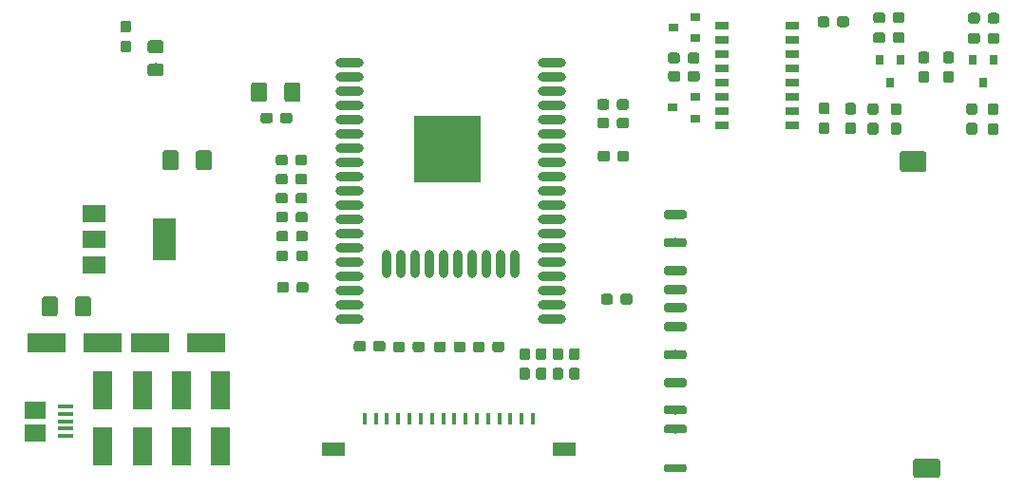
<source format=gbr>
G04 #@! TF.GenerationSoftware,KiCad,Pcbnew,(5.1.0)-1*
G04 #@! TF.CreationDate,2020-03-21T00:26:54+08:00*
G04 #@! TF.ProjectId,espcnc,65737063-6e63-42e6-9b69-6361645f7063,rev?*
G04 #@! TF.SameCoordinates,Original*
G04 #@! TF.FileFunction,Paste,Top*
G04 #@! TF.FilePolarity,Positive*
%FSLAX46Y46*%
G04 Gerber Fmt 4.6, Leading zero omitted, Abs format (unit mm)*
G04 Created by KiCad (PCBNEW (5.1.0)-1) date 2020-03-21 00:26:54*
%MOMM*%
%LPD*%
G04 APERTURE LIST*
%ADD10C,0.100000*%
%ADD11C,0.950000*%
%ADD12O,2.500000X0.900000*%
%ADD13R,6.000000X6.000000*%
%ADD14O,0.900000X2.500000*%
%ADD15R,0.900000X0.800000*%
%ADD16C,0.800000*%
%ADD17C,1.800000*%
%ADD18C,0.700000*%
%ADD19C,1.700000*%
%ADD20C,1.425000*%
%ADD21C,1.150000*%
%ADD22R,1.800000X3.500000*%
%ADD23R,3.500000X1.800000*%
%ADD24R,2.000000X1.300000*%
%ADD25R,0.400000X1.000000*%
%ADD26R,1.900000X1.500000*%
%ADD27R,1.350000X0.400000*%
%ADD28R,0.800000X0.900000*%
%ADD29R,1.300000X0.800000*%
%ADD30R,2.000000X3.800000*%
%ADD31R,2.000000X1.500000*%
G04 APERTURE END LIST*
D10*
G36*
X215810779Y-72976144D02*
G01*
X215833834Y-72979563D01*
X215856443Y-72985227D01*
X215878387Y-72993079D01*
X215899457Y-73003044D01*
X215919448Y-73015026D01*
X215938168Y-73028910D01*
X215955438Y-73044562D01*
X215971090Y-73061832D01*
X215984974Y-73080552D01*
X215996956Y-73100543D01*
X216006921Y-73121613D01*
X216014773Y-73143557D01*
X216020437Y-73166166D01*
X216023856Y-73189221D01*
X216025000Y-73212500D01*
X216025000Y-73787500D01*
X216023856Y-73810779D01*
X216020437Y-73833834D01*
X216014773Y-73856443D01*
X216006921Y-73878387D01*
X215996956Y-73899457D01*
X215984974Y-73919448D01*
X215971090Y-73938168D01*
X215955438Y-73955438D01*
X215938168Y-73971090D01*
X215919448Y-73984974D01*
X215899457Y-73996956D01*
X215878387Y-74006921D01*
X215856443Y-74014773D01*
X215833834Y-74020437D01*
X215810779Y-74023856D01*
X215787500Y-74025000D01*
X215312500Y-74025000D01*
X215289221Y-74023856D01*
X215266166Y-74020437D01*
X215243557Y-74014773D01*
X215221613Y-74006921D01*
X215200543Y-73996956D01*
X215180552Y-73984974D01*
X215161832Y-73971090D01*
X215144562Y-73955438D01*
X215128910Y-73938168D01*
X215115026Y-73919448D01*
X215103044Y-73899457D01*
X215093079Y-73878387D01*
X215085227Y-73856443D01*
X215079563Y-73833834D01*
X215076144Y-73810779D01*
X215075000Y-73787500D01*
X215075000Y-73212500D01*
X215076144Y-73189221D01*
X215079563Y-73166166D01*
X215085227Y-73143557D01*
X215093079Y-73121613D01*
X215103044Y-73100543D01*
X215115026Y-73080552D01*
X215128910Y-73061832D01*
X215144562Y-73044562D01*
X215161832Y-73028910D01*
X215180552Y-73015026D01*
X215200543Y-73003044D01*
X215221613Y-72993079D01*
X215243557Y-72985227D01*
X215266166Y-72979563D01*
X215289221Y-72976144D01*
X215312500Y-72975000D01*
X215787500Y-72975000D01*
X215810779Y-72976144D01*
X215810779Y-72976144D01*
G37*
D11*
X215550000Y-73500000D03*
D10*
G36*
X215810779Y-74726144D02*
G01*
X215833834Y-74729563D01*
X215856443Y-74735227D01*
X215878387Y-74743079D01*
X215899457Y-74753044D01*
X215919448Y-74765026D01*
X215938168Y-74778910D01*
X215955438Y-74794562D01*
X215971090Y-74811832D01*
X215984974Y-74830552D01*
X215996956Y-74850543D01*
X216006921Y-74871613D01*
X216014773Y-74893557D01*
X216020437Y-74916166D01*
X216023856Y-74939221D01*
X216025000Y-74962500D01*
X216025000Y-75537500D01*
X216023856Y-75560779D01*
X216020437Y-75583834D01*
X216014773Y-75606443D01*
X216006921Y-75628387D01*
X215996956Y-75649457D01*
X215984974Y-75669448D01*
X215971090Y-75688168D01*
X215955438Y-75705438D01*
X215938168Y-75721090D01*
X215919448Y-75734974D01*
X215899457Y-75746956D01*
X215878387Y-75756921D01*
X215856443Y-75764773D01*
X215833834Y-75770437D01*
X215810779Y-75773856D01*
X215787500Y-75775000D01*
X215312500Y-75775000D01*
X215289221Y-75773856D01*
X215266166Y-75770437D01*
X215243557Y-75764773D01*
X215221613Y-75756921D01*
X215200543Y-75746956D01*
X215180552Y-75734974D01*
X215161832Y-75721090D01*
X215144562Y-75705438D01*
X215128910Y-75688168D01*
X215115026Y-75669448D01*
X215103044Y-75649457D01*
X215093079Y-75628387D01*
X215085227Y-75606443D01*
X215079563Y-75583834D01*
X215076144Y-75560779D01*
X215075000Y-75537500D01*
X215075000Y-74962500D01*
X215076144Y-74939221D01*
X215079563Y-74916166D01*
X215085227Y-74893557D01*
X215093079Y-74871613D01*
X215103044Y-74850543D01*
X215115026Y-74830552D01*
X215128910Y-74811832D01*
X215144562Y-74794562D01*
X215161832Y-74778910D01*
X215180552Y-74765026D01*
X215200543Y-74753044D01*
X215221613Y-74743079D01*
X215243557Y-74735227D01*
X215266166Y-74729563D01*
X215289221Y-74726144D01*
X215312500Y-74725000D01*
X215787500Y-74725000D01*
X215810779Y-74726144D01*
X215810779Y-74726144D01*
G37*
D11*
X215550000Y-75250000D03*
D10*
G36*
X214310779Y-72976144D02*
G01*
X214333834Y-72979563D01*
X214356443Y-72985227D01*
X214378387Y-72993079D01*
X214399457Y-73003044D01*
X214419448Y-73015026D01*
X214438168Y-73028910D01*
X214455438Y-73044562D01*
X214471090Y-73061832D01*
X214484974Y-73080552D01*
X214496956Y-73100543D01*
X214506921Y-73121613D01*
X214514773Y-73143557D01*
X214520437Y-73166166D01*
X214523856Y-73189221D01*
X214525000Y-73212500D01*
X214525000Y-73787500D01*
X214523856Y-73810779D01*
X214520437Y-73833834D01*
X214514773Y-73856443D01*
X214506921Y-73878387D01*
X214496956Y-73899457D01*
X214484974Y-73919448D01*
X214471090Y-73938168D01*
X214455438Y-73955438D01*
X214438168Y-73971090D01*
X214419448Y-73984974D01*
X214399457Y-73996956D01*
X214378387Y-74006921D01*
X214356443Y-74014773D01*
X214333834Y-74020437D01*
X214310779Y-74023856D01*
X214287500Y-74025000D01*
X213812500Y-74025000D01*
X213789221Y-74023856D01*
X213766166Y-74020437D01*
X213743557Y-74014773D01*
X213721613Y-74006921D01*
X213700543Y-73996956D01*
X213680552Y-73984974D01*
X213661832Y-73971090D01*
X213644562Y-73955438D01*
X213628910Y-73938168D01*
X213615026Y-73919448D01*
X213603044Y-73899457D01*
X213593079Y-73878387D01*
X213585227Y-73856443D01*
X213579563Y-73833834D01*
X213576144Y-73810779D01*
X213575000Y-73787500D01*
X213575000Y-73212500D01*
X213576144Y-73189221D01*
X213579563Y-73166166D01*
X213585227Y-73143557D01*
X213593079Y-73121613D01*
X213603044Y-73100543D01*
X213615026Y-73080552D01*
X213628910Y-73061832D01*
X213644562Y-73044562D01*
X213661832Y-73028910D01*
X213680552Y-73015026D01*
X213700543Y-73003044D01*
X213721613Y-72993079D01*
X213743557Y-72985227D01*
X213766166Y-72979563D01*
X213789221Y-72976144D01*
X213812500Y-72975000D01*
X214287500Y-72975000D01*
X214310779Y-72976144D01*
X214310779Y-72976144D01*
G37*
D11*
X214050000Y-73500000D03*
D10*
G36*
X214310779Y-74726144D02*
G01*
X214333834Y-74729563D01*
X214356443Y-74735227D01*
X214378387Y-74743079D01*
X214399457Y-74753044D01*
X214419448Y-74765026D01*
X214438168Y-74778910D01*
X214455438Y-74794562D01*
X214471090Y-74811832D01*
X214484974Y-74830552D01*
X214496956Y-74850543D01*
X214506921Y-74871613D01*
X214514773Y-74893557D01*
X214520437Y-74916166D01*
X214523856Y-74939221D01*
X214525000Y-74962500D01*
X214525000Y-75537500D01*
X214523856Y-75560779D01*
X214520437Y-75583834D01*
X214514773Y-75606443D01*
X214506921Y-75628387D01*
X214496956Y-75649457D01*
X214484974Y-75669448D01*
X214471090Y-75688168D01*
X214455438Y-75705438D01*
X214438168Y-75721090D01*
X214419448Y-75734974D01*
X214399457Y-75746956D01*
X214378387Y-75756921D01*
X214356443Y-75764773D01*
X214333834Y-75770437D01*
X214310779Y-75773856D01*
X214287500Y-75775000D01*
X213812500Y-75775000D01*
X213789221Y-75773856D01*
X213766166Y-75770437D01*
X213743557Y-75764773D01*
X213721613Y-75756921D01*
X213700543Y-75746956D01*
X213680552Y-75734974D01*
X213661832Y-75721090D01*
X213644562Y-75705438D01*
X213628910Y-75688168D01*
X213615026Y-75669448D01*
X213603044Y-75649457D01*
X213593079Y-75628387D01*
X213585227Y-75606443D01*
X213579563Y-75583834D01*
X213576144Y-75560779D01*
X213575000Y-75537500D01*
X213575000Y-74962500D01*
X213576144Y-74939221D01*
X213579563Y-74916166D01*
X213585227Y-74893557D01*
X213593079Y-74871613D01*
X213603044Y-74850543D01*
X213615026Y-74830552D01*
X213628910Y-74811832D01*
X213644562Y-74794562D01*
X213661832Y-74778910D01*
X213680552Y-74765026D01*
X213700543Y-74753044D01*
X213721613Y-74743079D01*
X213743557Y-74735227D01*
X213766166Y-74729563D01*
X213789221Y-74726144D01*
X213812500Y-74725000D01*
X214287500Y-74725000D01*
X214310779Y-74726144D01*
X214310779Y-74726144D01*
G37*
D11*
X214050000Y-75250000D03*
D10*
G36*
X212834979Y-72968644D02*
G01*
X212858034Y-72972063D01*
X212880643Y-72977727D01*
X212902587Y-72985579D01*
X212923657Y-72995544D01*
X212943648Y-73007526D01*
X212962368Y-73021410D01*
X212979638Y-73037062D01*
X212995290Y-73054332D01*
X213009174Y-73073052D01*
X213021156Y-73093043D01*
X213031121Y-73114113D01*
X213038973Y-73136057D01*
X213044637Y-73158666D01*
X213048056Y-73181721D01*
X213049200Y-73205000D01*
X213049200Y-73780000D01*
X213048056Y-73803279D01*
X213044637Y-73826334D01*
X213038973Y-73848943D01*
X213031121Y-73870887D01*
X213021156Y-73891957D01*
X213009174Y-73911948D01*
X212995290Y-73930668D01*
X212979638Y-73947938D01*
X212962368Y-73963590D01*
X212943648Y-73977474D01*
X212923657Y-73989456D01*
X212902587Y-73999421D01*
X212880643Y-74007273D01*
X212858034Y-74012937D01*
X212834979Y-74016356D01*
X212811700Y-74017500D01*
X212336700Y-74017500D01*
X212313421Y-74016356D01*
X212290366Y-74012937D01*
X212267757Y-74007273D01*
X212245813Y-73999421D01*
X212224743Y-73989456D01*
X212204752Y-73977474D01*
X212186032Y-73963590D01*
X212168762Y-73947938D01*
X212153110Y-73930668D01*
X212139226Y-73911948D01*
X212127244Y-73891957D01*
X212117279Y-73870887D01*
X212109427Y-73848943D01*
X212103763Y-73826334D01*
X212100344Y-73803279D01*
X212099200Y-73780000D01*
X212099200Y-73205000D01*
X212100344Y-73181721D01*
X212103763Y-73158666D01*
X212109427Y-73136057D01*
X212117279Y-73114113D01*
X212127244Y-73093043D01*
X212139226Y-73073052D01*
X212153110Y-73054332D01*
X212168762Y-73037062D01*
X212186032Y-73021410D01*
X212204752Y-73007526D01*
X212224743Y-72995544D01*
X212245813Y-72985579D01*
X212267757Y-72977727D01*
X212290366Y-72972063D01*
X212313421Y-72968644D01*
X212336700Y-72967500D01*
X212811700Y-72967500D01*
X212834979Y-72968644D01*
X212834979Y-72968644D01*
G37*
D11*
X212574200Y-73492500D03*
D10*
G36*
X212834979Y-74718644D02*
G01*
X212858034Y-74722063D01*
X212880643Y-74727727D01*
X212902587Y-74735579D01*
X212923657Y-74745544D01*
X212943648Y-74757526D01*
X212962368Y-74771410D01*
X212979638Y-74787062D01*
X212995290Y-74804332D01*
X213009174Y-74823052D01*
X213021156Y-74843043D01*
X213031121Y-74864113D01*
X213038973Y-74886057D01*
X213044637Y-74908666D01*
X213048056Y-74931721D01*
X213049200Y-74955000D01*
X213049200Y-75530000D01*
X213048056Y-75553279D01*
X213044637Y-75576334D01*
X213038973Y-75598943D01*
X213031121Y-75620887D01*
X213021156Y-75641957D01*
X213009174Y-75661948D01*
X212995290Y-75680668D01*
X212979638Y-75697938D01*
X212962368Y-75713590D01*
X212943648Y-75727474D01*
X212923657Y-75739456D01*
X212902587Y-75749421D01*
X212880643Y-75757273D01*
X212858034Y-75762937D01*
X212834979Y-75766356D01*
X212811700Y-75767500D01*
X212336700Y-75767500D01*
X212313421Y-75766356D01*
X212290366Y-75762937D01*
X212267757Y-75757273D01*
X212245813Y-75749421D01*
X212224743Y-75739456D01*
X212204752Y-75727474D01*
X212186032Y-75713590D01*
X212168762Y-75697938D01*
X212153110Y-75680668D01*
X212139226Y-75661948D01*
X212127244Y-75641957D01*
X212117279Y-75620887D01*
X212109427Y-75598943D01*
X212103763Y-75576334D01*
X212100344Y-75553279D01*
X212099200Y-75530000D01*
X212099200Y-74955000D01*
X212100344Y-74931721D01*
X212103763Y-74908666D01*
X212109427Y-74886057D01*
X212117279Y-74864113D01*
X212127244Y-74843043D01*
X212139226Y-74823052D01*
X212153110Y-74804332D01*
X212168762Y-74787062D01*
X212186032Y-74771410D01*
X212204752Y-74757526D01*
X212224743Y-74745544D01*
X212245813Y-74735579D01*
X212267757Y-74727727D01*
X212290366Y-74722063D01*
X212313421Y-74718644D01*
X212336700Y-74717500D01*
X212811700Y-74717500D01*
X212834979Y-74718644D01*
X212834979Y-74718644D01*
G37*
D11*
X212574200Y-75242500D03*
D10*
G36*
X211361779Y-72968644D02*
G01*
X211384834Y-72972063D01*
X211407443Y-72977727D01*
X211429387Y-72985579D01*
X211450457Y-72995544D01*
X211470448Y-73007526D01*
X211489168Y-73021410D01*
X211506438Y-73037062D01*
X211522090Y-73054332D01*
X211535974Y-73073052D01*
X211547956Y-73093043D01*
X211557921Y-73114113D01*
X211565773Y-73136057D01*
X211571437Y-73158666D01*
X211574856Y-73181721D01*
X211576000Y-73205000D01*
X211576000Y-73780000D01*
X211574856Y-73803279D01*
X211571437Y-73826334D01*
X211565773Y-73848943D01*
X211557921Y-73870887D01*
X211547956Y-73891957D01*
X211535974Y-73911948D01*
X211522090Y-73930668D01*
X211506438Y-73947938D01*
X211489168Y-73963590D01*
X211470448Y-73977474D01*
X211450457Y-73989456D01*
X211429387Y-73999421D01*
X211407443Y-74007273D01*
X211384834Y-74012937D01*
X211361779Y-74016356D01*
X211338500Y-74017500D01*
X210863500Y-74017500D01*
X210840221Y-74016356D01*
X210817166Y-74012937D01*
X210794557Y-74007273D01*
X210772613Y-73999421D01*
X210751543Y-73989456D01*
X210731552Y-73977474D01*
X210712832Y-73963590D01*
X210695562Y-73947938D01*
X210679910Y-73930668D01*
X210666026Y-73911948D01*
X210654044Y-73891957D01*
X210644079Y-73870887D01*
X210636227Y-73848943D01*
X210630563Y-73826334D01*
X210627144Y-73803279D01*
X210626000Y-73780000D01*
X210626000Y-73205000D01*
X210627144Y-73181721D01*
X210630563Y-73158666D01*
X210636227Y-73136057D01*
X210644079Y-73114113D01*
X210654044Y-73093043D01*
X210666026Y-73073052D01*
X210679910Y-73054332D01*
X210695562Y-73037062D01*
X210712832Y-73021410D01*
X210731552Y-73007526D01*
X210751543Y-72995544D01*
X210772613Y-72985579D01*
X210794557Y-72977727D01*
X210817166Y-72972063D01*
X210840221Y-72968644D01*
X210863500Y-72967500D01*
X211338500Y-72967500D01*
X211361779Y-72968644D01*
X211361779Y-72968644D01*
G37*
D11*
X211101000Y-73492500D03*
D10*
G36*
X211361779Y-74718644D02*
G01*
X211384834Y-74722063D01*
X211407443Y-74727727D01*
X211429387Y-74735579D01*
X211450457Y-74745544D01*
X211470448Y-74757526D01*
X211489168Y-74771410D01*
X211506438Y-74787062D01*
X211522090Y-74804332D01*
X211535974Y-74823052D01*
X211547956Y-74843043D01*
X211557921Y-74864113D01*
X211565773Y-74886057D01*
X211571437Y-74908666D01*
X211574856Y-74931721D01*
X211576000Y-74955000D01*
X211576000Y-75530000D01*
X211574856Y-75553279D01*
X211571437Y-75576334D01*
X211565773Y-75598943D01*
X211557921Y-75620887D01*
X211547956Y-75641957D01*
X211535974Y-75661948D01*
X211522090Y-75680668D01*
X211506438Y-75697938D01*
X211489168Y-75713590D01*
X211470448Y-75727474D01*
X211450457Y-75739456D01*
X211429387Y-75749421D01*
X211407443Y-75757273D01*
X211384834Y-75762937D01*
X211361779Y-75766356D01*
X211338500Y-75767500D01*
X210863500Y-75767500D01*
X210840221Y-75766356D01*
X210817166Y-75762937D01*
X210794557Y-75757273D01*
X210772613Y-75749421D01*
X210751543Y-75739456D01*
X210731552Y-75727474D01*
X210712832Y-75713590D01*
X210695562Y-75697938D01*
X210679910Y-75680668D01*
X210666026Y-75661948D01*
X210654044Y-75641957D01*
X210644079Y-75620887D01*
X210636227Y-75598943D01*
X210630563Y-75576334D01*
X210627144Y-75553279D01*
X210626000Y-75530000D01*
X210626000Y-74955000D01*
X210627144Y-74931721D01*
X210630563Y-74908666D01*
X210636227Y-74886057D01*
X210644079Y-74864113D01*
X210654044Y-74843043D01*
X210666026Y-74823052D01*
X210679910Y-74804332D01*
X210695562Y-74787062D01*
X210712832Y-74771410D01*
X210731552Y-74757526D01*
X210751543Y-74745544D01*
X210772613Y-74735579D01*
X210794557Y-74727727D01*
X210817166Y-74722063D01*
X210840221Y-74718644D01*
X210863500Y-74717500D01*
X211338500Y-74717500D01*
X211361779Y-74718644D01*
X211361779Y-74718644D01*
G37*
D11*
X211101000Y-75242500D03*
D10*
G36*
X207310779Y-72376144D02*
G01*
X207333834Y-72379563D01*
X207356443Y-72385227D01*
X207378387Y-72393079D01*
X207399457Y-72403044D01*
X207419448Y-72415026D01*
X207438168Y-72428910D01*
X207455438Y-72444562D01*
X207471090Y-72461832D01*
X207484974Y-72480552D01*
X207496956Y-72500543D01*
X207506921Y-72521613D01*
X207514773Y-72543557D01*
X207520437Y-72566166D01*
X207523856Y-72589221D01*
X207525000Y-72612500D01*
X207525000Y-73087500D01*
X207523856Y-73110779D01*
X207520437Y-73133834D01*
X207514773Y-73156443D01*
X207506921Y-73178387D01*
X207496956Y-73199457D01*
X207484974Y-73219448D01*
X207471090Y-73238168D01*
X207455438Y-73255438D01*
X207438168Y-73271090D01*
X207419448Y-73284974D01*
X207399457Y-73296956D01*
X207378387Y-73306921D01*
X207356443Y-73314773D01*
X207333834Y-73320437D01*
X207310779Y-73323856D01*
X207287500Y-73325000D01*
X206712500Y-73325000D01*
X206689221Y-73323856D01*
X206666166Y-73320437D01*
X206643557Y-73314773D01*
X206621613Y-73306921D01*
X206600543Y-73296956D01*
X206580552Y-73284974D01*
X206561832Y-73271090D01*
X206544562Y-73255438D01*
X206528910Y-73238168D01*
X206515026Y-73219448D01*
X206503044Y-73199457D01*
X206493079Y-73178387D01*
X206485227Y-73156443D01*
X206479563Y-73133834D01*
X206476144Y-73110779D01*
X206475000Y-73087500D01*
X206475000Y-72612500D01*
X206476144Y-72589221D01*
X206479563Y-72566166D01*
X206485227Y-72543557D01*
X206493079Y-72521613D01*
X206503044Y-72500543D01*
X206515026Y-72480552D01*
X206528910Y-72461832D01*
X206544562Y-72444562D01*
X206561832Y-72428910D01*
X206580552Y-72415026D01*
X206600543Y-72403044D01*
X206621613Y-72393079D01*
X206643557Y-72385227D01*
X206666166Y-72379563D01*
X206689221Y-72376144D01*
X206712500Y-72375000D01*
X207287500Y-72375000D01*
X207310779Y-72376144D01*
X207310779Y-72376144D01*
G37*
D11*
X207000000Y-72850000D03*
D10*
G36*
X209060779Y-72376144D02*
G01*
X209083834Y-72379563D01*
X209106443Y-72385227D01*
X209128387Y-72393079D01*
X209149457Y-72403044D01*
X209169448Y-72415026D01*
X209188168Y-72428910D01*
X209205438Y-72444562D01*
X209221090Y-72461832D01*
X209234974Y-72480552D01*
X209246956Y-72500543D01*
X209256921Y-72521613D01*
X209264773Y-72543557D01*
X209270437Y-72566166D01*
X209273856Y-72589221D01*
X209275000Y-72612500D01*
X209275000Y-73087500D01*
X209273856Y-73110779D01*
X209270437Y-73133834D01*
X209264773Y-73156443D01*
X209256921Y-73178387D01*
X209246956Y-73199457D01*
X209234974Y-73219448D01*
X209221090Y-73238168D01*
X209205438Y-73255438D01*
X209188168Y-73271090D01*
X209169448Y-73284974D01*
X209149457Y-73296956D01*
X209128387Y-73306921D01*
X209106443Y-73314773D01*
X209083834Y-73320437D01*
X209060779Y-73323856D01*
X209037500Y-73325000D01*
X208462500Y-73325000D01*
X208439221Y-73323856D01*
X208416166Y-73320437D01*
X208393557Y-73314773D01*
X208371613Y-73306921D01*
X208350543Y-73296956D01*
X208330552Y-73284974D01*
X208311832Y-73271090D01*
X208294562Y-73255438D01*
X208278910Y-73238168D01*
X208265026Y-73219448D01*
X208253044Y-73199457D01*
X208243079Y-73178387D01*
X208235227Y-73156443D01*
X208229563Y-73133834D01*
X208226144Y-73110779D01*
X208225000Y-73087500D01*
X208225000Y-72612500D01*
X208226144Y-72589221D01*
X208229563Y-72566166D01*
X208235227Y-72543557D01*
X208243079Y-72521613D01*
X208253044Y-72500543D01*
X208265026Y-72480552D01*
X208278910Y-72461832D01*
X208294562Y-72444562D01*
X208311832Y-72428910D01*
X208330552Y-72415026D01*
X208350543Y-72403044D01*
X208371613Y-72393079D01*
X208393557Y-72385227D01*
X208416166Y-72379563D01*
X208439221Y-72376144D01*
X208462500Y-72375000D01*
X209037500Y-72375000D01*
X209060779Y-72376144D01*
X209060779Y-72376144D01*
G37*
D11*
X208750000Y-72850000D03*
D10*
G36*
X203860779Y-72376144D02*
G01*
X203883834Y-72379563D01*
X203906443Y-72385227D01*
X203928387Y-72393079D01*
X203949457Y-72403044D01*
X203969448Y-72415026D01*
X203988168Y-72428910D01*
X204005438Y-72444562D01*
X204021090Y-72461832D01*
X204034974Y-72480552D01*
X204046956Y-72500543D01*
X204056921Y-72521613D01*
X204064773Y-72543557D01*
X204070437Y-72566166D01*
X204073856Y-72589221D01*
X204075000Y-72612500D01*
X204075000Y-73087500D01*
X204073856Y-73110779D01*
X204070437Y-73133834D01*
X204064773Y-73156443D01*
X204056921Y-73178387D01*
X204046956Y-73199457D01*
X204034974Y-73219448D01*
X204021090Y-73238168D01*
X204005438Y-73255438D01*
X203988168Y-73271090D01*
X203969448Y-73284974D01*
X203949457Y-73296956D01*
X203928387Y-73306921D01*
X203906443Y-73314773D01*
X203883834Y-73320437D01*
X203860779Y-73323856D01*
X203837500Y-73325000D01*
X203262500Y-73325000D01*
X203239221Y-73323856D01*
X203216166Y-73320437D01*
X203193557Y-73314773D01*
X203171613Y-73306921D01*
X203150543Y-73296956D01*
X203130552Y-73284974D01*
X203111832Y-73271090D01*
X203094562Y-73255438D01*
X203078910Y-73238168D01*
X203065026Y-73219448D01*
X203053044Y-73199457D01*
X203043079Y-73178387D01*
X203035227Y-73156443D01*
X203029563Y-73133834D01*
X203026144Y-73110779D01*
X203025000Y-73087500D01*
X203025000Y-72612500D01*
X203026144Y-72589221D01*
X203029563Y-72566166D01*
X203035227Y-72543557D01*
X203043079Y-72521613D01*
X203053044Y-72500543D01*
X203065026Y-72480552D01*
X203078910Y-72461832D01*
X203094562Y-72444562D01*
X203111832Y-72428910D01*
X203130552Y-72415026D01*
X203150543Y-72403044D01*
X203171613Y-72393079D01*
X203193557Y-72385227D01*
X203216166Y-72379563D01*
X203239221Y-72376144D01*
X203262500Y-72375000D01*
X203837500Y-72375000D01*
X203860779Y-72376144D01*
X203860779Y-72376144D01*
G37*
D11*
X203550000Y-72850000D03*
D10*
G36*
X205610779Y-72376144D02*
G01*
X205633834Y-72379563D01*
X205656443Y-72385227D01*
X205678387Y-72393079D01*
X205699457Y-72403044D01*
X205719448Y-72415026D01*
X205738168Y-72428910D01*
X205755438Y-72444562D01*
X205771090Y-72461832D01*
X205784974Y-72480552D01*
X205796956Y-72500543D01*
X205806921Y-72521613D01*
X205814773Y-72543557D01*
X205820437Y-72566166D01*
X205823856Y-72589221D01*
X205825000Y-72612500D01*
X205825000Y-73087500D01*
X205823856Y-73110779D01*
X205820437Y-73133834D01*
X205814773Y-73156443D01*
X205806921Y-73178387D01*
X205796956Y-73199457D01*
X205784974Y-73219448D01*
X205771090Y-73238168D01*
X205755438Y-73255438D01*
X205738168Y-73271090D01*
X205719448Y-73284974D01*
X205699457Y-73296956D01*
X205678387Y-73306921D01*
X205656443Y-73314773D01*
X205633834Y-73320437D01*
X205610779Y-73323856D01*
X205587500Y-73325000D01*
X205012500Y-73325000D01*
X204989221Y-73323856D01*
X204966166Y-73320437D01*
X204943557Y-73314773D01*
X204921613Y-73306921D01*
X204900543Y-73296956D01*
X204880552Y-73284974D01*
X204861832Y-73271090D01*
X204844562Y-73255438D01*
X204828910Y-73238168D01*
X204815026Y-73219448D01*
X204803044Y-73199457D01*
X204793079Y-73178387D01*
X204785227Y-73156443D01*
X204779563Y-73133834D01*
X204776144Y-73110779D01*
X204775000Y-73087500D01*
X204775000Y-72612500D01*
X204776144Y-72589221D01*
X204779563Y-72566166D01*
X204785227Y-72543557D01*
X204793079Y-72521613D01*
X204803044Y-72500543D01*
X204815026Y-72480552D01*
X204828910Y-72461832D01*
X204844562Y-72444562D01*
X204861832Y-72428910D01*
X204880552Y-72415026D01*
X204900543Y-72403044D01*
X204921613Y-72393079D01*
X204943557Y-72385227D01*
X204966166Y-72379563D01*
X204989221Y-72376144D01*
X205012500Y-72375000D01*
X205587500Y-72375000D01*
X205610779Y-72376144D01*
X205610779Y-72376144D01*
G37*
D11*
X205300000Y-72850000D03*
D10*
G36*
X196710779Y-72326144D02*
G01*
X196733834Y-72329563D01*
X196756443Y-72335227D01*
X196778387Y-72343079D01*
X196799457Y-72353044D01*
X196819448Y-72365026D01*
X196838168Y-72378910D01*
X196855438Y-72394562D01*
X196871090Y-72411832D01*
X196884974Y-72430552D01*
X196896956Y-72450543D01*
X196906921Y-72471613D01*
X196914773Y-72493557D01*
X196920437Y-72516166D01*
X196923856Y-72539221D01*
X196925000Y-72562500D01*
X196925000Y-73037500D01*
X196923856Y-73060779D01*
X196920437Y-73083834D01*
X196914773Y-73106443D01*
X196906921Y-73128387D01*
X196896956Y-73149457D01*
X196884974Y-73169448D01*
X196871090Y-73188168D01*
X196855438Y-73205438D01*
X196838168Y-73221090D01*
X196819448Y-73234974D01*
X196799457Y-73246956D01*
X196778387Y-73256921D01*
X196756443Y-73264773D01*
X196733834Y-73270437D01*
X196710779Y-73273856D01*
X196687500Y-73275000D01*
X196112500Y-73275000D01*
X196089221Y-73273856D01*
X196066166Y-73270437D01*
X196043557Y-73264773D01*
X196021613Y-73256921D01*
X196000543Y-73246956D01*
X195980552Y-73234974D01*
X195961832Y-73221090D01*
X195944562Y-73205438D01*
X195928910Y-73188168D01*
X195915026Y-73169448D01*
X195903044Y-73149457D01*
X195893079Y-73128387D01*
X195885227Y-73106443D01*
X195879563Y-73083834D01*
X195876144Y-73060779D01*
X195875000Y-73037500D01*
X195875000Y-72562500D01*
X195876144Y-72539221D01*
X195879563Y-72516166D01*
X195885227Y-72493557D01*
X195893079Y-72471613D01*
X195903044Y-72450543D01*
X195915026Y-72430552D01*
X195928910Y-72411832D01*
X195944562Y-72394562D01*
X195961832Y-72378910D01*
X195980552Y-72365026D01*
X196000543Y-72353044D01*
X196021613Y-72343079D01*
X196043557Y-72335227D01*
X196066166Y-72329563D01*
X196089221Y-72326144D01*
X196112500Y-72325000D01*
X196687500Y-72325000D01*
X196710779Y-72326144D01*
X196710779Y-72326144D01*
G37*
D11*
X196400000Y-72800000D03*
D10*
G36*
X198460779Y-72326144D02*
G01*
X198483834Y-72329563D01*
X198506443Y-72335227D01*
X198528387Y-72343079D01*
X198549457Y-72353044D01*
X198569448Y-72365026D01*
X198588168Y-72378910D01*
X198605438Y-72394562D01*
X198621090Y-72411832D01*
X198634974Y-72430552D01*
X198646956Y-72450543D01*
X198656921Y-72471613D01*
X198664773Y-72493557D01*
X198670437Y-72516166D01*
X198673856Y-72539221D01*
X198675000Y-72562500D01*
X198675000Y-73037500D01*
X198673856Y-73060779D01*
X198670437Y-73083834D01*
X198664773Y-73106443D01*
X198656921Y-73128387D01*
X198646956Y-73149457D01*
X198634974Y-73169448D01*
X198621090Y-73188168D01*
X198605438Y-73205438D01*
X198588168Y-73221090D01*
X198569448Y-73234974D01*
X198549457Y-73246956D01*
X198528387Y-73256921D01*
X198506443Y-73264773D01*
X198483834Y-73270437D01*
X198460779Y-73273856D01*
X198437500Y-73275000D01*
X197862500Y-73275000D01*
X197839221Y-73273856D01*
X197816166Y-73270437D01*
X197793557Y-73264773D01*
X197771613Y-73256921D01*
X197750543Y-73246956D01*
X197730552Y-73234974D01*
X197711832Y-73221090D01*
X197694562Y-73205438D01*
X197678910Y-73188168D01*
X197665026Y-73169448D01*
X197653044Y-73149457D01*
X197643079Y-73128387D01*
X197635227Y-73106443D01*
X197629563Y-73083834D01*
X197626144Y-73060779D01*
X197625000Y-73037500D01*
X197625000Y-72562500D01*
X197626144Y-72539221D01*
X197629563Y-72516166D01*
X197635227Y-72493557D01*
X197643079Y-72471613D01*
X197653044Y-72450543D01*
X197665026Y-72430552D01*
X197678910Y-72411832D01*
X197694562Y-72394562D01*
X197711832Y-72378910D01*
X197730552Y-72365026D01*
X197750543Y-72353044D01*
X197771613Y-72343079D01*
X197793557Y-72335227D01*
X197816166Y-72329563D01*
X197839221Y-72326144D01*
X197862500Y-72325000D01*
X198437500Y-72325000D01*
X198460779Y-72326144D01*
X198460779Y-72326144D01*
G37*
D11*
X198150000Y-72800000D03*
D12*
X195500000Y-53850000D03*
X195500000Y-56390000D03*
X213500000Y-62740000D03*
X195500000Y-48770000D03*
X195500000Y-50040000D03*
X213500000Y-57660000D03*
X213500000Y-48770000D03*
X213500000Y-47500000D03*
X213500000Y-53850000D03*
X213500000Y-58930000D03*
X213500000Y-50040000D03*
X213500000Y-51310000D03*
X213500000Y-52580000D03*
X195500000Y-60200000D03*
X213500000Y-55120000D03*
X195500000Y-64010000D03*
X195500000Y-47500000D03*
X195500000Y-61470000D03*
X195500000Y-58930000D03*
X213500000Y-64010000D03*
X213500000Y-56390000D03*
X195500000Y-62740000D03*
X195500000Y-57660000D03*
X195500000Y-51310000D03*
D13*
X204200000Y-55200000D03*
D12*
X213500000Y-60200000D03*
X213500000Y-61470000D03*
X213500000Y-66550000D03*
X195500000Y-66550000D03*
X213500000Y-70360000D03*
X195500000Y-70360000D03*
X195500000Y-65280000D03*
X213500000Y-69090000D03*
X195500000Y-67820000D03*
X195500000Y-52580000D03*
X195500000Y-69090000D03*
X213500000Y-65280000D03*
X213500000Y-67820000D03*
X195500000Y-55120000D03*
D14*
X203865000Y-65500000D03*
X206405000Y-65500000D03*
X200055000Y-65500000D03*
X202595000Y-65500000D03*
X207675000Y-65500000D03*
X208945000Y-65500000D03*
X201325000Y-65500000D03*
X210215000Y-65500000D03*
X205135000Y-65500000D03*
X198785000Y-65500000D03*
D15*
X224350000Y-44375000D03*
X226350000Y-43425000D03*
X226350000Y-45325000D03*
D10*
G36*
X246935779Y-48276144D02*
G01*
X246958834Y-48279563D01*
X246981443Y-48285227D01*
X247003387Y-48293079D01*
X247024457Y-48303044D01*
X247044448Y-48315026D01*
X247063168Y-48328910D01*
X247080438Y-48344562D01*
X247096090Y-48361832D01*
X247109974Y-48380552D01*
X247121956Y-48400543D01*
X247131921Y-48421613D01*
X247139773Y-48443557D01*
X247145437Y-48466166D01*
X247148856Y-48489221D01*
X247150000Y-48512500D01*
X247150000Y-49087500D01*
X247148856Y-49110779D01*
X247145437Y-49133834D01*
X247139773Y-49156443D01*
X247131921Y-49178387D01*
X247121956Y-49199457D01*
X247109974Y-49219448D01*
X247096090Y-49238168D01*
X247080438Y-49255438D01*
X247063168Y-49271090D01*
X247044448Y-49284974D01*
X247024457Y-49296956D01*
X247003387Y-49306921D01*
X246981443Y-49314773D01*
X246958834Y-49320437D01*
X246935779Y-49323856D01*
X246912500Y-49325000D01*
X246437500Y-49325000D01*
X246414221Y-49323856D01*
X246391166Y-49320437D01*
X246368557Y-49314773D01*
X246346613Y-49306921D01*
X246325543Y-49296956D01*
X246305552Y-49284974D01*
X246286832Y-49271090D01*
X246269562Y-49255438D01*
X246253910Y-49238168D01*
X246240026Y-49219448D01*
X246228044Y-49199457D01*
X246218079Y-49178387D01*
X246210227Y-49156443D01*
X246204563Y-49133834D01*
X246201144Y-49110779D01*
X246200000Y-49087500D01*
X246200000Y-48512500D01*
X246201144Y-48489221D01*
X246204563Y-48466166D01*
X246210227Y-48443557D01*
X246218079Y-48421613D01*
X246228044Y-48400543D01*
X246240026Y-48380552D01*
X246253910Y-48361832D01*
X246269562Y-48344562D01*
X246286832Y-48328910D01*
X246305552Y-48315026D01*
X246325543Y-48303044D01*
X246346613Y-48293079D01*
X246368557Y-48285227D01*
X246391166Y-48279563D01*
X246414221Y-48276144D01*
X246437500Y-48275000D01*
X246912500Y-48275000D01*
X246935779Y-48276144D01*
X246935779Y-48276144D01*
G37*
D11*
X246675000Y-48800000D03*
D10*
G36*
X246935779Y-46526144D02*
G01*
X246958834Y-46529563D01*
X246981443Y-46535227D01*
X247003387Y-46543079D01*
X247024457Y-46553044D01*
X247044448Y-46565026D01*
X247063168Y-46578910D01*
X247080438Y-46594562D01*
X247096090Y-46611832D01*
X247109974Y-46630552D01*
X247121956Y-46650543D01*
X247131921Y-46671613D01*
X247139773Y-46693557D01*
X247145437Y-46716166D01*
X247148856Y-46739221D01*
X247150000Y-46762500D01*
X247150000Y-47337500D01*
X247148856Y-47360779D01*
X247145437Y-47383834D01*
X247139773Y-47406443D01*
X247131921Y-47428387D01*
X247121956Y-47449457D01*
X247109974Y-47469448D01*
X247096090Y-47488168D01*
X247080438Y-47505438D01*
X247063168Y-47521090D01*
X247044448Y-47534974D01*
X247024457Y-47546956D01*
X247003387Y-47556921D01*
X246981443Y-47564773D01*
X246958834Y-47570437D01*
X246935779Y-47573856D01*
X246912500Y-47575000D01*
X246437500Y-47575000D01*
X246414221Y-47573856D01*
X246391166Y-47570437D01*
X246368557Y-47564773D01*
X246346613Y-47556921D01*
X246325543Y-47546956D01*
X246305552Y-47534974D01*
X246286832Y-47521090D01*
X246269562Y-47505438D01*
X246253910Y-47488168D01*
X246240026Y-47469448D01*
X246228044Y-47449457D01*
X246218079Y-47428387D01*
X246210227Y-47406443D01*
X246204563Y-47383834D01*
X246201144Y-47360779D01*
X246200000Y-47337500D01*
X246200000Y-46762500D01*
X246201144Y-46739221D01*
X246204563Y-46716166D01*
X246210227Y-46693557D01*
X246218079Y-46671613D01*
X246228044Y-46650543D01*
X246240026Y-46630552D01*
X246253910Y-46611832D01*
X246269562Y-46594562D01*
X246286832Y-46578910D01*
X246305552Y-46565026D01*
X246325543Y-46553044D01*
X246346613Y-46543079D01*
X246368557Y-46535227D01*
X246391166Y-46529563D01*
X246414221Y-46526144D01*
X246437500Y-46525000D01*
X246912500Y-46525000D01*
X246935779Y-46526144D01*
X246935779Y-46526144D01*
G37*
D11*
X246675000Y-47050000D03*
D10*
G36*
X225301143Y-78081206D02*
G01*
X225325451Y-78084811D01*
X225349287Y-78090782D01*
X225372424Y-78099061D01*
X225394638Y-78109567D01*
X225415715Y-78122200D01*
X225435452Y-78136838D01*
X225453660Y-78153340D01*
X225470162Y-78171548D01*
X225484800Y-78191285D01*
X225497433Y-78212362D01*
X225507939Y-78234576D01*
X225516218Y-78257713D01*
X225522189Y-78281549D01*
X225525794Y-78305857D01*
X225527000Y-78330400D01*
X225527000Y-78629600D01*
X225525794Y-78654143D01*
X225522189Y-78678451D01*
X225516218Y-78702287D01*
X225507939Y-78725424D01*
X225497433Y-78747638D01*
X225484800Y-78768715D01*
X225470162Y-78788452D01*
X225453660Y-78806660D01*
X225435452Y-78823162D01*
X225415715Y-78837800D01*
X225394638Y-78850433D01*
X225372424Y-78860939D01*
X225349287Y-78869218D01*
X225325451Y-78875189D01*
X225301143Y-78878794D01*
X225276600Y-78880000D01*
X223777400Y-78880000D01*
X223752857Y-78878794D01*
X223728549Y-78875189D01*
X223704713Y-78869218D01*
X223681576Y-78860939D01*
X223659362Y-78850433D01*
X223638285Y-78837800D01*
X223618548Y-78823162D01*
X223600340Y-78806660D01*
X223583838Y-78788452D01*
X223569200Y-78768715D01*
X223556567Y-78747638D01*
X223546061Y-78725424D01*
X223537782Y-78702287D01*
X223531811Y-78678451D01*
X223528206Y-78654143D01*
X223527000Y-78629600D01*
X223527000Y-78330400D01*
X223528206Y-78305857D01*
X223531811Y-78281549D01*
X223537782Y-78257713D01*
X223546061Y-78234576D01*
X223556567Y-78212362D01*
X223569200Y-78191285D01*
X223583838Y-78171548D01*
X223600340Y-78153340D01*
X223618548Y-78136838D01*
X223638285Y-78122200D01*
X223659362Y-78109567D01*
X223681576Y-78099061D01*
X223704713Y-78090782D01*
X223728549Y-78084811D01*
X223752857Y-78081206D01*
X223777400Y-78080000D01*
X225276600Y-78080000D01*
X225301143Y-78081206D01*
X225301143Y-78081206D01*
G37*
D16*
X224527000Y-78480000D03*
D10*
G36*
X225301143Y-65651206D02*
G01*
X225325451Y-65654811D01*
X225349287Y-65660782D01*
X225372424Y-65669061D01*
X225394638Y-65679567D01*
X225415715Y-65692200D01*
X225435452Y-65706838D01*
X225453660Y-65723340D01*
X225470162Y-65741548D01*
X225484800Y-65761285D01*
X225497433Y-65782362D01*
X225507939Y-65804576D01*
X225516218Y-65827713D01*
X225522189Y-65851549D01*
X225525794Y-65875857D01*
X225527000Y-65900400D01*
X225527000Y-66199600D01*
X225525794Y-66224143D01*
X225522189Y-66248451D01*
X225516218Y-66272287D01*
X225507939Y-66295424D01*
X225497433Y-66317638D01*
X225484800Y-66338715D01*
X225470162Y-66358452D01*
X225453660Y-66376660D01*
X225435452Y-66393162D01*
X225415715Y-66407800D01*
X225394638Y-66420433D01*
X225372424Y-66430939D01*
X225349287Y-66439218D01*
X225325451Y-66445189D01*
X225301143Y-66448794D01*
X225276600Y-66450000D01*
X223777400Y-66450000D01*
X223752857Y-66448794D01*
X223728549Y-66445189D01*
X223704713Y-66439218D01*
X223681576Y-66430939D01*
X223659362Y-66420433D01*
X223638285Y-66407800D01*
X223618548Y-66393162D01*
X223600340Y-66376660D01*
X223583838Y-66358452D01*
X223569200Y-66338715D01*
X223556567Y-66317638D01*
X223546061Y-66295424D01*
X223537782Y-66272287D01*
X223531811Y-66248451D01*
X223528206Y-66224143D01*
X223527000Y-66199600D01*
X223527000Y-65900400D01*
X223528206Y-65875857D01*
X223531811Y-65851549D01*
X223537782Y-65827713D01*
X223546061Y-65804576D01*
X223556567Y-65782362D01*
X223569200Y-65761285D01*
X223583838Y-65741548D01*
X223600340Y-65723340D01*
X223618548Y-65706838D01*
X223638285Y-65692200D01*
X223659362Y-65679567D01*
X223681576Y-65669061D01*
X223704713Y-65660782D01*
X223728549Y-65654811D01*
X223752857Y-65651206D01*
X223777400Y-65650000D01*
X225276600Y-65650000D01*
X225301143Y-65651206D01*
X225301143Y-65651206D01*
G37*
D16*
X224527000Y-66050000D03*
D10*
G36*
X225301143Y-73151206D02*
G01*
X225325451Y-73154811D01*
X225349287Y-73160782D01*
X225372424Y-73169061D01*
X225394638Y-73179567D01*
X225415715Y-73192200D01*
X225435452Y-73206838D01*
X225453660Y-73223340D01*
X225470162Y-73241548D01*
X225484800Y-73261285D01*
X225497433Y-73282362D01*
X225507939Y-73304576D01*
X225516218Y-73327713D01*
X225522189Y-73351549D01*
X225525794Y-73375857D01*
X225527000Y-73400400D01*
X225527000Y-73699600D01*
X225525794Y-73724143D01*
X225522189Y-73748451D01*
X225516218Y-73772287D01*
X225507939Y-73795424D01*
X225497433Y-73817638D01*
X225484800Y-73838715D01*
X225470162Y-73858452D01*
X225453660Y-73876660D01*
X225435452Y-73893162D01*
X225415715Y-73907800D01*
X225394638Y-73920433D01*
X225372424Y-73930939D01*
X225349287Y-73939218D01*
X225325451Y-73945189D01*
X225301143Y-73948794D01*
X225276600Y-73950000D01*
X223777400Y-73950000D01*
X223752857Y-73948794D01*
X223728549Y-73945189D01*
X223704713Y-73939218D01*
X223681576Y-73930939D01*
X223659362Y-73920433D01*
X223638285Y-73907800D01*
X223618548Y-73893162D01*
X223600340Y-73876660D01*
X223583838Y-73858452D01*
X223569200Y-73838715D01*
X223556567Y-73817638D01*
X223546061Y-73795424D01*
X223537782Y-73772287D01*
X223531811Y-73748451D01*
X223528206Y-73724143D01*
X223527000Y-73699600D01*
X223527000Y-73400400D01*
X223528206Y-73375857D01*
X223531811Y-73351549D01*
X223537782Y-73327713D01*
X223546061Y-73304576D01*
X223556567Y-73282362D01*
X223569200Y-73261285D01*
X223583838Y-73241548D01*
X223600340Y-73223340D01*
X223618548Y-73206838D01*
X223638285Y-73192200D01*
X223659362Y-73179567D01*
X223681576Y-73169061D01*
X223704713Y-73160782D01*
X223728549Y-73154811D01*
X223752857Y-73151206D01*
X223777400Y-73150000D01*
X225276600Y-73150000D01*
X225301143Y-73151206D01*
X225301143Y-73151206D01*
G37*
D16*
X224527000Y-73550000D03*
D10*
G36*
X246701324Y-55431205D02*
G01*
X246725612Y-55434808D01*
X246749429Y-55440774D01*
X246772547Y-55449045D01*
X246794743Y-55459543D01*
X246815804Y-55472166D01*
X246835525Y-55486793D01*
X246853718Y-55503282D01*
X246870207Y-55521475D01*
X246884834Y-55541196D01*
X246897457Y-55562257D01*
X246907955Y-55584453D01*
X246916226Y-55607571D01*
X246922192Y-55631388D01*
X246925795Y-55655676D01*
X246927000Y-55680200D01*
X246927000Y-56979800D01*
X246925795Y-57004324D01*
X246922192Y-57028612D01*
X246916226Y-57052429D01*
X246907955Y-57075547D01*
X246897457Y-57097743D01*
X246884834Y-57118804D01*
X246870207Y-57138525D01*
X246853718Y-57156718D01*
X246835525Y-57173207D01*
X246815804Y-57187834D01*
X246794743Y-57200457D01*
X246772547Y-57210955D01*
X246749429Y-57219226D01*
X246725612Y-57225192D01*
X246701324Y-57228795D01*
X246676800Y-57230000D01*
X244777200Y-57230000D01*
X244752676Y-57228795D01*
X244728388Y-57225192D01*
X244704571Y-57219226D01*
X244681453Y-57210955D01*
X244659257Y-57200457D01*
X244638196Y-57187834D01*
X244618475Y-57173207D01*
X244600282Y-57156718D01*
X244583793Y-57138525D01*
X244569166Y-57118804D01*
X244556543Y-57097743D01*
X244546045Y-57075547D01*
X244537774Y-57052429D01*
X244531808Y-57028612D01*
X244528205Y-57004324D01*
X244527000Y-56979800D01*
X244527000Y-55680200D01*
X244528205Y-55655676D01*
X244531808Y-55631388D01*
X244537774Y-55607571D01*
X244546045Y-55584453D01*
X244556543Y-55562257D01*
X244569166Y-55541196D01*
X244583793Y-55521475D01*
X244600282Y-55503282D01*
X244618475Y-55486793D01*
X244638196Y-55472166D01*
X244659257Y-55459543D01*
X244681453Y-55449045D01*
X244704571Y-55440774D01*
X244728388Y-55434808D01*
X244752676Y-55431205D01*
X244777200Y-55430000D01*
X246676800Y-55430000D01*
X246701324Y-55431205D01*
X246701324Y-55431205D01*
G37*
D17*
X245727000Y-56330000D03*
D10*
G36*
X225301143Y-67351206D02*
G01*
X225325451Y-67354811D01*
X225349287Y-67360782D01*
X225372424Y-67369061D01*
X225394638Y-67379567D01*
X225415715Y-67392200D01*
X225435452Y-67406838D01*
X225453660Y-67423340D01*
X225470162Y-67441548D01*
X225484800Y-67461285D01*
X225497433Y-67482362D01*
X225507939Y-67504576D01*
X225516218Y-67527713D01*
X225522189Y-67551549D01*
X225525794Y-67575857D01*
X225527000Y-67600400D01*
X225527000Y-67899600D01*
X225525794Y-67924143D01*
X225522189Y-67948451D01*
X225516218Y-67972287D01*
X225507939Y-67995424D01*
X225497433Y-68017638D01*
X225484800Y-68038715D01*
X225470162Y-68058452D01*
X225453660Y-68076660D01*
X225435452Y-68093162D01*
X225415715Y-68107800D01*
X225394638Y-68120433D01*
X225372424Y-68130939D01*
X225349287Y-68139218D01*
X225325451Y-68145189D01*
X225301143Y-68148794D01*
X225276600Y-68150000D01*
X223777400Y-68150000D01*
X223752857Y-68148794D01*
X223728549Y-68145189D01*
X223704713Y-68139218D01*
X223681576Y-68130939D01*
X223659362Y-68120433D01*
X223638285Y-68107800D01*
X223618548Y-68093162D01*
X223600340Y-68076660D01*
X223583838Y-68058452D01*
X223569200Y-68038715D01*
X223556567Y-68017638D01*
X223546061Y-67995424D01*
X223537782Y-67972287D01*
X223531811Y-67948451D01*
X223528206Y-67924143D01*
X223527000Y-67899600D01*
X223527000Y-67600400D01*
X223528206Y-67575857D01*
X223531811Y-67551549D01*
X223537782Y-67527713D01*
X223546061Y-67504576D01*
X223556567Y-67482362D01*
X223569200Y-67461285D01*
X223583838Y-67441548D01*
X223600340Y-67423340D01*
X223618548Y-67406838D01*
X223638285Y-67392200D01*
X223659362Y-67379567D01*
X223681576Y-67369061D01*
X223704713Y-67360782D01*
X223728549Y-67354811D01*
X223752857Y-67351206D01*
X223777400Y-67350000D01*
X225276600Y-67350000D01*
X225301143Y-67351206D01*
X225301143Y-67351206D01*
G37*
D16*
X224527000Y-67750000D03*
D10*
G36*
X225301143Y-70651206D02*
G01*
X225325451Y-70654811D01*
X225349287Y-70660782D01*
X225372424Y-70669061D01*
X225394638Y-70679567D01*
X225415715Y-70692200D01*
X225435452Y-70706838D01*
X225453660Y-70723340D01*
X225470162Y-70741548D01*
X225484800Y-70761285D01*
X225497433Y-70782362D01*
X225507939Y-70804576D01*
X225516218Y-70827713D01*
X225522189Y-70851549D01*
X225525794Y-70875857D01*
X225527000Y-70900400D01*
X225527000Y-71199600D01*
X225525794Y-71224143D01*
X225522189Y-71248451D01*
X225516218Y-71272287D01*
X225507939Y-71295424D01*
X225497433Y-71317638D01*
X225484800Y-71338715D01*
X225470162Y-71358452D01*
X225453660Y-71376660D01*
X225435452Y-71393162D01*
X225415715Y-71407800D01*
X225394638Y-71420433D01*
X225372424Y-71430939D01*
X225349287Y-71439218D01*
X225325451Y-71445189D01*
X225301143Y-71448794D01*
X225276600Y-71450000D01*
X223777400Y-71450000D01*
X223752857Y-71448794D01*
X223728549Y-71445189D01*
X223704713Y-71439218D01*
X223681576Y-71430939D01*
X223659362Y-71420433D01*
X223638285Y-71407800D01*
X223618548Y-71393162D01*
X223600340Y-71376660D01*
X223583838Y-71358452D01*
X223569200Y-71338715D01*
X223556567Y-71317638D01*
X223546061Y-71295424D01*
X223537782Y-71272287D01*
X223531811Y-71248451D01*
X223528206Y-71224143D01*
X223527000Y-71199600D01*
X223527000Y-70900400D01*
X223528206Y-70875857D01*
X223531811Y-70851549D01*
X223537782Y-70827713D01*
X223546061Y-70804576D01*
X223556567Y-70782362D01*
X223569200Y-70761285D01*
X223583838Y-70741548D01*
X223600340Y-70723340D01*
X223618548Y-70706838D01*
X223638285Y-70692200D01*
X223659362Y-70679567D01*
X223681576Y-70669061D01*
X223704713Y-70660782D01*
X223728549Y-70654811D01*
X223752857Y-70651206D01*
X223777400Y-70650000D01*
X225276600Y-70650000D01*
X225301143Y-70651206D01*
X225301143Y-70651206D01*
G37*
D16*
X224527000Y-71050000D03*
D10*
G36*
X225301143Y-60651206D02*
G01*
X225325451Y-60654811D01*
X225349287Y-60660782D01*
X225372424Y-60669061D01*
X225394638Y-60679567D01*
X225415715Y-60692200D01*
X225435452Y-60706838D01*
X225453660Y-60723340D01*
X225470162Y-60741548D01*
X225484800Y-60761285D01*
X225497433Y-60782362D01*
X225507939Y-60804576D01*
X225516218Y-60827713D01*
X225522189Y-60851549D01*
X225525794Y-60875857D01*
X225527000Y-60900400D01*
X225527000Y-61199600D01*
X225525794Y-61224143D01*
X225522189Y-61248451D01*
X225516218Y-61272287D01*
X225507939Y-61295424D01*
X225497433Y-61317638D01*
X225484800Y-61338715D01*
X225470162Y-61358452D01*
X225453660Y-61376660D01*
X225435452Y-61393162D01*
X225415715Y-61407800D01*
X225394638Y-61420433D01*
X225372424Y-61430939D01*
X225349287Y-61439218D01*
X225325451Y-61445189D01*
X225301143Y-61448794D01*
X225276600Y-61450000D01*
X223777400Y-61450000D01*
X223752857Y-61448794D01*
X223728549Y-61445189D01*
X223704713Y-61439218D01*
X223681576Y-61430939D01*
X223659362Y-61420433D01*
X223638285Y-61407800D01*
X223618548Y-61393162D01*
X223600340Y-61376660D01*
X223583838Y-61358452D01*
X223569200Y-61338715D01*
X223556567Y-61317638D01*
X223546061Y-61295424D01*
X223537782Y-61272287D01*
X223531811Y-61248451D01*
X223528206Y-61224143D01*
X223527000Y-61199600D01*
X223527000Y-60900400D01*
X223528206Y-60875857D01*
X223531811Y-60851549D01*
X223537782Y-60827713D01*
X223546061Y-60804576D01*
X223556567Y-60782362D01*
X223569200Y-60761285D01*
X223583838Y-60741548D01*
X223600340Y-60723340D01*
X223618548Y-60706838D01*
X223638285Y-60692200D01*
X223659362Y-60679567D01*
X223681576Y-60669061D01*
X223704713Y-60660782D01*
X223728549Y-60654811D01*
X223752857Y-60651206D01*
X223777400Y-60650000D01*
X225276600Y-60650000D01*
X225301143Y-60651206D01*
X225301143Y-60651206D01*
G37*
D16*
X224527000Y-61050000D03*
D10*
G36*
X225301143Y-79781206D02*
G01*
X225325451Y-79784811D01*
X225349287Y-79790782D01*
X225372424Y-79799061D01*
X225394638Y-79809567D01*
X225415715Y-79822200D01*
X225435452Y-79836838D01*
X225453660Y-79853340D01*
X225470162Y-79871548D01*
X225484800Y-79891285D01*
X225497433Y-79912362D01*
X225507939Y-79934576D01*
X225516218Y-79957713D01*
X225522189Y-79981549D01*
X225525794Y-80005857D01*
X225527000Y-80030400D01*
X225527000Y-80329600D01*
X225525794Y-80354143D01*
X225522189Y-80378451D01*
X225516218Y-80402287D01*
X225507939Y-80425424D01*
X225497433Y-80447638D01*
X225484800Y-80468715D01*
X225470162Y-80488452D01*
X225453660Y-80506660D01*
X225435452Y-80523162D01*
X225415715Y-80537800D01*
X225394638Y-80550433D01*
X225372424Y-80560939D01*
X225349287Y-80569218D01*
X225325451Y-80575189D01*
X225301143Y-80578794D01*
X225276600Y-80580000D01*
X223777400Y-80580000D01*
X223752857Y-80578794D01*
X223728549Y-80575189D01*
X223704713Y-80569218D01*
X223681576Y-80560939D01*
X223659362Y-80550433D01*
X223638285Y-80537800D01*
X223618548Y-80523162D01*
X223600340Y-80506660D01*
X223583838Y-80488452D01*
X223569200Y-80468715D01*
X223556567Y-80447638D01*
X223546061Y-80425424D01*
X223537782Y-80402287D01*
X223531811Y-80378451D01*
X223528206Y-80354143D01*
X223527000Y-80329600D01*
X223527000Y-80030400D01*
X223528206Y-80005857D01*
X223531811Y-79981549D01*
X223537782Y-79957713D01*
X223546061Y-79934576D01*
X223556567Y-79912362D01*
X223569200Y-79891285D01*
X223583838Y-79871548D01*
X223600340Y-79853340D01*
X223618548Y-79836838D01*
X223638285Y-79822200D01*
X223659362Y-79809567D01*
X223681576Y-79799061D01*
X223704713Y-79790782D01*
X223728549Y-79784811D01*
X223752857Y-79781206D01*
X223777400Y-79780000D01*
X225276600Y-79780000D01*
X225301143Y-79781206D01*
X225301143Y-79781206D01*
G37*
D16*
X224527000Y-80180000D03*
D10*
G36*
X225301594Y-83321203D02*
G01*
X225325853Y-83324802D01*
X225349642Y-83330761D01*
X225372733Y-83339023D01*
X225394902Y-83349508D01*
X225415937Y-83362116D01*
X225435635Y-83376725D01*
X225453806Y-83393194D01*
X225470275Y-83411365D01*
X225484884Y-83431063D01*
X225497492Y-83452098D01*
X225507977Y-83474267D01*
X225516239Y-83497358D01*
X225522198Y-83521147D01*
X225525797Y-83545406D01*
X225527000Y-83569900D01*
X225527000Y-83770100D01*
X225525797Y-83794594D01*
X225522198Y-83818853D01*
X225516239Y-83842642D01*
X225507977Y-83865733D01*
X225497492Y-83887902D01*
X225484884Y-83908937D01*
X225470275Y-83928635D01*
X225453806Y-83946806D01*
X225435635Y-83963275D01*
X225415937Y-83977884D01*
X225394902Y-83990492D01*
X225372733Y-84000977D01*
X225349642Y-84009239D01*
X225325853Y-84015198D01*
X225301594Y-84018797D01*
X225277100Y-84020000D01*
X223776900Y-84020000D01*
X223752406Y-84018797D01*
X223728147Y-84015198D01*
X223704358Y-84009239D01*
X223681267Y-84000977D01*
X223659098Y-83990492D01*
X223638063Y-83977884D01*
X223618365Y-83963275D01*
X223600194Y-83946806D01*
X223583725Y-83928635D01*
X223569116Y-83908937D01*
X223556508Y-83887902D01*
X223546023Y-83865733D01*
X223537761Y-83842642D01*
X223531802Y-83818853D01*
X223528203Y-83794594D01*
X223527000Y-83770100D01*
X223527000Y-83569900D01*
X223528203Y-83545406D01*
X223531802Y-83521147D01*
X223537761Y-83497358D01*
X223546023Y-83474267D01*
X223556508Y-83452098D01*
X223569116Y-83431063D01*
X223583725Y-83411365D01*
X223600194Y-83393194D01*
X223618365Y-83376725D01*
X223638063Y-83362116D01*
X223659098Y-83349508D01*
X223681267Y-83339023D01*
X223704358Y-83330761D01*
X223728147Y-83324802D01*
X223752406Y-83321203D01*
X223776900Y-83320000D01*
X225277100Y-83320000D01*
X225301594Y-83321203D01*
X225301594Y-83321203D01*
G37*
D18*
X224527000Y-83670000D03*
D10*
G36*
X247901594Y-82831203D02*
G01*
X247925853Y-82834802D01*
X247949642Y-82840761D01*
X247972733Y-82849023D01*
X247994902Y-82859508D01*
X248015937Y-82872116D01*
X248035635Y-82886725D01*
X248053806Y-82903194D01*
X248070275Y-82921365D01*
X248084884Y-82941063D01*
X248097492Y-82962098D01*
X248107977Y-82984267D01*
X248116239Y-83007358D01*
X248122198Y-83031147D01*
X248125797Y-83055406D01*
X248127000Y-83079900D01*
X248127000Y-84280100D01*
X248125797Y-84304594D01*
X248122198Y-84328853D01*
X248116239Y-84352642D01*
X248107977Y-84375733D01*
X248097492Y-84397902D01*
X248084884Y-84418937D01*
X248070275Y-84438635D01*
X248053806Y-84456806D01*
X248035635Y-84473275D01*
X248015937Y-84487884D01*
X247994902Y-84500492D01*
X247972733Y-84510977D01*
X247949642Y-84519239D01*
X247925853Y-84525198D01*
X247901594Y-84528797D01*
X247877100Y-84530000D01*
X245976900Y-84530000D01*
X245952406Y-84528797D01*
X245928147Y-84525198D01*
X245904358Y-84519239D01*
X245881267Y-84510977D01*
X245859098Y-84500492D01*
X245838063Y-84487884D01*
X245818365Y-84473275D01*
X245800194Y-84456806D01*
X245783725Y-84438635D01*
X245769116Y-84418937D01*
X245756508Y-84397902D01*
X245746023Y-84375733D01*
X245737761Y-84352642D01*
X245731802Y-84328853D01*
X245728203Y-84304594D01*
X245727000Y-84280100D01*
X245727000Y-83079900D01*
X245728203Y-83055406D01*
X245731802Y-83031147D01*
X245737761Y-83007358D01*
X245746023Y-82984267D01*
X245756508Y-82962098D01*
X245769116Y-82941063D01*
X245783725Y-82921365D01*
X245800194Y-82903194D01*
X245818365Y-82886725D01*
X245838063Y-82872116D01*
X245859098Y-82859508D01*
X245881267Y-82849023D01*
X245904358Y-82840761D01*
X245928147Y-82834802D01*
X245952406Y-82831203D01*
X245976900Y-82830000D01*
X247877100Y-82830000D01*
X247901594Y-82831203D01*
X247901594Y-82831203D01*
G37*
D19*
X246927000Y-83680000D03*
D10*
G36*
X225301143Y-68951206D02*
G01*
X225325451Y-68954811D01*
X225349287Y-68960782D01*
X225372424Y-68969061D01*
X225394638Y-68979567D01*
X225415715Y-68992200D01*
X225435452Y-69006838D01*
X225453660Y-69023340D01*
X225470162Y-69041548D01*
X225484800Y-69061285D01*
X225497433Y-69082362D01*
X225507939Y-69104576D01*
X225516218Y-69127713D01*
X225522189Y-69151549D01*
X225525794Y-69175857D01*
X225527000Y-69200400D01*
X225527000Y-69499600D01*
X225525794Y-69524143D01*
X225522189Y-69548451D01*
X225516218Y-69572287D01*
X225507939Y-69595424D01*
X225497433Y-69617638D01*
X225484800Y-69638715D01*
X225470162Y-69658452D01*
X225453660Y-69676660D01*
X225435452Y-69693162D01*
X225415715Y-69707800D01*
X225394638Y-69720433D01*
X225372424Y-69730939D01*
X225349287Y-69739218D01*
X225325451Y-69745189D01*
X225301143Y-69748794D01*
X225276600Y-69750000D01*
X223777400Y-69750000D01*
X223752857Y-69748794D01*
X223728549Y-69745189D01*
X223704713Y-69739218D01*
X223681576Y-69730939D01*
X223659362Y-69720433D01*
X223638285Y-69707800D01*
X223618548Y-69693162D01*
X223600340Y-69676660D01*
X223583838Y-69658452D01*
X223569200Y-69638715D01*
X223556567Y-69617638D01*
X223546061Y-69595424D01*
X223537782Y-69572287D01*
X223531811Y-69548451D01*
X223528206Y-69524143D01*
X223527000Y-69499600D01*
X223527000Y-69200400D01*
X223528206Y-69175857D01*
X223531811Y-69151549D01*
X223537782Y-69127713D01*
X223546061Y-69104576D01*
X223556567Y-69082362D01*
X223569200Y-69061285D01*
X223583838Y-69041548D01*
X223600340Y-69023340D01*
X223618548Y-69006838D01*
X223638285Y-68992200D01*
X223659362Y-68979567D01*
X223681576Y-68969061D01*
X223704713Y-68960782D01*
X223728549Y-68954811D01*
X223752857Y-68951206D01*
X223777400Y-68950000D01*
X225276600Y-68950000D01*
X225301143Y-68951206D01*
X225301143Y-68951206D01*
G37*
D16*
X224527000Y-69350000D03*
D10*
G36*
X225301143Y-63151206D02*
G01*
X225325451Y-63154811D01*
X225349287Y-63160782D01*
X225372424Y-63169061D01*
X225394638Y-63179567D01*
X225415715Y-63192200D01*
X225435452Y-63206838D01*
X225453660Y-63223340D01*
X225470162Y-63241548D01*
X225484800Y-63261285D01*
X225497433Y-63282362D01*
X225507939Y-63304576D01*
X225516218Y-63327713D01*
X225522189Y-63351549D01*
X225525794Y-63375857D01*
X225527000Y-63400400D01*
X225527000Y-63699600D01*
X225525794Y-63724143D01*
X225522189Y-63748451D01*
X225516218Y-63772287D01*
X225507939Y-63795424D01*
X225497433Y-63817638D01*
X225484800Y-63838715D01*
X225470162Y-63858452D01*
X225453660Y-63876660D01*
X225435452Y-63893162D01*
X225415715Y-63907800D01*
X225394638Y-63920433D01*
X225372424Y-63930939D01*
X225349287Y-63939218D01*
X225325451Y-63945189D01*
X225301143Y-63948794D01*
X225276600Y-63950000D01*
X223777400Y-63950000D01*
X223752857Y-63948794D01*
X223728549Y-63945189D01*
X223704713Y-63939218D01*
X223681576Y-63930939D01*
X223659362Y-63920433D01*
X223638285Y-63907800D01*
X223618548Y-63893162D01*
X223600340Y-63876660D01*
X223583838Y-63858452D01*
X223569200Y-63838715D01*
X223556567Y-63817638D01*
X223546061Y-63795424D01*
X223537782Y-63772287D01*
X223531811Y-63748451D01*
X223528206Y-63724143D01*
X223527000Y-63699600D01*
X223527000Y-63400400D01*
X223528206Y-63375857D01*
X223531811Y-63351549D01*
X223537782Y-63327713D01*
X223546061Y-63304576D01*
X223556567Y-63282362D01*
X223569200Y-63261285D01*
X223583838Y-63241548D01*
X223600340Y-63223340D01*
X223618548Y-63206838D01*
X223638285Y-63192200D01*
X223659362Y-63179567D01*
X223681576Y-63169061D01*
X223704713Y-63160782D01*
X223728549Y-63154811D01*
X223752857Y-63151206D01*
X223777400Y-63150000D01*
X225276600Y-63150000D01*
X225301143Y-63151206D01*
X225301143Y-63151206D01*
G37*
D16*
X224527000Y-63550000D03*
D10*
G36*
X225301143Y-75651206D02*
G01*
X225325451Y-75654811D01*
X225349287Y-75660782D01*
X225372424Y-75669061D01*
X225394638Y-75679567D01*
X225415715Y-75692200D01*
X225435452Y-75706838D01*
X225453660Y-75723340D01*
X225470162Y-75741548D01*
X225484800Y-75761285D01*
X225497433Y-75782362D01*
X225507939Y-75804576D01*
X225516218Y-75827713D01*
X225522189Y-75851549D01*
X225525794Y-75875857D01*
X225527000Y-75900400D01*
X225527000Y-76199600D01*
X225525794Y-76224143D01*
X225522189Y-76248451D01*
X225516218Y-76272287D01*
X225507939Y-76295424D01*
X225497433Y-76317638D01*
X225484800Y-76338715D01*
X225470162Y-76358452D01*
X225453660Y-76376660D01*
X225435452Y-76393162D01*
X225415715Y-76407800D01*
X225394638Y-76420433D01*
X225372424Y-76430939D01*
X225349287Y-76439218D01*
X225325451Y-76445189D01*
X225301143Y-76448794D01*
X225276600Y-76450000D01*
X223777400Y-76450000D01*
X223752857Y-76448794D01*
X223728549Y-76445189D01*
X223704713Y-76439218D01*
X223681576Y-76430939D01*
X223659362Y-76420433D01*
X223638285Y-76407800D01*
X223618548Y-76393162D01*
X223600340Y-76376660D01*
X223583838Y-76358452D01*
X223569200Y-76338715D01*
X223556567Y-76317638D01*
X223546061Y-76295424D01*
X223537782Y-76272287D01*
X223531811Y-76248451D01*
X223528206Y-76224143D01*
X223527000Y-76199600D01*
X223527000Y-75900400D01*
X223528206Y-75875857D01*
X223531811Y-75851549D01*
X223537782Y-75827713D01*
X223546061Y-75804576D01*
X223556567Y-75782362D01*
X223569200Y-75761285D01*
X223583838Y-75741548D01*
X223600340Y-75723340D01*
X223618548Y-75706838D01*
X223638285Y-75692200D01*
X223659362Y-75679567D01*
X223681576Y-75669061D01*
X223704713Y-75660782D01*
X223728549Y-75654811D01*
X223752857Y-75651206D01*
X223777400Y-75650000D01*
X225276600Y-75650000D01*
X225301143Y-75651206D01*
X225301143Y-75651206D01*
G37*
D16*
X224527000Y-76050000D03*
D10*
G36*
X191510779Y-55726144D02*
G01*
X191533834Y-55729563D01*
X191556443Y-55735227D01*
X191578387Y-55743079D01*
X191599457Y-55753044D01*
X191619448Y-55765026D01*
X191638168Y-55778910D01*
X191655438Y-55794562D01*
X191671090Y-55811832D01*
X191684974Y-55830552D01*
X191696956Y-55850543D01*
X191706921Y-55871613D01*
X191714773Y-55893557D01*
X191720437Y-55916166D01*
X191723856Y-55939221D01*
X191725000Y-55962500D01*
X191725000Y-56437500D01*
X191723856Y-56460779D01*
X191720437Y-56483834D01*
X191714773Y-56506443D01*
X191706921Y-56528387D01*
X191696956Y-56549457D01*
X191684974Y-56569448D01*
X191671090Y-56588168D01*
X191655438Y-56605438D01*
X191638168Y-56621090D01*
X191619448Y-56634974D01*
X191599457Y-56646956D01*
X191578387Y-56656921D01*
X191556443Y-56664773D01*
X191533834Y-56670437D01*
X191510779Y-56673856D01*
X191487500Y-56675000D01*
X190912500Y-56675000D01*
X190889221Y-56673856D01*
X190866166Y-56670437D01*
X190843557Y-56664773D01*
X190821613Y-56656921D01*
X190800543Y-56646956D01*
X190780552Y-56634974D01*
X190761832Y-56621090D01*
X190744562Y-56605438D01*
X190728910Y-56588168D01*
X190715026Y-56569448D01*
X190703044Y-56549457D01*
X190693079Y-56528387D01*
X190685227Y-56506443D01*
X190679563Y-56483834D01*
X190676144Y-56460779D01*
X190675000Y-56437500D01*
X190675000Y-55962500D01*
X190676144Y-55939221D01*
X190679563Y-55916166D01*
X190685227Y-55893557D01*
X190693079Y-55871613D01*
X190703044Y-55850543D01*
X190715026Y-55830552D01*
X190728910Y-55811832D01*
X190744562Y-55794562D01*
X190761832Y-55778910D01*
X190780552Y-55765026D01*
X190800543Y-55753044D01*
X190821613Y-55743079D01*
X190843557Y-55735227D01*
X190866166Y-55729563D01*
X190889221Y-55726144D01*
X190912500Y-55725000D01*
X191487500Y-55725000D01*
X191510779Y-55726144D01*
X191510779Y-55726144D01*
G37*
D11*
X191200000Y-56200000D03*
D10*
G36*
X189760779Y-55726144D02*
G01*
X189783834Y-55729563D01*
X189806443Y-55735227D01*
X189828387Y-55743079D01*
X189849457Y-55753044D01*
X189869448Y-55765026D01*
X189888168Y-55778910D01*
X189905438Y-55794562D01*
X189921090Y-55811832D01*
X189934974Y-55830552D01*
X189946956Y-55850543D01*
X189956921Y-55871613D01*
X189964773Y-55893557D01*
X189970437Y-55916166D01*
X189973856Y-55939221D01*
X189975000Y-55962500D01*
X189975000Y-56437500D01*
X189973856Y-56460779D01*
X189970437Y-56483834D01*
X189964773Y-56506443D01*
X189956921Y-56528387D01*
X189946956Y-56549457D01*
X189934974Y-56569448D01*
X189921090Y-56588168D01*
X189905438Y-56605438D01*
X189888168Y-56621090D01*
X189869448Y-56634974D01*
X189849457Y-56646956D01*
X189828387Y-56656921D01*
X189806443Y-56664773D01*
X189783834Y-56670437D01*
X189760779Y-56673856D01*
X189737500Y-56675000D01*
X189162500Y-56675000D01*
X189139221Y-56673856D01*
X189116166Y-56670437D01*
X189093557Y-56664773D01*
X189071613Y-56656921D01*
X189050543Y-56646956D01*
X189030552Y-56634974D01*
X189011832Y-56621090D01*
X188994562Y-56605438D01*
X188978910Y-56588168D01*
X188965026Y-56569448D01*
X188953044Y-56549457D01*
X188943079Y-56528387D01*
X188935227Y-56506443D01*
X188929563Y-56483834D01*
X188926144Y-56460779D01*
X188925000Y-56437500D01*
X188925000Y-55962500D01*
X188926144Y-55939221D01*
X188929563Y-55916166D01*
X188935227Y-55893557D01*
X188943079Y-55871613D01*
X188953044Y-55850543D01*
X188965026Y-55830552D01*
X188978910Y-55811832D01*
X188994562Y-55794562D01*
X189011832Y-55778910D01*
X189030552Y-55765026D01*
X189050543Y-55753044D01*
X189071613Y-55743079D01*
X189093557Y-55735227D01*
X189116166Y-55729563D01*
X189139221Y-55726144D01*
X189162500Y-55725000D01*
X189737500Y-55725000D01*
X189760779Y-55726144D01*
X189760779Y-55726144D01*
G37*
D11*
X189450000Y-56200000D03*
D10*
G36*
X189760779Y-59126144D02*
G01*
X189783834Y-59129563D01*
X189806443Y-59135227D01*
X189828387Y-59143079D01*
X189849457Y-59153044D01*
X189869448Y-59165026D01*
X189888168Y-59178910D01*
X189905438Y-59194562D01*
X189921090Y-59211832D01*
X189934974Y-59230552D01*
X189946956Y-59250543D01*
X189956921Y-59271613D01*
X189964773Y-59293557D01*
X189970437Y-59316166D01*
X189973856Y-59339221D01*
X189975000Y-59362500D01*
X189975000Y-59837500D01*
X189973856Y-59860779D01*
X189970437Y-59883834D01*
X189964773Y-59906443D01*
X189956921Y-59928387D01*
X189946956Y-59949457D01*
X189934974Y-59969448D01*
X189921090Y-59988168D01*
X189905438Y-60005438D01*
X189888168Y-60021090D01*
X189869448Y-60034974D01*
X189849457Y-60046956D01*
X189828387Y-60056921D01*
X189806443Y-60064773D01*
X189783834Y-60070437D01*
X189760779Y-60073856D01*
X189737500Y-60075000D01*
X189162500Y-60075000D01*
X189139221Y-60073856D01*
X189116166Y-60070437D01*
X189093557Y-60064773D01*
X189071613Y-60056921D01*
X189050543Y-60046956D01*
X189030552Y-60034974D01*
X189011832Y-60021090D01*
X188994562Y-60005438D01*
X188978910Y-59988168D01*
X188965026Y-59969448D01*
X188953044Y-59949457D01*
X188943079Y-59928387D01*
X188935227Y-59906443D01*
X188929563Y-59883834D01*
X188926144Y-59860779D01*
X188925000Y-59837500D01*
X188925000Y-59362500D01*
X188926144Y-59339221D01*
X188929563Y-59316166D01*
X188935227Y-59293557D01*
X188943079Y-59271613D01*
X188953044Y-59250543D01*
X188965026Y-59230552D01*
X188978910Y-59211832D01*
X188994562Y-59194562D01*
X189011832Y-59178910D01*
X189030552Y-59165026D01*
X189050543Y-59153044D01*
X189071613Y-59143079D01*
X189093557Y-59135227D01*
X189116166Y-59129563D01*
X189139221Y-59126144D01*
X189162500Y-59125000D01*
X189737500Y-59125000D01*
X189760779Y-59126144D01*
X189760779Y-59126144D01*
G37*
D11*
X189450000Y-59600000D03*
D10*
G36*
X191510779Y-59126144D02*
G01*
X191533834Y-59129563D01*
X191556443Y-59135227D01*
X191578387Y-59143079D01*
X191599457Y-59153044D01*
X191619448Y-59165026D01*
X191638168Y-59178910D01*
X191655438Y-59194562D01*
X191671090Y-59211832D01*
X191684974Y-59230552D01*
X191696956Y-59250543D01*
X191706921Y-59271613D01*
X191714773Y-59293557D01*
X191720437Y-59316166D01*
X191723856Y-59339221D01*
X191725000Y-59362500D01*
X191725000Y-59837500D01*
X191723856Y-59860779D01*
X191720437Y-59883834D01*
X191714773Y-59906443D01*
X191706921Y-59928387D01*
X191696956Y-59949457D01*
X191684974Y-59969448D01*
X191671090Y-59988168D01*
X191655438Y-60005438D01*
X191638168Y-60021090D01*
X191619448Y-60034974D01*
X191599457Y-60046956D01*
X191578387Y-60056921D01*
X191556443Y-60064773D01*
X191533834Y-60070437D01*
X191510779Y-60073856D01*
X191487500Y-60075000D01*
X190912500Y-60075000D01*
X190889221Y-60073856D01*
X190866166Y-60070437D01*
X190843557Y-60064773D01*
X190821613Y-60056921D01*
X190800543Y-60046956D01*
X190780552Y-60034974D01*
X190761832Y-60021090D01*
X190744562Y-60005438D01*
X190728910Y-59988168D01*
X190715026Y-59969448D01*
X190703044Y-59949457D01*
X190693079Y-59928387D01*
X190685227Y-59906443D01*
X190679563Y-59883834D01*
X190676144Y-59860779D01*
X190675000Y-59837500D01*
X190675000Y-59362500D01*
X190676144Y-59339221D01*
X190679563Y-59316166D01*
X190685227Y-59293557D01*
X190693079Y-59271613D01*
X190703044Y-59250543D01*
X190715026Y-59230552D01*
X190728910Y-59211832D01*
X190744562Y-59194562D01*
X190761832Y-59178910D01*
X190780552Y-59165026D01*
X190800543Y-59153044D01*
X190821613Y-59143079D01*
X190843557Y-59135227D01*
X190866166Y-59129563D01*
X190889221Y-59126144D01*
X190912500Y-59125000D01*
X191487500Y-59125000D01*
X191510779Y-59126144D01*
X191510779Y-59126144D01*
G37*
D11*
X191200000Y-59600000D03*
D10*
G36*
X190887004Y-49276204D02*
G01*
X190911273Y-49279804D01*
X190935071Y-49285765D01*
X190958171Y-49294030D01*
X190980349Y-49304520D01*
X191001393Y-49317133D01*
X191021098Y-49331747D01*
X191039277Y-49348223D01*
X191055753Y-49366402D01*
X191070367Y-49386107D01*
X191082980Y-49407151D01*
X191093470Y-49429329D01*
X191101735Y-49452429D01*
X191107696Y-49476227D01*
X191111296Y-49500496D01*
X191112500Y-49525000D01*
X191112500Y-50775000D01*
X191111296Y-50799504D01*
X191107696Y-50823773D01*
X191101735Y-50847571D01*
X191093470Y-50870671D01*
X191082980Y-50892849D01*
X191070367Y-50913893D01*
X191055753Y-50933598D01*
X191039277Y-50951777D01*
X191021098Y-50968253D01*
X191001393Y-50982867D01*
X190980349Y-50995480D01*
X190958171Y-51005970D01*
X190935071Y-51014235D01*
X190911273Y-51020196D01*
X190887004Y-51023796D01*
X190862500Y-51025000D01*
X189937500Y-51025000D01*
X189912996Y-51023796D01*
X189888727Y-51020196D01*
X189864929Y-51014235D01*
X189841829Y-51005970D01*
X189819651Y-50995480D01*
X189798607Y-50982867D01*
X189778902Y-50968253D01*
X189760723Y-50951777D01*
X189744247Y-50933598D01*
X189729633Y-50913893D01*
X189717020Y-50892849D01*
X189706530Y-50870671D01*
X189698265Y-50847571D01*
X189692304Y-50823773D01*
X189688704Y-50799504D01*
X189687500Y-50775000D01*
X189687500Y-49525000D01*
X189688704Y-49500496D01*
X189692304Y-49476227D01*
X189698265Y-49452429D01*
X189706530Y-49429329D01*
X189717020Y-49407151D01*
X189729633Y-49386107D01*
X189744247Y-49366402D01*
X189760723Y-49348223D01*
X189778902Y-49331747D01*
X189798607Y-49317133D01*
X189819651Y-49304520D01*
X189841829Y-49294030D01*
X189864929Y-49285765D01*
X189888727Y-49279804D01*
X189912996Y-49276204D01*
X189937500Y-49275000D01*
X190862500Y-49275000D01*
X190887004Y-49276204D01*
X190887004Y-49276204D01*
G37*
D20*
X190400000Y-50150000D03*
D10*
G36*
X187912004Y-49276204D02*
G01*
X187936273Y-49279804D01*
X187960071Y-49285765D01*
X187983171Y-49294030D01*
X188005349Y-49304520D01*
X188026393Y-49317133D01*
X188046098Y-49331747D01*
X188064277Y-49348223D01*
X188080753Y-49366402D01*
X188095367Y-49386107D01*
X188107980Y-49407151D01*
X188118470Y-49429329D01*
X188126735Y-49452429D01*
X188132696Y-49476227D01*
X188136296Y-49500496D01*
X188137500Y-49525000D01*
X188137500Y-50775000D01*
X188136296Y-50799504D01*
X188132696Y-50823773D01*
X188126735Y-50847571D01*
X188118470Y-50870671D01*
X188107980Y-50892849D01*
X188095367Y-50913893D01*
X188080753Y-50933598D01*
X188064277Y-50951777D01*
X188046098Y-50968253D01*
X188026393Y-50982867D01*
X188005349Y-50995480D01*
X187983171Y-51005970D01*
X187960071Y-51014235D01*
X187936273Y-51020196D01*
X187912004Y-51023796D01*
X187887500Y-51025000D01*
X186962500Y-51025000D01*
X186937996Y-51023796D01*
X186913727Y-51020196D01*
X186889929Y-51014235D01*
X186866829Y-51005970D01*
X186844651Y-50995480D01*
X186823607Y-50982867D01*
X186803902Y-50968253D01*
X186785723Y-50951777D01*
X186769247Y-50933598D01*
X186754633Y-50913893D01*
X186742020Y-50892849D01*
X186731530Y-50870671D01*
X186723265Y-50847571D01*
X186717304Y-50823773D01*
X186713704Y-50799504D01*
X186712500Y-50775000D01*
X186712500Y-49525000D01*
X186713704Y-49500496D01*
X186717304Y-49476227D01*
X186723265Y-49452429D01*
X186731530Y-49429329D01*
X186742020Y-49407151D01*
X186754633Y-49386107D01*
X186769247Y-49366402D01*
X186785723Y-49348223D01*
X186803902Y-49331747D01*
X186823607Y-49317133D01*
X186844651Y-49304520D01*
X186866829Y-49294030D01*
X186889929Y-49285765D01*
X186913727Y-49279804D01*
X186937996Y-49276204D01*
X186962500Y-49275000D01*
X187887500Y-49275000D01*
X187912004Y-49276204D01*
X187912004Y-49276204D01*
G37*
D20*
X187425000Y-50150000D03*
D10*
G36*
X178674505Y-45526204D02*
G01*
X178698773Y-45529804D01*
X178722572Y-45535765D01*
X178745671Y-45544030D01*
X178767850Y-45554520D01*
X178788893Y-45567132D01*
X178808599Y-45581747D01*
X178826777Y-45598223D01*
X178843253Y-45616401D01*
X178857868Y-45636107D01*
X178870480Y-45657150D01*
X178880970Y-45679329D01*
X178889235Y-45702428D01*
X178895196Y-45726227D01*
X178898796Y-45750495D01*
X178900000Y-45774999D01*
X178900000Y-46425001D01*
X178898796Y-46449505D01*
X178895196Y-46473773D01*
X178889235Y-46497572D01*
X178880970Y-46520671D01*
X178870480Y-46542850D01*
X178857868Y-46563893D01*
X178843253Y-46583599D01*
X178826777Y-46601777D01*
X178808599Y-46618253D01*
X178788893Y-46632868D01*
X178767850Y-46645480D01*
X178745671Y-46655970D01*
X178722572Y-46664235D01*
X178698773Y-46670196D01*
X178674505Y-46673796D01*
X178650001Y-46675000D01*
X177749999Y-46675000D01*
X177725495Y-46673796D01*
X177701227Y-46670196D01*
X177677428Y-46664235D01*
X177654329Y-46655970D01*
X177632150Y-46645480D01*
X177611107Y-46632868D01*
X177591401Y-46618253D01*
X177573223Y-46601777D01*
X177556747Y-46583599D01*
X177542132Y-46563893D01*
X177529520Y-46542850D01*
X177519030Y-46520671D01*
X177510765Y-46497572D01*
X177504804Y-46473773D01*
X177501204Y-46449505D01*
X177500000Y-46425001D01*
X177500000Y-45774999D01*
X177501204Y-45750495D01*
X177504804Y-45726227D01*
X177510765Y-45702428D01*
X177519030Y-45679329D01*
X177529520Y-45657150D01*
X177542132Y-45636107D01*
X177556747Y-45616401D01*
X177573223Y-45598223D01*
X177591401Y-45581747D01*
X177611107Y-45567132D01*
X177632150Y-45554520D01*
X177654329Y-45544030D01*
X177677428Y-45535765D01*
X177701227Y-45529804D01*
X177725495Y-45526204D01*
X177749999Y-45525000D01*
X178650001Y-45525000D01*
X178674505Y-45526204D01*
X178674505Y-45526204D01*
G37*
D21*
X178200000Y-46100000D03*
D10*
G36*
X178674505Y-47576204D02*
G01*
X178698773Y-47579804D01*
X178722572Y-47585765D01*
X178745671Y-47594030D01*
X178767850Y-47604520D01*
X178788893Y-47617132D01*
X178808599Y-47631747D01*
X178826777Y-47648223D01*
X178843253Y-47666401D01*
X178857868Y-47686107D01*
X178870480Y-47707150D01*
X178880970Y-47729329D01*
X178889235Y-47752428D01*
X178895196Y-47776227D01*
X178898796Y-47800495D01*
X178900000Y-47824999D01*
X178900000Y-48475001D01*
X178898796Y-48499505D01*
X178895196Y-48523773D01*
X178889235Y-48547572D01*
X178880970Y-48570671D01*
X178870480Y-48592850D01*
X178857868Y-48613893D01*
X178843253Y-48633599D01*
X178826777Y-48651777D01*
X178808599Y-48668253D01*
X178788893Y-48682868D01*
X178767850Y-48695480D01*
X178745671Y-48705970D01*
X178722572Y-48714235D01*
X178698773Y-48720196D01*
X178674505Y-48723796D01*
X178650001Y-48725000D01*
X177749999Y-48725000D01*
X177725495Y-48723796D01*
X177701227Y-48720196D01*
X177677428Y-48714235D01*
X177654329Y-48705970D01*
X177632150Y-48695480D01*
X177611107Y-48682868D01*
X177591401Y-48668253D01*
X177573223Y-48651777D01*
X177556747Y-48633599D01*
X177542132Y-48613893D01*
X177529520Y-48592850D01*
X177519030Y-48570671D01*
X177510765Y-48547572D01*
X177504804Y-48523773D01*
X177501204Y-48499505D01*
X177500000Y-48475001D01*
X177500000Y-47824999D01*
X177501204Y-47800495D01*
X177504804Y-47776227D01*
X177510765Y-47752428D01*
X177519030Y-47729329D01*
X177529520Y-47707150D01*
X177542132Y-47686107D01*
X177556747Y-47666401D01*
X177573223Y-47648223D01*
X177591401Y-47631747D01*
X177611107Y-47617132D01*
X177632150Y-47604520D01*
X177654329Y-47594030D01*
X177677428Y-47585765D01*
X177701227Y-47579804D01*
X177725495Y-47576204D01*
X177749999Y-47575000D01*
X178650001Y-47575000D01*
X178674505Y-47576204D01*
X178674505Y-47576204D01*
G37*
D21*
X178200000Y-48150000D03*
D10*
G36*
X188410779Y-51976144D02*
G01*
X188433834Y-51979563D01*
X188456443Y-51985227D01*
X188478387Y-51993079D01*
X188499457Y-52003044D01*
X188519448Y-52015026D01*
X188538168Y-52028910D01*
X188555438Y-52044562D01*
X188571090Y-52061832D01*
X188584974Y-52080552D01*
X188596956Y-52100543D01*
X188606921Y-52121613D01*
X188614773Y-52143557D01*
X188620437Y-52166166D01*
X188623856Y-52189221D01*
X188625000Y-52212500D01*
X188625000Y-52687500D01*
X188623856Y-52710779D01*
X188620437Y-52733834D01*
X188614773Y-52756443D01*
X188606921Y-52778387D01*
X188596956Y-52799457D01*
X188584974Y-52819448D01*
X188571090Y-52838168D01*
X188555438Y-52855438D01*
X188538168Y-52871090D01*
X188519448Y-52884974D01*
X188499457Y-52896956D01*
X188478387Y-52906921D01*
X188456443Y-52914773D01*
X188433834Y-52920437D01*
X188410779Y-52923856D01*
X188387500Y-52925000D01*
X187812500Y-52925000D01*
X187789221Y-52923856D01*
X187766166Y-52920437D01*
X187743557Y-52914773D01*
X187721613Y-52906921D01*
X187700543Y-52896956D01*
X187680552Y-52884974D01*
X187661832Y-52871090D01*
X187644562Y-52855438D01*
X187628910Y-52838168D01*
X187615026Y-52819448D01*
X187603044Y-52799457D01*
X187593079Y-52778387D01*
X187585227Y-52756443D01*
X187579563Y-52733834D01*
X187576144Y-52710779D01*
X187575000Y-52687500D01*
X187575000Y-52212500D01*
X187576144Y-52189221D01*
X187579563Y-52166166D01*
X187585227Y-52143557D01*
X187593079Y-52121613D01*
X187603044Y-52100543D01*
X187615026Y-52080552D01*
X187628910Y-52061832D01*
X187644562Y-52044562D01*
X187661832Y-52028910D01*
X187680552Y-52015026D01*
X187700543Y-52003044D01*
X187721613Y-51993079D01*
X187743557Y-51985227D01*
X187766166Y-51979563D01*
X187789221Y-51976144D01*
X187812500Y-51975000D01*
X188387500Y-51975000D01*
X188410779Y-51976144D01*
X188410779Y-51976144D01*
G37*
D11*
X188100000Y-52450000D03*
D10*
G36*
X190160779Y-51976144D02*
G01*
X190183834Y-51979563D01*
X190206443Y-51985227D01*
X190228387Y-51993079D01*
X190249457Y-52003044D01*
X190269448Y-52015026D01*
X190288168Y-52028910D01*
X190305438Y-52044562D01*
X190321090Y-52061832D01*
X190334974Y-52080552D01*
X190346956Y-52100543D01*
X190356921Y-52121613D01*
X190364773Y-52143557D01*
X190370437Y-52166166D01*
X190373856Y-52189221D01*
X190375000Y-52212500D01*
X190375000Y-52687500D01*
X190373856Y-52710779D01*
X190370437Y-52733834D01*
X190364773Y-52756443D01*
X190356921Y-52778387D01*
X190346956Y-52799457D01*
X190334974Y-52819448D01*
X190321090Y-52838168D01*
X190305438Y-52855438D01*
X190288168Y-52871090D01*
X190269448Y-52884974D01*
X190249457Y-52896956D01*
X190228387Y-52906921D01*
X190206443Y-52914773D01*
X190183834Y-52920437D01*
X190160779Y-52923856D01*
X190137500Y-52925000D01*
X189562500Y-52925000D01*
X189539221Y-52923856D01*
X189516166Y-52920437D01*
X189493557Y-52914773D01*
X189471613Y-52906921D01*
X189450543Y-52896956D01*
X189430552Y-52884974D01*
X189411832Y-52871090D01*
X189394562Y-52855438D01*
X189378910Y-52838168D01*
X189365026Y-52819448D01*
X189353044Y-52799457D01*
X189343079Y-52778387D01*
X189335227Y-52756443D01*
X189329563Y-52733834D01*
X189326144Y-52710779D01*
X189325000Y-52687500D01*
X189325000Y-52212500D01*
X189326144Y-52189221D01*
X189329563Y-52166166D01*
X189335227Y-52143557D01*
X189343079Y-52121613D01*
X189353044Y-52100543D01*
X189365026Y-52080552D01*
X189378910Y-52061832D01*
X189394562Y-52044562D01*
X189411832Y-52028910D01*
X189430552Y-52015026D01*
X189450543Y-52003044D01*
X189471613Y-51993079D01*
X189493557Y-51985227D01*
X189516166Y-51979563D01*
X189539221Y-51976144D01*
X189562500Y-51975000D01*
X190137500Y-51975000D01*
X190160779Y-51976144D01*
X190160779Y-51976144D01*
G37*
D11*
X189850000Y-52450000D03*
D10*
G36*
X191560779Y-62526144D02*
G01*
X191583834Y-62529563D01*
X191606443Y-62535227D01*
X191628387Y-62543079D01*
X191649457Y-62553044D01*
X191669448Y-62565026D01*
X191688168Y-62578910D01*
X191705438Y-62594562D01*
X191721090Y-62611832D01*
X191734974Y-62630552D01*
X191746956Y-62650543D01*
X191756921Y-62671613D01*
X191764773Y-62693557D01*
X191770437Y-62716166D01*
X191773856Y-62739221D01*
X191775000Y-62762500D01*
X191775000Y-63237500D01*
X191773856Y-63260779D01*
X191770437Y-63283834D01*
X191764773Y-63306443D01*
X191756921Y-63328387D01*
X191746956Y-63349457D01*
X191734974Y-63369448D01*
X191721090Y-63388168D01*
X191705438Y-63405438D01*
X191688168Y-63421090D01*
X191669448Y-63434974D01*
X191649457Y-63446956D01*
X191628387Y-63456921D01*
X191606443Y-63464773D01*
X191583834Y-63470437D01*
X191560779Y-63473856D01*
X191537500Y-63475000D01*
X190962500Y-63475000D01*
X190939221Y-63473856D01*
X190916166Y-63470437D01*
X190893557Y-63464773D01*
X190871613Y-63456921D01*
X190850543Y-63446956D01*
X190830552Y-63434974D01*
X190811832Y-63421090D01*
X190794562Y-63405438D01*
X190778910Y-63388168D01*
X190765026Y-63369448D01*
X190753044Y-63349457D01*
X190743079Y-63328387D01*
X190735227Y-63306443D01*
X190729563Y-63283834D01*
X190726144Y-63260779D01*
X190725000Y-63237500D01*
X190725000Y-62762500D01*
X190726144Y-62739221D01*
X190729563Y-62716166D01*
X190735227Y-62693557D01*
X190743079Y-62671613D01*
X190753044Y-62650543D01*
X190765026Y-62630552D01*
X190778910Y-62611832D01*
X190794562Y-62594562D01*
X190811832Y-62578910D01*
X190830552Y-62565026D01*
X190850543Y-62553044D01*
X190871613Y-62543079D01*
X190893557Y-62535227D01*
X190916166Y-62529563D01*
X190939221Y-62526144D01*
X190962500Y-62525000D01*
X191537500Y-62525000D01*
X191560779Y-62526144D01*
X191560779Y-62526144D01*
G37*
D11*
X191250000Y-63000000D03*
D10*
G36*
X189810779Y-62526144D02*
G01*
X189833834Y-62529563D01*
X189856443Y-62535227D01*
X189878387Y-62543079D01*
X189899457Y-62553044D01*
X189919448Y-62565026D01*
X189938168Y-62578910D01*
X189955438Y-62594562D01*
X189971090Y-62611832D01*
X189984974Y-62630552D01*
X189996956Y-62650543D01*
X190006921Y-62671613D01*
X190014773Y-62693557D01*
X190020437Y-62716166D01*
X190023856Y-62739221D01*
X190025000Y-62762500D01*
X190025000Y-63237500D01*
X190023856Y-63260779D01*
X190020437Y-63283834D01*
X190014773Y-63306443D01*
X190006921Y-63328387D01*
X189996956Y-63349457D01*
X189984974Y-63369448D01*
X189971090Y-63388168D01*
X189955438Y-63405438D01*
X189938168Y-63421090D01*
X189919448Y-63434974D01*
X189899457Y-63446956D01*
X189878387Y-63456921D01*
X189856443Y-63464773D01*
X189833834Y-63470437D01*
X189810779Y-63473856D01*
X189787500Y-63475000D01*
X189212500Y-63475000D01*
X189189221Y-63473856D01*
X189166166Y-63470437D01*
X189143557Y-63464773D01*
X189121613Y-63456921D01*
X189100543Y-63446956D01*
X189080552Y-63434974D01*
X189061832Y-63421090D01*
X189044562Y-63405438D01*
X189028910Y-63388168D01*
X189015026Y-63369448D01*
X189003044Y-63349457D01*
X188993079Y-63328387D01*
X188985227Y-63306443D01*
X188979563Y-63283834D01*
X188976144Y-63260779D01*
X188975000Y-63237500D01*
X188975000Y-62762500D01*
X188976144Y-62739221D01*
X188979563Y-62716166D01*
X188985227Y-62693557D01*
X188993079Y-62671613D01*
X189003044Y-62650543D01*
X189015026Y-62630552D01*
X189028910Y-62611832D01*
X189044562Y-62594562D01*
X189061832Y-62578910D01*
X189080552Y-62565026D01*
X189100543Y-62553044D01*
X189121613Y-62543079D01*
X189143557Y-62535227D01*
X189166166Y-62529563D01*
X189189221Y-62526144D01*
X189212500Y-62525000D01*
X189787500Y-62525000D01*
X189810779Y-62526144D01*
X189810779Y-62526144D01*
G37*
D11*
X189500000Y-63000000D03*
D10*
G36*
X220485779Y-68126144D02*
G01*
X220508834Y-68129563D01*
X220531443Y-68135227D01*
X220553387Y-68143079D01*
X220574457Y-68153044D01*
X220594448Y-68165026D01*
X220613168Y-68178910D01*
X220630438Y-68194562D01*
X220646090Y-68211832D01*
X220659974Y-68230552D01*
X220671956Y-68250543D01*
X220681921Y-68271613D01*
X220689773Y-68293557D01*
X220695437Y-68316166D01*
X220698856Y-68339221D01*
X220700000Y-68362500D01*
X220700000Y-68837500D01*
X220698856Y-68860779D01*
X220695437Y-68883834D01*
X220689773Y-68906443D01*
X220681921Y-68928387D01*
X220671956Y-68949457D01*
X220659974Y-68969448D01*
X220646090Y-68988168D01*
X220630438Y-69005438D01*
X220613168Y-69021090D01*
X220594448Y-69034974D01*
X220574457Y-69046956D01*
X220553387Y-69056921D01*
X220531443Y-69064773D01*
X220508834Y-69070437D01*
X220485779Y-69073856D01*
X220462500Y-69075000D01*
X219887500Y-69075000D01*
X219864221Y-69073856D01*
X219841166Y-69070437D01*
X219818557Y-69064773D01*
X219796613Y-69056921D01*
X219775543Y-69046956D01*
X219755552Y-69034974D01*
X219736832Y-69021090D01*
X219719562Y-69005438D01*
X219703910Y-68988168D01*
X219690026Y-68969448D01*
X219678044Y-68949457D01*
X219668079Y-68928387D01*
X219660227Y-68906443D01*
X219654563Y-68883834D01*
X219651144Y-68860779D01*
X219650000Y-68837500D01*
X219650000Y-68362500D01*
X219651144Y-68339221D01*
X219654563Y-68316166D01*
X219660227Y-68293557D01*
X219668079Y-68271613D01*
X219678044Y-68250543D01*
X219690026Y-68230552D01*
X219703910Y-68211832D01*
X219719562Y-68194562D01*
X219736832Y-68178910D01*
X219755552Y-68165026D01*
X219775543Y-68153044D01*
X219796613Y-68143079D01*
X219818557Y-68135227D01*
X219841166Y-68129563D01*
X219864221Y-68126144D01*
X219887500Y-68125000D01*
X220462500Y-68125000D01*
X220485779Y-68126144D01*
X220485779Y-68126144D01*
G37*
D11*
X220175000Y-68600000D03*
D10*
G36*
X218735779Y-68126144D02*
G01*
X218758834Y-68129563D01*
X218781443Y-68135227D01*
X218803387Y-68143079D01*
X218824457Y-68153044D01*
X218844448Y-68165026D01*
X218863168Y-68178910D01*
X218880438Y-68194562D01*
X218896090Y-68211832D01*
X218909974Y-68230552D01*
X218921956Y-68250543D01*
X218931921Y-68271613D01*
X218939773Y-68293557D01*
X218945437Y-68316166D01*
X218948856Y-68339221D01*
X218950000Y-68362500D01*
X218950000Y-68837500D01*
X218948856Y-68860779D01*
X218945437Y-68883834D01*
X218939773Y-68906443D01*
X218931921Y-68928387D01*
X218921956Y-68949457D01*
X218909974Y-68969448D01*
X218896090Y-68988168D01*
X218880438Y-69005438D01*
X218863168Y-69021090D01*
X218844448Y-69034974D01*
X218824457Y-69046956D01*
X218803387Y-69056921D01*
X218781443Y-69064773D01*
X218758834Y-69070437D01*
X218735779Y-69073856D01*
X218712500Y-69075000D01*
X218137500Y-69075000D01*
X218114221Y-69073856D01*
X218091166Y-69070437D01*
X218068557Y-69064773D01*
X218046613Y-69056921D01*
X218025543Y-69046956D01*
X218005552Y-69034974D01*
X217986832Y-69021090D01*
X217969562Y-69005438D01*
X217953910Y-68988168D01*
X217940026Y-68969448D01*
X217928044Y-68949457D01*
X217918079Y-68928387D01*
X217910227Y-68906443D01*
X217904563Y-68883834D01*
X217901144Y-68860779D01*
X217900000Y-68837500D01*
X217900000Y-68362500D01*
X217901144Y-68339221D01*
X217904563Y-68316166D01*
X217910227Y-68293557D01*
X217918079Y-68271613D01*
X217928044Y-68250543D01*
X217940026Y-68230552D01*
X217953910Y-68211832D01*
X217969562Y-68194562D01*
X217986832Y-68178910D01*
X218005552Y-68165026D01*
X218025543Y-68153044D01*
X218046613Y-68143079D01*
X218068557Y-68135227D01*
X218091166Y-68129563D01*
X218114221Y-68126144D01*
X218137500Y-68125000D01*
X218712500Y-68125000D01*
X218735779Y-68126144D01*
X218735779Y-68126144D01*
G37*
D11*
X218425000Y-68600000D03*
D10*
G36*
X200210779Y-72376144D02*
G01*
X200233834Y-72379563D01*
X200256443Y-72385227D01*
X200278387Y-72393079D01*
X200299457Y-72403044D01*
X200319448Y-72415026D01*
X200338168Y-72428910D01*
X200355438Y-72444562D01*
X200371090Y-72461832D01*
X200384974Y-72480552D01*
X200396956Y-72500543D01*
X200406921Y-72521613D01*
X200414773Y-72543557D01*
X200420437Y-72566166D01*
X200423856Y-72589221D01*
X200425000Y-72612500D01*
X200425000Y-73087500D01*
X200423856Y-73110779D01*
X200420437Y-73133834D01*
X200414773Y-73156443D01*
X200406921Y-73178387D01*
X200396956Y-73199457D01*
X200384974Y-73219448D01*
X200371090Y-73238168D01*
X200355438Y-73255438D01*
X200338168Y-73271090D01*
X200319448Y-73284974D01*
X200299457Y-73296956D01*
X200278387Y-73306921D01*
X200256443Y-73314773D01*
X200233834Y-73320437D01*
X200210779Y-73323856D01*
X200187500Y-73325000D01*
X199612500Y-73325000D01*
X199589221Y-73323856D01*
X199566166Y-73320437D01*
X199543557Y-73314773D01*
X199521613Y-73306921D01*
X199500543Y-73296956D01*
X199480552Y-73284974D01*
X199461832Y-73271090D01*
X199444562Y-73255438D01*
X199428910Y-73238168D01*
X199415026Y-73219448D01*
X199403044Y-73199457D01*
X199393079Y-73178387D01*
X199385227Y-73156443D01*
X199379563Y-73133834D01*
X199376144Y-73110779D01*
X199375000Y-73087500D01*
X199375000Y-72612500D01*
X199376144Y-72589221D01*
X199379563Y-72566166D01*
X199385227Y-72543557D01*
X199393079Y-72521613D01*
X199403044Y-72500543D01*
X199415026Y-72480552D01*
X199428910Y-72461832D01*
X199444562Y-72444562D01*
X199461832Y-72428910D01*
X199480552Y-72415026D01*
X199500543Y-72403044D01*
X199521613Y-72393079D01*
X199543557Y-72385227D01*
X199566166Y-72379563D01*
X199589221Y-72376144D01*
X199612500Y-72375000D01*
X200187500Y-72375000D01*
X200210779Y-72376144D01*
X200210779Y-72376144D01*
G37*
D11*
X199900000Y-72850000D03*
D10*
G36*
X201960779Y-72376144D02*
G01*
X201983834Y-72379563D01*
X202006443Y-72385227D01*
X202028387Y-72393079D01*
X202049457Y-72403044D01*
X202069448Y-72415026D01*
X202088168Y-72428910D01*
X202105438Y-72444562D01*
X202121090Y-72461832D01*
X202134974Y-72480552D01*
X202146956Y-72500543D01*
X202156921Y-72521613D01*
X202164773Y-72543557D01*
X202170437Y-72566166D01*
X202173856Y-72589221D01*
X202175000Y-72612500D01*
X202175000Y-73087500D01*
X202173856Y-73110779D01*
X202170437Y-73133834D01*
X202164773Y-73156443D01*
X202156921Y-73178387D01*
X202146956Y-73199457D01*
X202134974Y-73219448D01*
X202121090Y-73238168D01*
X202105438Y-73255438D01*
X202088168Y-73271090D01*
X202069448Y-73284974D01*
X202049457Y-73296956D01*
X202028387Y-73306921D01*
X202006443Y-73314773D01*
X201983834Y-73320437D01*
X201960779Y-73323856D01*
X201937500Y-73325000D01*
X201362500Y-73325000D01*
X201339221Y-73323856D01*
X201316166Y-73320437D01*
X201293557Y-73314773D01*
X201271613Y-73306921D01*
X201250543Y-73296956D01*
X201230552Y-73284974D01*
X201211832Y-73271090D01*
X201194562Y-73255438D01*
X201178910Y-73238168D01*
X201165026Y-73219448D01*
X201153044Y-73199457D01*
X201143079Y-73178387D01*
X201135227Y-73156443D01*
X201129563Y-73133834D01*
X201126144Y-73110779D01*
X201125000Y-73087500D01*
X201125000Y-72612500D01*
X201126144Y-72589221D01*
X201129563Y-72566166D01*
X201135227Y-72543557D01*
X201143079Y-72521613D01*
X201153044Y-72500543D01*
X201165026Y-72480552D01*
X201178910Y-72461832D01*
X201194562Y-72444562D01*
X201211832Y-72428910D01*
X201230552Y-72415026D01*
X201250543Y-72403044D01*
X201271613Y-72393079D01*
X201293557Y-72385227D01*
X201316166Y-72379563D01*
X201339221Y-72376144D01*
X201362500Y-72375000D01*
X201937500Y-72375000D01*
X201960779Y-72376144D01*
X201960779Y-72376144D01*
G37*
D11*
X201650000Y-72850000D03*
D10*
G36*
X180025304Y-55344104D02*
G01*
X180049573Y-55347704D01*
X180073371Y-55353665D01*
X180096471Y-55361930D01*
X180118649Y-55372420D01*
X180139693Y-55385033D01*
X180159398Y-55399647D01*
X180177577Y-55416123D01*
X180194053Y-55434302D01*
X180208667Y-55454007D01*
X180221280Y-55475051D01*
X180231770Y-55497229D01*
X180240035Y-55520329D01*
X180245996Y-55544127D01*
X180249596Y-55568396D01*
X180250800Y-55592900D01*
X180250800Y-56842900D01*
X180249596Y-56867404D01*
X180245996Y-56891673D01*
X180240035Y-56915471D01*
X180231770Y-56938571D01*
X180221280Y-56960749D01*
X180208667Y-56981793D01*
X180194053Y-57001498D01*
X180177577Y-57019677D01*
X180159398Y-57036153D01*
X180139693Y-57050767D01*
X180118649Y-57063380D01*
X180096471Y-57073870D01*
X180073371Y-57082135D01*
X180049573Y-57088096D01*
X180025304Y-57091696D01*
X180000800Y-57092900D01*
X179075800Y-57092900D01*
X179051296Y-57091696D01*
X179027027Y-57088096D01*
X179003229Y-57082135D01*
X178980129Y-57073870D01*
X178957951Y-57063380D01*
X178936907Y-57050767D01*
X178917202Y-57036153D01*
X178899023Y-57019677D01*
X178882547Y-57001498D01*
X178867933Y-56981793D01*
X178855320Y-56960749D01*
X178844830Y-56938571D01*
X178836565Y-56915471D01*
X178830604Y-56891673D01*
X178827004Y-56867404D01*
X178825800Y-56842900D01*
X178825800Y-55592900D01*
X178827004Y-55568396D01*
X178830604Y-55544127D01*
X178836565Y-55520329D01*
X178844830Y-55497229D01*
X178855320Y-55475051D01*
X178867933Y-55454007D01*
X178882547Y-55434302D01*
X178899023Y-55416123D01*
X178917202Y-55399647D01*
X178936907Y-55385033D01*
X178957951Y-55372420D01*
X178980129Y-55361930D01*
X179003229Y-55353665D01*
X179027027Y-55347704D01*
X179051296Y-55344104D01*
X179075800Y-55342900D01*
X180000800Y-55342900D01*
X180025304Y-55344104D01*
X180025304Y-55344104D01*
G37*
D20*
X179538300Y-56217900D03*
D10*
G36*
X183000304Y-55344104D02*
G01*
X183024573Y-55347704D01*
X183048371Y-55353665D01*
X183071471Y-55361930D01*
X183093649Y-55372420D01*
X183114693Y-55385033D01*
X183134398Y-55399647D01*
X183152577Y-55416123D01*
X183169053Y-55434302D01*
X183183667Y-55454007D01*
X183196280Y-55475051D01*
X183206770Y-55497229D01*
X183215035Y-55520329D01*
X183220996Y-55544127D01*
X183224596Y-55568396D01*
X183225800Y-55592900D01*
X183225800Y-56842900D01*
X183224596Y-56867404D01*
X183220996Y-56891673D01*
X183215035Y-56915471D01*
X183206770Y-56938571D01*
X183196280Y-56960749D01*
X183183667Y-56981793D01*
X183169053Y-57001498D01*
X183152577Y-57019677D01*
X183134398Y-57036153D01*
X183114693Y-57050767D01*
X183093649Y-57063380D01*
X183071471Y-57073870D01*
X183048371Y-57082135D01*
X183024573Y-57088096D01*
X183000304Y-57091696D01*
X182975800Y-57092900D01*
X182050800Y-57092900D01*
X182026296Y-57091696D01*
X182002027Y-57088096D01*
X181978229Y-57082135D01*
X181955129Y-57073870D01*
X181932951Y-57063380D01*
X181911907Y-57050767D01*
X181892202Y-57036153D01*
X181874023Y-57019677D01*
X181857547Y-57001498D01*
X181842933Y-56981793D01*
X181830320Y-56960749D01*
X181819830Y-56938571D01*
X181811565Y-56915471D01*
X181805604Y-56891673D01*
X181802004Y-56867404D01*
X181800800Y-56842900D01*
X181800800Y-55592900D01*
X181802004Y-55568396D01*
X181805604Y-55544127D01*
X181811565Y-55520329D01*
X181819830Y-55497229D01*
X181830320Y-55475051D01*
X181842933Y-55454007D01*
X181857547Y-55434302D01*
X181874023Y-55416123D01*
X181892202Y-55399647D01*
X181911907Y-55385033D01*
X181932951Y-55372420D01*
X181955129Y-55361930D01*
X181978229Y-55353665D01*
X182002027Y-55347704D01*
X182026296Y-55344104D01*
X182050800Y-55342900D01*
X182975800Y-55342900D01*
X183000304Y-55344104D01*
X183000304Y-55344104D01*
G37*
D20*
X182513300Y-56217900D03*
D10*
G36*
X238060779Y-52826144D02*
G01*
X238083834Y-52829563D01*
X238106443Y-52835227D01*
X238128387Y-52843079D01*
X238149457Y-52853044D01*
X238169448Y-52865026D01*
X238188168Y-52878910D01*
X238205438Y-52894562D01*
X238221090Y-52911832D01*
X238234974Y-52930552D01*
X238246956Y-52950543D01*
X238256921Y-52971613D01*
X238264773Y-52993557D01*
X238270437Y-53016166D01*
X238273856Y-53039221D01*
X238275000Y-53062500D01*
X238275000Y-53637500D01*
X238273856Y-53660779D01*
X238270437Y-53683834D01*
X238264773Y-53706443D01*
X238256921Y-53728387D01*
X238246956Y-53749457D01*
X238234974Y-53769448D01*
X238221090Y-53788168D01*
X238205438Y-53805438D01*
X238188168Y-53821090D01*
X238169448Y-53834974D01*
X238149457Y-53846956D01*
X238128387Y-53856921D01*
X238106443Y-53864773D01*
X238083834Y-53870437D01*
X238060779Y-53873856D01*
X238037500Y-53875000D01*
X237562500Y-53875000D01*
X237539221Y-53873856D01*
X237516166Y-53870437D01*
X237493557Y-53864773D01*
X237471613Y-53856921D01*
X237450543Y-53846956D01*
X237430552Y-53834974D01*
X237411832Y-53821090D01*
X237394562Y-53805438D01*
X237378910Y-53788168D01*
X237365026Y-53769448D01*
X237353044Y-53749457D01*
X237343079Y-53728387D01*
X237335227Y-53706443D01*
X237329563Y-53683834D01*
X237326144Y-53660779D01*
X237325000Y-53637500D01*
X237325000Y-53062500D01*
X237326144Y-53039221D01*
X237329563Y-53016166D01*
X237335227Y-52993557D01*
X237343079Y-52971613D01*
X237353044Y-52950543D01*
X237365026Y-52930552D01*
X237378910Y-52911832D01*
X237394562Y-52894562D01*
X237411832Y-52878910D01*
X237430552Y-52865026D01*
X237450543Y-52853044D01*
X237471613Y-52843079D01*
X237493557Y-52835227D01*
X237516166Y-52829563D01*
X237539221Y-52826144D01*
X237562500Y-52825000D01*
X238037500Y-52825000D01*
X238060779Y-52826144D01*
X238060779Y-52826144D01*
G37*
D11*
X237800000Y-53350000D03*
D10*
G36*
X238060779Y-51076144D02*
G01*
X238083834Y-51079563D01*
X238106443Y-51085227D01*
X238128387Y-51093079D01*
X238149457Y-51103044D01*
X238169448Y-51115026D01*
X238188168Y-51128910D01*
X238205438Y-51144562D01*
X238221090Y-51161832D01*
X238234974Y-51180552D01*
X238246956Y-51200543D01*
X238256921Y-51221613D01*
X238264773Y-51243557D01*
X238270437Y-51266166D01*
X238273856Y-51289221D01*
X238275000Y-51312500D01*
X238275000Y-51887500D01*
X238273856Y-51910779D01*
X238270437Y-51933834D01*
X238264773Y-51956443D01*
X238256921Y-51978387D01*
X238246956Y-51999457D01*
X238234974Y-52019448D01*
X238221090Y-52038168D01*
X238205438Y-52055438D01*
X238188168Y-52071090D01*
X238169448Y-52084974D01*
X238149457Y-52096956D01*
X238128387Y-52106921D01*
X238106443Y-52114773D01*
X238083834Y-52120437D01*
X238060779Y-52123856D01*
X238037500Y-52125000D01*
X237562500Y-52125000D01*
X237539221Y-52123856D01*
X237516166Y-52120437D01*
X237493557Y-52114773D01*
X237471613Y-52106921D01*
X237450543Y-52096956D01*
X237430552Y-52084974D01*
X237411832Y-52071090D01*
X237394562Y-52055438D01*
X237378910Y-52038168D01*
X237365026Y-52019448D01*
X237353044Y-51999457D01*
X237343079Y-51978387D01*
X237335227Y-51956443D01*
X237329563Y-51933834D01*
X237326144Y-51910779D01*
X237325000Y-51887500D01*
X237325000Y-51312500D01*
X237326144Y-51289221D01*
X237329563Y-51266166D01*
X237335227Y-51243557D01*
X237343079Y-51221613D01*
X237353044Y-51200543D01*
X237365026Y-51180552D01*
X237378910Y-51161832D01*
X237394562Y-51144562D01*
X237411832Y-51128910D01*
X237430552Y-51115026D01*
X237450543Y-51103044D01*
X237471613Y-51093079D01*
X237493557Y-51085227D01*
X237516166Y-51079563D01*
X237539221Y-51076144D01*
X237562500Y-51075000D01*
X238037500Y-51075000D01*
X238060779Y-51076144D01*
X238060779Y-51076144D01*
G37*
D11*
X237800000Y-51600000D03*
D10*
G36*
X172237004Y-68376204D02*
G01*
X172261273Y-68379804D01*
X172285071Y-68385765D01*
X172308171Y-68394030D01*
X172330349Y-68404520D01*
X172351393Y-68417133D01*
X172371098Y-68431747D01*
X172389277Y-68448223D01*
X172405753Y-68466402D01*
X172420367Y-68486107D01*
X172432980Y-68507151D01*
X172443470Y-68529329D01*
X172451735Y-68552429D01*
X172457696Y-68576227D01*
X172461296Y-68600496D01*
X172462500Y-68625000D01*
X172462500Y-69875000D01*
X172461296Y-69899504D01*
X172457696Y-69923773D01*
X172451735Y-69947571D01*
X172443470Y-69970671D01*
X172432980Y-69992849D01*
X172420367Y-70013893D01*
X172405753Y-70033598D01*
X172389277Y-70051777D01*
X172371098Y-70068253D01*
X172351393Y-70082867D01*
X172330349Y-70095480D01*
X172308171Y-70105970D01*
X172285071Y-70114235D01*
X172261273Y-70120196D01*
X172237004Y-70123796D01*
X172212500Y-70125000D01*
X171287500Y-70125000D01*
X171262996Y-70123796D01*
X171238727Y-70120196D01*
X171214929Y-70114235D01*
X171191829Y-70105970D01*
X171169651Y-70095480D01*
X171148607Y-70082867D01*
X171128902Y-70068253D01*
X171110723Y-70051777D01*
X171094247Y-70033598D01*
X171079633Y-70013893D01*
X171067020Y-69992849D01*
X171056530Y-69970671D01*
X171048265Y-69947571D01*
X171042304Y-69923773D01*
X171038704Y-69899504D01*
X171037500Y-69875000D01*
X171037500Y-68625000D01*
X171038704Y-68600496D01*
X171042304Y-68576227D01*
X171048265Y-68552429D01*
X171056530Y-68529329D01*
X171067020Y-68507151D01*
X171079633Y-68486107D01*
X171094247Y-68466402D01*
X171110723Y-68448223D01*
X171128902Y-68431747D01*
X171148607Y-68417133D01*
X171169651Y-68404520D01*
X171191829Y-68394030D01*
X171214929Y-68385765D01*
X171238727Y-68379804D01*
X171262996Y-68376204D01*
X171287500Y-68375000D01*
X172212500Y-68375000D01*
X172237004Y-68376204D01*
X172237004Y-68376204D01*
G37*
D20*
X171750000Y-69250000D03*
D10*
G36*
X169262004Y-68376204D02*
G01*
X169286273Y-68379804D01*
X169310071Y-68385765D01*
X169333171Y-68394030D01*
X169355349Y-68404520D01*
X169376393Y-68417133D01*
X169396098Y-68431747D01*
X169414277Y-68448223D01*
X169430753Y-68466402D01*
X169445367Y-68486107D01*
X169457980Y-68507151D01*
X169468470Y-68529329D01*
X169476735Y-68552429D01*
X169482696Y-68576227D01*
X169486296Y-68600496D01*
X169487500Y-68625000D01*
X169487500Y-69875000D01*
X169486296Y-69899504D01*
X169482696Y-69923773D01*
X169476735Y-69947571D01*
X169468470Y-69970671D01*
X169457980Y-69992849D01*
X169445367Y-70013893D01*
X169430753Y-70033598D01*
X169414277Y-70051777D01*
X169396098Y-70068253D01*
X169376393Y-70082867D01*
X169355349Y-70095480D01*
X169333171Y-70105970D01*
X169310071Y-70114235D01*
X169286273Y-70120196D01*
X169262004Y-70123796D01*
X169237500Y-70125000D01*
X168312500Y-70125000D01*
X168287996Y-70123796D01*
X168263727Y-70120196D01*
X168239929Y-70114235D01*
X168216829Y-70105970D01*
X168194651Y-70095480D01*
X168173607Y-70082867D01*
X168153902Y-70068253D01*
X168135723Y-70051777D01*
X168119247Y-70033598D01*
X168104633Y-70013893D01*
X168092020Y-69992849D01*
X168081530Y-69970671D01*
X168073265Y-69947571D01*
X168067304Y-69923773D01*
X168063704Y-69899504D01*
X168062500Y-69875000D01*
X168062500Y-68625000D01*
X168063704Y-68600496D01*
X168067304Y-68576227D01*
X168073265Y-68552429D01*
X168081530Y-68529329D01*
X168092020Y-68507151D01*
X168104633Y-68486107D01*
X168119247Y-68466402D01*
X168135723Y-68448223D01*
X168153902Y-68431747D01*
X168173607Y-68417133D01*
X168194651Y-68404520D01*
X168216829Y-68394030D01*
X168239929Y-68385765D01*
X168263727Y-68379804D01*
X168287996Y-68376204D01*
X168312500Y-68375000D01*
X169237500Y-68375000D01*
X169262004Y-68376204D01*
X169262004Y-68376204D01*
G37*
D20*
X168775000Y-69250000D03*
D22*
X177000000Y-81750000D03*
X177000000Y-76750000D03*
X180500000Y-76750000D03*
X180500000Y-81750000D03*
D23*
X173500000Y-72500000D03*
X168500000Y-72500000D03*
D22*
X173500000Y-76750000D03*
X173500000Y-81750000D03*
X184000000Y-81750000D03*
X184000000Y-76750000D03*
D23*
X182750000Y-72500000D03*
X177750000Y-72500000D03*
D24*
X194036000Y-81952000D03*
X214636000Y-81952000D03*
D25*
X196836000Y-79252000D03*
X197836000Y-79252000D03*
X198836000Y-79252000D03*
X199836000Y-79252000D03*
X200836000Y-79252000D03*
X201836000Y-79252000D03*
X202836000Y-79252000D03*
X203836000Y-79252000D03*
X204836000Y-79252000D03*
X205836000Y-79252000D03*
X206836000Y-79252000D03*
X207836000Y-79252000D03*
X208836000Y-79252000D03*
X209836000Y-79252000D03*
X210836000Y-79252000D03*
X211836000Y-79252000D03*
D26*
X167462500Y-78500000D03*
D27*
X170162500Y-79500000D03*
X170162500Y-80150000D03*
X170162500Y-80800000D03*
X170162500Y-78200000D03*
X170162500Y-78850000D03*
D26*
X167462500Y-80500000D03*
D28*
X251950000Y-49300000D03*
X251000000Y-47300000D03*
X252900000Y-47300000D03*
X244600000Y-47300000D03*
X242700000Y-47300000D03*
X243650000Y-49300000D03*
D15*
X226300000Y-52475000D03*
X226300000Y-50575000D03*
X224300000Y-51525000D03*
D10*
G36*
X218410779Y-50776144D02*
G01*
X218433834Y-50779563D01*
X218456443Y-50785227D01*
X218478387Y-50793079D01*
X218499457Y-50803044D01*
X218519448Y-50815026D01*
X218538168Y-50828910D01*
X218555438Y-50844562D01*
X218571090Y-50861832D01*
X218584974Y-50880552D01*
X218596956Y-50900543D01*
X218606921Y-50921613D01*
X218614773Y-50943557D01*
X218620437Y-50966166D01*
X218623856Y-50989221D01*
X218625000Y-51012500D01*
X218625000Y-51487500D01*
X218623856Y-51510779D01*
X218620437Y-51533834D01*
X218614773Y-51556443D01*
X218606921Y-51578387D01*
X218596956Y-51599457D01*
X218584974Y-51619448D01*
X218571090Y-51638168D01*
X218555438Y-51655438D01*
X218538168Y-51671090D01*
X218519448Y-51684974D01*
X218499457Y-51696956D01*
X218478387Y-51706921D01*
X218456443Y-51714773D01*
X218433834Y-51720437D01*
X218410779Y-51723856D01*
X218387500Y-51725000D01*
X217812500Y-51725000D01*
X217789221Y-51723856D01*
X217766166Y-51720437D01*
X217743557Y-51714773D01*
X217721613Y-51706921D01*
X217700543Y-51696956D01*
X217680552Y-51684974D01*
X217661832Y-51671090D01*
X217644562Y-51655438D01*
X217628910Y-51638168D01*
X217615026Y-51619448D01*
X217603044Y-51599457D01*
X217593079Y-51578387D01*
X217585227Y-51556443D01*
X217579563Y-51533834D01*
X217576144Y-51510779D01*
X217575000Y-51487500D01*
X217575000Y-51012500D01*
X217576144Y-50989221D01*
X217579563Y-50966166D01*
X217585227Y-50943557D01*
X217593079Y-50921613D01*
X217603044Y-50900543D01*
X217615026Y-50880552D01*
X217628910Y-50861832D01*
X217644562Y-50844562D01*
X217661832Y-50828910D01*
X217680552Y-50815026D01*
X217700543Y-50803044D01*
X217721613Y-50793079D01*
X217743557Y-50785227D01*
X217766166Y-50779563D01*
X217789221Y-50776144D01*
X217812500Y-50775000D01*
X218387500Y-50775000D01*
X218410779Y-50776144D01*
X218410779Y-50776144D01*
G37*
D11*
X218100000Y-51250000D03*
D10*
G36*
X220160779Y-50776144D02*
G01*
X220183834Y-50779563D01*
X220206443Y-50785227D01*
X220228387Y-50793079D01*
X220249457Y-50803044D01*
X220269448Y-50815026D01*
X220288168Y-50828910D01*
X220305438Y-50844562D01*
X220321090Y-50861832D01*
X220334974Y-50880552D01*
X220346956Y-50900543D01*
X220356921Y-50921613D01*
X220364773Y-50943557D01*
X220370437Y-50966166D01*
X220373856Y-50989221D01*
X220375000Y-51012500D01*
X220375000Y-51487500D01*
X220373856Y-51510779D01*
X220370437Y-51533834D01*
X220364773Y-51556443D01*
X220356921Y-51578387D01*
X220346956Y-51599457D01*
X220334974Y-51619448D01*
X220321090Y-51638168D01*
X220305438Y-51655438D01*
X220288168Y-51671090D01*
X220269448Y-51684974D01*
X220249457Y-51696956D01*
X220228387Y-51706921D01*
X220206443Y-51714773D01*
X220183834Y-51720437D01*
X220160779Y-51723856D01*
X220137500Y-51725000D01*
X219562500Y-51725000D01*
X219539221Y-51723856D01*
X219516166Y-51720437D01*
X219493557Y-51714773D01*
X219471613Y-51706921D01*
X219450543Y-51696956D01*
X219430552Y-51684974D01*
X219411832Y-51671090D01*
X219394562Y-51655438D01*
X219378910Y-51638168D01*
X219365026Y-51619448D01*
X219353044Y-51599457D01*
X219343079Y-51578387D01*
X219335227Y-51556443D01*
X219329563Y-51533834D01*
X219326144Y-51510779D01*
X219325000Y-51487500D01*
X219325000Y-51012500D01*
X219326144Y-50989221D01*
X219329563Y-50966166D01*
X219335227Y-50943557D01*
X219343079Y-50921613D01*
X219353044Y-50900543D01*
X219365026Y-50880552D01*
X219378910Y-50861832D01*
X219394562Y-50844562D01*
X219411832Y-50828910D01*
X219430552Y-50815026D01*
X219450543Y-50803044D01*
X219471613Y-50793079D01*
X219493557Y-50785227D01*
X219516166Y-50779563D01*
X219539221Y-50776144D01*
X219562500Y-50775000D01*
X220137500Y-50775000D01*
X220160779Y-50776144D01*
X220160779Y-50776144D01*
G37*
D11*
X219850000Y-51250000D03*
D10*
G36*
X220210779Y-55376144D02*
G01*
X220233834Y-55379563D01*
X220256443Y-55385227D01*
X220278387Y-55393079D01*
X220299457Y-55403044D01*
X220319448Y-55415026D01*
X220338168Y-55428910D01*
X220355438Y-55444562D01*
X220371090Y-55461832D01*
X220384974Y-55480552D01*
X220396956Y-55500543D01*
X220406921Y-55521613D01*
X220414773Y-55543557D01*
X220420437Y-55566166D01*
X220423856Y-55589221D01*
X220425000Y-55612500D01*
X220425000Y-56087500D01*
X220423856Y-56110779D01*
X220420437Y-56133834D01*
X220414773Y-56156443D01*
X220406921Y-56178387D01*
X220396956Y-56199457D01*
X220384974Y-56219448D01*
X220371090Y-56238168D01*
X220355438Y-56255438D01*
X220338168Y-56271090D01*
X220319448Y-56284974D01*
X220299457Y-56296956D01*
X220278387Y-56306921D01*
X220256443Y-56314773D01*
X220233834Y-56320437D01*
X220210779Y-56323856D01*
X220187500Y-56325000D01*
X219612500Y-56325000D01*
X219589221Y-56323856D01*
X219566166Y-56320437D01*
X219543557Y-56314773D01*
X219521613Y-56306921D01*
X219500543Y-56296956D01*
X219480552Y-56284974D01*
X219461832Y-56271090D01*
X219444562Y-56255438D01*
X219428910Y-56238168D01*
X219415026Y-56219448D01*
X219403044Y-56199457D01*
X219393079Y-56178387D01*
X219385227Y-56156443D01*
X219379563Y-56133834D01*
X219376144Y-56110779D01*
X219375000Y-56087500D01*
X219375000Y-55612500D01*
X219376144Y-55589221D01*
X219379563Y-55566166D01*
X219385227Y-55543557D01*
X219393079Y-55521613D01*
X219403044Y-55500543D01*
X219415026Y-55480552D01*
X219428910Y-55461832D01*
X219444562Y-55444562D01*
X219461832Y-55428910D01*
X219480552Y-55415026D01*
X219500543Y-55403044D01*
X219521613Y-55393079D01*
X219543557Y-55385227D01*
X219566166Y-55379563D01*
X219589221Y-55376144D01*
X219612500Y-55375000D01*
X220187500Y-55375000D01*
X220210779Y-55376144D01*
X220210779Y-55376144D01*
G37*
D11*
X219900000Y-55850000D03*
D10*
G36*
X218460779Y-55376144D02*
G01*
X218483834Y-55379563D01*
X218506443Y-55385227D01*
X218528387Y-55393079D01*
X218549457Y-55403044D01*
X218569448Y-55415026D01*
X218588168Y-55428910D01*
X218605438Y-55444562D01*
X218621090Y-55461832D01*
X218634974Y-55480552D01*
X218646956Y-55500543D01*
X218656921Y-55521613D01*
X218664773Y-55543557D01*
X218670437Y-55566166D01*
X218673856Y-55589221D01*
X218675000Y-55612500D01*
X218675000Y-56087500D01*
X218673856Y-56110779D01*
X218670437Y-56133834D01*
X218664773Y-56156443D01*
X218656921Y-56178387D01*
X218646956Y-56199457D01*
X218634974Y-56219448D01*
X218621090Y-56238168D01*
X218605438Y-56255438D01*
X218588168Y-56271090D01*
X218569448Y-56284974D01*
X218549457Y-56296956D01*
X218528387Y-56306921D01*
X218506443Y-56314773D01*
X218483834Y-56320437D01*
X218460779Y-56323856D01*
X218437500Y-56325000D01*
X217862500Y-56325000D01*
X217839221Y-56323856D01*
X217816166Y-56320437D01*
X217793557Y-56314773D01*
X217771613Y-56306921D01*
X217750543Y-56296956D01*
X217730552Y-56284974D01*
X217711832Y-56271090D01*
X217694562Y-56255438D01*
X217678910Y-56238168D01*
X217665026Y-56219448D01*
X217653044Y-56199457D01*
X217643079Y-56178387D01*
X217635227Y-56156443D01*
X217629563Y-56133834D01*
X217626144Y-56110779D01*
X217625000Y-56087500D01*
X217625000Y-55612500D01*
X217626144Y-55589221D01*
X217629563Y-55566166D01*
X217635227Y-55543557D01*
X217643079Y-55521613D01*
X217653044Y-55500543D01*
X217665026Y-55480552D01*
X217678910Y-55461832D01*
X217694562Y-55444562D01*
X217711832Y-55428910D01*
X217730552Y-55415026D01*
X217750543Y-55403044D01*
X217771613Y-55393079D01*
X217793557Y-55385227D01*
X217816166Y-55379563D01*
X217839221Y-55376144D01*
X217862500Y-55375000D01*
X218437500Y-55375000D01*
X218460779Y-55376144D01*
X218460779Y-55376144D01*
G37*
D11*
X218150000Y-55850000D03*
D10*
G36*
X243010779Y-43026144D02*
G01*
X243033834Y-43029563D01*
X243056443Y-43035227D01*
X243078387Y-43043079D01*
X243099457Y-43053044D01*
X243119448Y-43065026D01*
X243138168Y-43078910D01*
X243155438Y-43094562D01*
X243171090Y-43111832D01*
X243184974Y-43130552D01*
X243196956Y-43150543D01*
X243206921Y-43171613D01*
X243214773Y-43193557D01*
X243220437Y-43216166D01*
X243223856Y-43239221D01*
X243225000Y-43262500D01*
X243225000Y-43737500D01*
X243223856Y-43760779D01*
X243220437Y-43783834D01*
X243214773Y-43806443D01*
X243206921Y-43828387D01*
X243196956Y-43849457D01*
X243184974Y-43869448D01*
X243171090Y-43888168D01*
X243155438Y-43905438D01*
X243138168Y-43921090D01*
X243119448Y-43934974D01*
X243099457Y-43946956D01*
X243078387Y-43956921D01*
X243056443Y-43964773D01*
X243033834Y-43970437D01*
X243010779Y-43973856D01*
X242987500Y-43975000D01*
X242412500Y-43975000D01*
X242389221Y-43973856D01*
X242366166Y-43970437D01*
X242343557Y-43964773D01*
X242321613Y-43956921D01*
X242300543Y-43946956D01*
X242280552Y-43934974D01*
X242261832Y-43921090D01*
X242244562Y-43905438D01*
X242228910Y-43888168D01*
X242215026Y-43869448D01*
X242203044Y-43849457D01*
X242193079Y-43828387D01*
X242185227Y-43806443D01*
X242179563Y-43783834D01*
X242176144Y-43760779D01*
X242175000Y-43737500D01*
X242175000Y-43262500D01*
X242176144Y-43239221D01*
X242179563Y-43216166D01*
X242185227Y-43193557D01*
X242193079Y-43171613D01*
X242203044Y-43150543D01*
X242215026Y-43130552D01*
X242228910Y-43111832D01*
X242244562Y-43094562D01*
X242261832Y-43078910D01*
X242280552Y-43065026D01*
X242300543Y-43053044D01*
X242321613Y-43043079D01*
X242343557Y-43035227D01*
X242366166Y-43029563D01*
X242389221Y-43026144D01*
X242412500Y-43025000D01*
X242987500Y-43025000D01*
X243010779Y-43026144D01*
X243010779Y-43026144D01*
G37*
D11*
X242700000Y-43500000D03*
D10*
G36*
X244760779Y-43026144D02*
G01*
X244783834Y-43029563D01*
X244806443Y-43035227D01*
X244828387Y-43043079D01*
X244849457Y-43053044D01*
X244869448Y-43065026D01*
X244888168Y-43078910D01*
X244905438Y-43094562D01*
X244921090Y-43111832D01*
X244934974Y-43130552D01*
X244946956Y-43150543D01*
X244956921Y-43171613D01*
X244964773Y-43193557D01*
X244970437Y-43216166D01*
X244973856Y-43239221D01*
X244975000Y-43262500D01*
X244975000Y-43737500D01*
X244973856Y-43760779D01*
X244970437Y-43783834D01*
X244964773Y-43806443D01*
X244956921Y-43828387D01*
X244946956Y-43849457D01*
X244934974Y-43869448D01*
X244921090Y-43888168D01*
X244905438Y-43905438D01*
X244888168Y-43921090D01*
X244869448Y-43934974D01*
X244849457Y-43946956D01*
X244828387Y-43956921D01*
X244806443Y-43964773D01*
X244783834Y-43970437D01*
X244760779Y-43973856D01*
X244737500Y-43975000D01*
X244162500Y-43975000D01*
X244139221Y-43973856D01*
X244116166Y-43970437D01*
X244093557Y-43964773D01*
X244071613Y-43956921D01*
X244050543Y-43946956D01*
X244030552Y-43934974D01*
X244011832Y-43921090D01*
X243994562Y-43905438D01*
X243978910Y-43888168D01*
X243965026Y-43869448D01*
X243953044Y-43849457D01*
X243943079Y-43828387D01*
X243935227Y-43806443D01*
X243929563Y-43783834D01*
X243926144Y-43760779D01*
X243925000Y-43737500D01*
X243925000Y-43262500D01*
X243926144Y-43239221D01*
X243929563Y-43216166D01*
X243935227Y-43193557D01*
X243943079Y-43171613D01*
X243953044Y-43150543D01*
X243965026Y-43130552D01*
X243978910Y-43111832D01*
X243994562Y-43094562D01*
X244011832Y-43078910D01*
X244030552Y-43065026D01*
X244050543Y-43053044D01*
X244071613Y-43043079D01*
X244093557Y-43035227D01*
X244116166Y-43029563D01*
X244139221Y-43026144D01*
X244162500Y-43025000D01*
X244737500Y-43025000D01*
X244760779Y-43026144D01*
X244760779Y-43026144D01*
G37*
D11*
X244450000Y-43500000D03*
D10*
G36*
X189860779Y-67076144D02*
G01*
X189883834Y-67079563D01*
X189906443Y-67085227D01*
X189928387Y-67093079D01*
X189949457Y-67103044D01*
X189969448Y-67115026D01*
X189988168Y-67128910D01*
X190005438Y-67144562D01*
X190021090Y-67161832D01*
X190034974Y-67180552D01*
X190046956Y-67200543D01*
X190056921Y-67221613D01*
X190064773Y-67243557D01*
X190070437Y-67266166D01*
X190073856Y-67289221D01*
X190075000Y-67312500D01*
X190075000Y-67787500D01*
X190073856Y-67810779D01*
X190070437Y-67833834D01*
X190064773Y-67856443D01*
X190056921Y-67878387D01*
X190046956Y-67899457D01*
X190034974Y-67919448D01*
X190021090Y-67938168D01*
X190005438Y-67955438D01*
X189988168Y-67971090D01*
X189969448Y-67984974D01*
X189949457Y-67996956D01*
X189928387Y-68006921D01*
X189906443Y-68014773D01*
X189883834Y-68020437D01*
X189860779Y-68023856D01*
X189837500Y-68025000D01*
X189262500Y-68025000D01*
X189239221Y-68023856D01*
X189216166Y-68020437D01*
X189193557Y-68014773D01*
X189171613Y-68006921D01*
X189150543Y-67996956D01*
X189130552Y-67984974D01*
X189111832Y-67971090D01*
X189094562Y-67955438D01*
X189078910Y-67938168D01*
X189065026Y-67919448D01*
X189053044Y-67899457D01*
X189043079Y-67878387D01*
X189035227Y-67856443D01*
X189029563Y-67833834D01*
X189026144Y-67810779D01*
X189025000Y-67787500D01*
X189025000Y-67312500D01*
X189026144Y-67289221D01*
X189029563Y-67266166D01*
X189035227Y-67243557D01*
X189043079Y-67221613D01*
X189053044Y-67200543D01*
X189065026Y-67180552D01*
X189078910Y-67161832D01*
X189094562Y-67144562D01*
X189111832Y-67128910D01*
X189130552Y-67115026D01*
X189150543Y-67103044D01*
X189171613Y-67093079D01*
X189193557Y-67085227D01*
X189216166Y-67079563D01*
X189239221Y-67076144D01*
X189262500Y-67075000D01*
X189837500Y-67075000D01*
X189860779Y-67076144D01*
X189860779Y-67076144D01*
G37*
D11*
X189550000Y-67550000D03*
D10*
G36*
X191610779Y-67076144D02*
G01*
X191633834Y-67079563D01*
X191656443Y-67085227D01*
X191678387Y-67093079D01*
X191699457Y-67103044D01*
X191719448Y-67115026D01*
X191738168Y-67128910D01*
X191755438Y-67144562D01*
X191771090Y-67161832D01*
X191784974Y-67180552D01*
X191796956Y-67200543D01*
X191806921Y-67221613D01*
X191814773Y-67243557D01*
X191820437Y-67266166D01*
X191823856Y-67289221D01*
X191825000Y-67312500D01*
X191825000Y-67787500D01*
X191823856Y-67810779D01*
X191820437Y-67833834D01*
X191814773Y-67856443D01*
X191806921Y-67878387D01*
X191796956Y-67899457D01*
X191784974Y-67919448D01*
X191771090Y-67938168D01*
X191755438Y-67955438D01*
X191738168Y-67971090D01*
X191719448Y-67984974D01*
X191699457Y-67996956D01*
X191678387Y-68006921D01*
X191656443Y-68014773D01*
X191633834Y-68020437D01*
X191610779Y-68023856D01*
X191587500Y-68025000D01*
X191012500Y-68025000D01*
X190989221Y-68023856D01*
X190966166Y-68020437D01*
X190943557Y-68014773D01*
X190921613Y-68006921D01*
X190900543Y-67996956D01*
X190880552Y-67984974D01*
X190861832Y-67971090D01*
X190844562Y-67955438D01*
X190828910Y-67938168D01*
X190815026Y-67919448D01*
X190803044Y-67899457D01*
X190793079Y-67878387D01*
X190785227Y-67856443D01*
X190779563Y-67833834D01*
X190776144Y-67810779D01*
X190775000Y-67787500D01*
X190775000Y-67312500D01*
X190776144Y-67289221D01*
X190779563Y-67266166D01*
X190785227Y-67243557D01*
X190793079Y-67221613D01*
X190803044Y-67200543D01*
X190815026Y-67180552D01*
X190828910Y-67161832D01*
X190844562Y-67144562D01*
X190861832Y-67128910D01*
X190880552Y-67115026D01*
X190900543Y-67103044D01*
X190921613Y-67093079D01*
X190943557Y-67085227D01*
X190966166Y-67079563D01*
X190989221Y-67076144D01*
X191012500Y-67075000D01*
X191587500Y-67075000D01*
X191610779Y-67076144D01*
X191610779Y-67076144D01*
G37*
D11*
X191300000Y-67550000D03*
D10*
G36*
X191510779Y-57426144D02*
G01*
X191533834Y-57429563D01*
X191556443Y-57435227D01*
X191578387Y-57443079D01*
X191599457Y-57453044D01*
X191619448Y-57465026D01*
X191638168Y-57478910D01*
X191655438Y-57494562D01*
X191671090Y-57511832D01*
X191684974Y-57530552D01*
X191696956Y-57550543D01*
X191706921Y-57571613D01*
X191714773Y-57593557D01*
X191720437Y-57616166D01*
X191723856Y-57639221D01*
X191725000Y-57662500D01*
X191725000Y-58137500D01*
X191723856Y-58160779D01*
X191720437Y-58183834D01*
X191714773Y-58206443D01*
X191706921Y-58228387D01*
X191696956Y-58249457D01*
X191684974Y-58269448D01*
X191671090Y-58288168D01*
X191655438Y-58305438D01*
X191638168Y-58321090D01*
X191619448Y-58334974D01*
X191599457Y-58346956D01*
X191578387Y-58356921D01*
X191556443Y-58364773D01*
X191533834Y-58370437D01*
X191510779Y-58373856D01*
X191487500Y-58375000D01*
X190912500Y-58375000D01*
X190889221Y-58373856D01*
X190866166Y-58370437D01*
X190843557Y-58364773D01*
X190821613Y-58356921D01*
X190800543Y-58346956D01*
X190780552Y-58334974D01*
X190761832Y-58321090D01*
X190744562Y-58305438D01*
X190728910Y-58288168D01*
X190715026Y-58269448D01*
X190703044Y-58249457D01*
X190693079Y-58228387D01*
X190685227Y-58206443D01*
X190679563Y-58183834D01*
X190676144Y-58160779D01*
X190675000Y-58137500D01*
X190675000Y-57662500D01*
X190676144Y-57639221D01*
X190679563Y-57616166D01*
X190685227Y-57593557D01*
X190693079Y-57571613D01*
X190703044Y-57550543D01*
X190715026Y-57530552D01*
X190728910Y-57511832D01*
X190744562Y-57494562D01*
X190761832Y-57478910D01*
X190780552Y-57465026D01*
X190800543Y-57453044D01*
X190821613Y-57443079D01*
X190843557Y-57435227D01*
X190866166Y-57429563D01*
X190889221Y-57426144D01*
X190912500Y-57425000D01*
X191487500Y-57425000D01*
X191510779Y-57426144D01*
X191510779Y-57426144D01*
G37*
D11*
X191200000Y-57900000D03*
D10*
G36*
X189760779Y-57426144D02*
G01*
X189783834Y-57429563D01*
X189806443Y-57435227D01*
X189828387Y-57443079D01*
X189849457Y-57453044D01*
X189869448Y-57465026D01*
X189888168Y-57478910D01*
X189905438Y-57494562D01*
X189921090Y-57511832D01*
X189934974Y-57530552D01*
X189946956Y-57550543D01*
X189956921Y-57571613D01*
X189964773Y-57593557D01*
X189970437Y-57616166D01*
X189973856Y-57639221D01*
X189975000Y-57662500D01*
X189975000Y-58137500D01*
X189973856Y-58160779D01*
X189970437Y-58183834D01*
X189964773Y-58206443D01*
X189956921Y-58228387D01*
X189946956Y-58249457D01*
X189934974Y-58269448D01*
X189921090Y-58288168D01*
X189905438Y-58305438D01*
X189888168Y-58321090D01*
X189869448Y-58334974D01*
X189849457Y-58346956D01*
X189828387Y-58356921D01*
X189806443Y-58364773D01*
X189783834Y-58370437D01*
X189760779Y-58373856D01*
X189737500Y-58375000D01*
X189162500Y-58375000D01*
X189139221Y-58373856D01*
X189116166Y-58370437D01*
X189093557Y-58364773D01*
X189071613Y-58356921D01*
X189050543Y-58346956D01*
X189030552Y-58334974D01*
X189011832Y-58321090D01*
X188994562Y-58305438D01*
X188978910Y-58288168D01*
X188965026Y-58269448D01*
X188953044Y-58249457D01*
X188943079Y-58228387D01*
X188935227Y-58206443D01*
X188929563Y-58183834D01*
X188926144Y-58160779D01*
X188925000Y-58137500D01*
X188925000Y-57662500D01*
X188926144Y-57639221D01*
X188929563Y-57616166D01*
X188935227Y-57593557D01*
X188943079Y-57571613D01*
X188953044Y-57550543D01*
X188965026Y-57530552D01*
X188978910Y-57511832D01*
X188994562Y-57494562D01*
X189011832Y-57478910D01*
X189030552Y-57465026D01*
X189050543Y-57453044D01*
X189071613Y-57443079D01*
X189093557Y-57435227D01*
X189116166Y-57429563D01*
X189139221Y-57426144D01*
X189162500Y-57425000D01*
X189737500Y-57425000D01*
X189760779Y-57426144D01*
X189760779Y-57426144D01*
G37*
D11*
X189450000Y-57900000D03*
D10*
G36*
X244460779Y-51126144D02*
G01*
X244483834Y-51129563D01*
X244506443Y-51135227D01*
X244528387Y-51143079D01*
X244549457Y-51153044D01*
X244569448Y-51165026D01*
X244588168Y-51178910D01*
X244605438Y-51194562D01*
X244621090Y-51211832D01*
X244634974Y-51230552D01*
X244646956Y-51250543D01*
X244656921Y-51271613D01*
X244664773Y-51293557D01*
X244670437Y-51316166D01*
X244673856Y-51339221D01*
X244675000Y-51362500D01*
X244675000Y-51937500D01*
X244673856Y-51960779D01*
X244670437Y-51983834D01*
X244664773Y-52006443D01*
X244656921Y-52028387D01*
X244646956Y-52049457D01*
X244634974Y-52069448D01*
X244621090Y-52088168D01*
X244605438Y-52105438D01*
X244588168Y-52121090D01*
X244569448Y-52134974D01*
X244549457Y-52146956D01*
X244528387Y-52156921D01*
X244506443Y-52164773D01*
X244483834Y-52170437D01*
X244460779Y-52173856D01*
X244437500Y-52175000D01*
X243962500Y-52175000D01*
X243939221Y-52173856D01*
X243916166Y-52170437D01*
X243893557Y-52164773D01*
X243871613Y-52156921D01*
X243850543Y-52146956D01*
X243830552Y-52134974D01*
X243811832Y-52121090D01*
X243794562Y-52105438D01*
X243778910Y-52088168D01*
X243765026Y-52069448D01*
X243753044Y-52049457D01*
X243743079Y-52028387D01*
X243735227Y-52006443D01*
X243729563Y-51983834D01*
X243726144Y-51960779D01*
X243725000Y-51937500D01*
X243725000Y-51362500D01*
X243726144Y-51339221D01*
X243729563Y-51316166D01*
X243735227Y-51293557D01*
X243743079Y-51271613D01*
X243753044Y-51250543D01*
X243765026Y-51230552D01*
X243778910Y-51211832D01*
X243794562Y-51194562D01*
X243811832Y-51178910D01*
X243830552Y-51165026D01*
X243850543Y-51153044D01*
X243871613Y-51143079D01*
X243893557Y-51135227D01*
X243916166Y-51129563D01*
X243939221Y-51126144D01*
X243962500Y-51125000D01*
X244437500Y-51125000D01*
X244460779Y-51126144D01*
X244460779Y-51126144D01*
G37*
D11*
X244200000Y-51650000D03*
D10*
G36*
X244460779Y-52876144D02*
G01*
X244483834Y-52879563D01*
X244506443Y-52885227D01*
X244528387Y-52893079D01*
X244549457Y-52903044D01*
X244569448Y-52915026D01*
X244588168Y-52928910D01*
X244605438Y-52944562D01*
X244621090Y-52961832D01*
X244634974Y-52980552D01*
X244646956Y-53000543D01*
X244656921Y-53021613D01*
X244664773Y-53043557D01*
X244670437Y-53066166D01*
X244673856Y-53089221D01*
X244675000Y-53112500D01*
X244675000Y-53687500D01*
X244673856Y-53710779D01*
X244670437Y-53733834D01*
X244664773Y-53756443D01*
X244656921Y-53778387D01*
X244646956Y-53799457D01*
X244634974Y-53819448D01*
X244621090Y-53838168D01*
X244605438Y-53855438D01*
X244588168Y-53871090D01*
X244569448Y-53884974D01*
X244549457Y-53896956D01*
X244528387Y-53906921D01*
X244506443Y-53914773D01*
X244483834Y-53920437D01*
X244460779Y-53923856D01*
X244437500Y-53925000D01*
X243962500Y-53925000D01*
X243939221Y-53923856D01*
X243916166Y-53920437D01*
X243893557Y-53914773D01*
X243871613Y-53906921D01*
X243850543Y-53896956D01*
X243830552Y-53884974D01*
X243811832Y-53871090D01*
X243794562Y-53855438D01*
X243778910Y-53838168D01*
X243765026Y-53819448D01*
X243753044Y-53799457D01*
X243743079Y-53778387D01*
X243735227Y-53756443D01*
X243729563Y-53733834D01*
X243726144Y-53710779D01*
X243725000Y-53687500D01*
X243725000Y-53112500D01*
X243726144Y-53089221D01*
X243729563Y-53066166D01*
X243735227Y-53043557D01*
X243743079Y-53021613D01*
X243753044Y-53000543D01*
X243765026Y-52980552D01*
X243778910Y-52961832D01*
X243794562Y-52944562D01*
X243811832Y-52928910D01*
X243830552Y-52915026D01*
X243850543Y-52903044D01*
X243871613Y-52893079D01*
X243893557Y-52885227D01*
X243916166Y-52879563D01*
X243939221Y-52876144D01*
X243962500Y-52875000D01*
X244437500Y-52875000D01*
X244460779Y-52876144D01*
X244460779Y-52876144D01*
G37*
D11*
X244200000Y-53400000D03*
D10*
G36*
X253110779Y-52901144D02*
G01*
X253133834Y-52904563D01*
X253156443Y-52910227D01*
X253178387Y-52918079D01*
X253199457Y-52928044D01*
X253219448Y-52940026D01*
X253238168Y-52953910D01*
X253255438Y-52969562D01*
X253271090Y-52986832D01*
X253284974Y-53005552D01*
X253296956Y-53025543D01*
X253306921Y-53046613D01*
X253314773Y-53068557D01*
X253320437Y-53091166D01*
X253323856Y-53114221D01*
X253325000Y-53137500D01*
X253325000Y-53712500D01*
X253323856Y-53735779D01*
X253320437Y-53758834D01*
X253314773Y-53781443D01*
X253306921Y-53803387D01*
X253296956Y-53824457D01*
X253284974Y-53844448D01*
X253271090Y-53863168D01*
X253255438Y-53880438D01*
X253238168Y-53896090D01*
X253219448Y-53909974D01*
X253199457Y-53921956D01*
X253178387Y-53931921D01*
X253156443Y-53939773D01*
X253133834Y-53945437D01*
X253110779Y-53948856D01*
X253087500Y-53950000D01*
X252612500Y-53950000D01*
X252589221Y-53948856D01*
X252566166Y-53945437D01*
X252543557Y-53939773D01*
X252521613Y-53931921D01*
X252500543Y-53921956D01*
X252480552Y-53909974D01*
X252461832Y-53896090D01*
X252444562Y-53880438D01*
X252428910Y-53863168D01*
X252415026Y-53844448D01*
X252403044Y-53824457D01*
X252393079Y-53803387D01*
X252385227Y-53781443D01*
X252379563Y-53758834D01*
X252376144Y-53735779D01*
X252375000Y-53712500D01*
X252375000Y-53137500D01*
X252376144Y-53114221D01*
X252379563Y-53091166D01*
X252385227Y-53068557D01*
X252393079Y-53046613D01*
X252403044Y-53025543D01*
X252415026Y-53005552D01*
X252428910Y-52986832D01*
X252444562Y-52969562D01*
X252461832Y-52953910D01*
X252480552Y-52940026D01*
X252500543Y-52928044D01*
X252521613Y-52918079D01*
X252543557Y-52910227D01*
X252566166Y-52904563D01*
X252589221Y-52901144D01*
X252612500Y-52900000D01*
X253087500Y-52900000D01*
X253110779Y-52901144D01*
X253110779Y-52901144D01*
G37*
D11*
X252850000Y-53425000D03*
D10*
G36*
X253110779Y-51151144D02*
G01*
X253133834Y-51154563D01*
X253156443Y-51160227D01*
X253178387Y-51168079D01*
X253199457Y-51178044D01*
X253219448Y-51190026D01*
X253238168Y-51203910D01*
X253255438Y-51219562D01*
X253271090Y-51236832D01*
X253284974Y-51255552D01*
X253296956Y-51275543D01*
X253306921Y-51296613D01*
X253314773Y-51318557D01*
X253320437Y-51341166D01*
X253323856Y-51364221D01*
X253325000Y-51387500D01*
X253325000Y-51962500D01*
X253323856Y-51985779D01*
X253320437Y-52008834D01*
X253314773Y-52031443D01*
X253306921Y-52053387D01*
X253296956Y-52074457D01*
X253284974Y-52094448D01*
X253271090Y-52113168D01*
X253255438Y-52130438D01*
X253238168Y-52146090D01*
X253219448Y-52159974D01*
X253199457Y-52171956D01*
X253178387Y-52181921D01*
X253156443Y-52189773D01*
X253133834Y-52195437D01*
X253110779Y-52198856D01*
X253087500Y-52200000D01*
X252612500Y-52200000D01*
X252589221Y-52198856D01*
X252566166Y-52195437D01*
X252543557Y-52189773D01*
X252521613Y-52181921D01*
X252500543Y-52171956D01*
X252480552Y-52159974D01*
X252461832Y-52146090D01*
X252444562Y-52130438D01*
X252428910Y-52113168D01*
X252415026Y-52094448D01*
X252403044Y-52074457D01*
X252393079Y-52053387D01*
X252385227Y-52031443D01*
X252379563Y-52008834D01*
X252376144Y-51985779D01*
X252375000Y-51962500D01*
X252375000Y-51387500D01*
X252376144Y-51364221D01*
X252379563Y-51341166D01*
X252385227Y-51318557D01*
X252393079Y-51296613D01*
X252403044Y-51275543D01*
X252415026Y-51255552D01*
X252428910Y-51236832D01*
X252444562Y-51219562D01*
X252461832Y-51203910D01*
X252480552Y-51190026D01*
X252500543Y-51178044D01*
X252521613Y-51168079D01*
X252543557Y-51160227D01*
X252566166Y-51154563D01*
X252589221Y-51151144D01*
X252612500Y-51150000D01*
X253087500Y-51150000D01*
X253110779Y-51151144D01*
X253110779Y-51151144D01*
G37*
D11*
X252850000Y-51675000D03*
D10*
G36*
X242410779Y-51126144D02*
G01*
X242433834Y-51129563D01*
X242456443Y-51135227D01*
X242478387Y-51143079D01*
X242499457Y-51153044D01*
X242519448Y-51165026D01*
X242538168Y-51178910D01*
X242555438Y-51194562D01*
X242571090Y-51211832D01*
X242584974Y-51230552D01*
X242596956Y-51250543D01*
X242606921Y-51271613D01*
X242614773Y-51293557D01*
X242620437Y-51316166D01*
X242623856Y-51339221D01*
X242625000Y-51362500D01*
X242625000Y-51937500D01*
X242623856Y-51960779D01*
X242620437Y-51983834D01*
X242614773Y-52006443D01*
X242606921Y-52028387D01*
X242596956Y-52049457D01*
X242584974Y-52069448D01*
X242571090Y-52088168D01*
X242555438Y-52105438D01*
X242538168Y-52121090D01*
X242519448Y-52134974D01*
X242499457Y-52146956D01*
X242478387Y-52156921D01*
X242456443Y-52164773D01*
X242433834Y-52170437D01*
X242410779Y-52173856D01*
X242387500Y-52175000D01*
X241912500Y-52175000D01*
X241889221Y-52173856D01*
X241866166Y-52170437D01*
X241843557Y-52164773D01*
X241821613Y-52156921D01*
X241800543Y-52146956D01*
X241780552Y-52134974D01*
X241761832Y-52121090D01*
X241744562Y-52105438D01*
X241728910Y-52088168D01*
X241715026Y-52069448D01*
X241703044Y-52049457D01*
X241693079Y-52028387D01*
X241685227Y-52006443D01*
X241679563Y-51983834D01*
X241676144Y-51960779D01*
X241675000Y-51937500D01*
X241675000Y-51362500D01*
X241676144Y-51339221D01*
X241679563Y-51316166D01*
X241685227Y-51293557D01*
X241693079Y-51271613D01*
X241703044Y-51250543D01*
X241715026Y-51230552D01*
X241728910Y-51211832D01*
X241744562Y-51194562D01*
X241761832Y-51178910D01*
X241780552Y-51165026D01*
X241800543Y-51153044D01*
X241821613Y-51143079D01*
X241843557Y-51135227D01*
X241866166Y-51129563D01*
X241889221Y-51126144D01*
X241912500Y-51125000D01*
X242387500Y-51125000D01*
X242410779Y-51126144D01*
X242410779Y-51126144D01*
G37*
D11*
X242150000Y-51650000D03*
D10*
G36*
X242410779Y-52876144D02*
G01*
X242433834Y-52879563D01*
X242456443Y-52885227D01*
X242478387Y-52893079D01*
X242499457Y-52903044D01*
X242519448Y-52915026D01*
X242538168Y-52928910D01*
X242555438Y-52944562D01*
X242571090Y-52961832D01*
X242584974Y-52980552D01*
X242596956Y-53000543D01*
X242606921Y-53021613D01*
X242614773Y-53043557D01*
X242620437Y-53066166D01*
X242623856Y-53089221D01*
X242625000Y-53112500D01*
X242625000Y-53687500D01*
X242623856Y-53710779D01*
X242620437Y-53733834D01*
X242614773Y-53756443D01*
X242606921Y-53778387D01*
X242596956Y-53799457D01*
X242584974Y-53819448D01*
X242571090Y-53838168D01*
X242555438Y-53855438D01*
X242538168Y-53871090D01*
X242519448Y-53884974D01*
X242499457Y-53896956D01*
X242478387Y-53906921D01*
X242456443Y-53914773D01*
X242433834Y-53920437D01*
X242410779Y-53923856D01*
X242387500Y-53925000D01*
X241912500Y-53925000D01*
X241889221Y-53923856D01*
X241866166Y-53920437D01*
X241843557Y-53914773D01*
X241821613Y-53906921D01*
X241800543Y-53896956D01*
X241780552Y-53884974D01*
X241761832Y-53871090D01*
X241744562Y-53855438D01*
X241728910Y-53838168D01*
X241715026Y-53819448D01*
X241703044Y-53799457D01*
X241693079Y-53778387D01*
X241685227Y-53756443D01*
X241679563Y-53733834D01*
X241676144Y-53710779D01*
X241675000Y-53687500D01*
X241675000Y-53112500D01*
X241676144Y-53089221D01*
X241679563Y-53066166D01*
X241685227Y-53043557D01*
X241693079Y-53021613D01*
X241703044Y-53000543D01*
X241715026Y-52980552D01*
X241728910Y-52961832D01*
X241744562Y-52944562D01*
X241761832Y-52928910D01*
X241780552Y-52915026D01*
X241800543Y-52903044D01*
X241821613Y-52893079D01*
X241843557Y-52885227D01*
X241866166Y-52879563D01*
X241889221Y-52876144D01*
X241912500Y-52875000D01*
X242387500Y-52875000D01*
X242410779Y-52876144D01*
X242410779Y-52876144D01*
G37*
D11*
X242150000Y-53400000D03*
D10*
G36*
X175810779Y-45551144D02*
G01*
X175833834Y-45554563D01*
X175856443Y-45560227D01*
X175878387Y-45568079D01*
X175899457Y-45578044D01*
X175919448Y-45590026D01*
X175938168Y-45603910D01*
X175955438Y-45619562D01*
X175971090Y-45636832D01*
X175984974Y-45655552D01*
X175996956Y-45675543D01*
X176006921Y-45696613D01*
X176014773Y-45718557D01*
X176020437Y-45741166D01*
X176023856Y-45764221D01*
X176025000Y-45787500D01*
X176025000Y-46362500D01*
X176023856Y-46385779D01*
X176020437Y-46408834D01*
X176014773Y-46431443D01*
X176006921Y-46453387D01*
X175996956Y-46474457D01*
X175984974Y-46494448D01*
X175971090Y-46513168D01*
X175955438Y-46530438D01*
X175938168Y-46546090D01*
X175919448Y-46559974D01*
X175899457Y-46571956D01*
X175878387Y-46581921D01*
X175856443Y-46589773D01*
X175833834Y-46595437D01*
X175810779Y-46598856D01*
X175787500Y-46600000D01*
X175312500Y-46600000D01*
X175289221Y-46598856D01*
X175266166Y-46595437D01*
X175243557Y-46589773D01*
X175221613Y-46581921D01*
X175200543Y-46571956D01*
X175180552Y-46559974D01*
X175161832Y-46546090D01*
X175144562Y-46530438D01*
X175128910Y-46513168D01*
X175115026Y-46494448D01*
X175103044Y-46474457D01*
X175093079Y-46453387D01*
X175085227Y-46431443D01*
X175079563Y-46408834D01*
X175076144Y-46385779D01*
X175075000Y-46362500D01*
X175075000Y-45787500D01*
X175076144Y-45764221D01*
X175079563Y-45741166D01*
X175085227Y-45718557D01*
X175093079Y-45696613D01*
X175103044Y-45675543D01*
X175115026Y-45655552D01*
X175128910Y-45636832D01*
X175144562Y-45619562D01*
X175161832Y-45603910D01*
X175180552Y-45590026D01*
X175200543Y-45578044D01*
X175221613Y-45568079D01*
X175243557Y-45560227D01*
X175266166Y-45554563D01*
X175289221Y-45551144D01*
X175312500Y-45550000D01*
X175787500Y-45550000D01*
X175810779Y-45551144D01*
X175810779Y-45551144D01*
G37*
D11*
X175550000Y-46075000D03*
D10*
G36*
X175810779Y-43801144D02*
G01*
X175833834Y-43804563D01*
X175856443Y-43810227D01*
X175878387Y-43818079D01*
X175899457Y-43828044D01*
X175919448Y-43840026D01*
X175938168Y-43853910D01*
X175955438Y-43869562D01*
X175971090Y-43886832D01*
X175984974Y-43905552D01*
X175996956Y-43925543D01*
X176006921Y-43946613D01*
X176014773Y-43968557D01*
X176020437Y-43991166D01*
X176023856Y-44014221D01*
X176025000Y-44037500D01*
X176025000Y-44612500D01*
X176023856Y-44635779D01*
X176020437Y-44658834D01*
X176014773Y-44681443D01*
X176006921Y-44703387D01*
X175996956Y-44724457D01*
X175984974Y-44744448D01*
X175971090Y-44763168D01*
X175955438Y-44780438D01*
X175938168Y-44796090D01*
X175919448Y-44809974D01*
X175899457Y-44821956D01*
X175878387Y-44831921D01*
X175856443Y-44839773D01*
X175833834Y-44845437D01*
X175810779Y-44848856D01*
X175787500Y-44850000D01*
X175312500Y-44850000D01*
X175289221Y-44848856D01*
X175266166Y-44845437D01*
X175243557Y-44839773D01*
X175221613Y-44831921D01*
X175200543Y-44821956D01*
X175180552Y-44809974D01*
X175161832Y-44796090D01*
X175144562Y-44780438D01*
X175128910Y-44763168D01*
X175115026Y-44744448D01*
X175103044Y-44724457D01*
X175093079Y-44703387D01*
X175085227Y-44681443D01*
X175079563Y-44658834D01*
X175076144Y-44635779D01*
X175075000Y-44612500D01*
X175075000Y-44037500D01*
X175076144Y-44014221D01*
X175079563Y-43991166D01*
X175085227Y-43968557D01*
X175093079Y-43946613D01*
X175103044Y-43925543D01*
X175115026Y-43905552D01*
X175128910Y-43886832D01*
X175144562Y-43869562D01*
X175161832Y-43853910D01*
X175180552Y-43840026D01*
X175200543Y-43828044D01*
X175221613Y-43818079D01*
X175243557Y-43810227D01*
X175266166Y-43804563D01*
X175289221Y-43801144D01*
X175312500Y-43800000D01*
X175787500Y-43800000D01*
X175810779Y-43801144D01*
X175810779Y-43801144D01*
G37*
D11*
X175550000Y-44325000D03*
D10*
G36*
X191535779Y-60826144D02*
G01*
X191558834Y-60829563D01*
X191581443Y-60835227D01*
X191603387Y-60843079D01*
X191624457Y-60853044D01*
X191644448Y-60865026D01*
X191663168Y-60878910D01*
X191680438Y-60894562D01*
X191696090Y-60911832D01*
X191709974Y-60930552D01*
X191721956Y-60950543D01*
X191731921Y-60971613D01*
X191739773Y-60993557D01*
X191745437Y-61016166D01*
X191748856Y-61039221D01*
X191750000Y-61062500D01*
X191750000Y-61537500D01*
X191748856Y-61560779D01*
X191745437Y-61583834D01*
X191739773Y-61606443D01*
X191731921Y-61628387D01*
X191721956Y-61649457D01*
X191709974Y-61669448D01*
X191696090Y-61688168D01*
X191680438Y-61705438D01*
X191663168Y-61721090D01*
X191644448Y-61734974D01*
X191624457Y-61746956D01*
X191603387Y-61756921D01*
X191581443Y-61764773D01*
X191558834Y-61770437D01*
X191535779Y-61773856D01*
X191512500Y-61775000D01*
X190937500Y-61775000D01*
X190914221Y-61773856D01*
X190891166Y-61770437D01*
X190868557Y-61764773D01*
X190846613Y-61756921D01*
X190825543Y-61746956D01*
X190805552Y-61734974D01*
X190786832Y-61721090D01*
X190769562Y-61705438D01*
X190753910Y-61688168D01*
X190740026Y-61669448D01*
X190728044Y-61649457D01*
X190718079Y-61628387D01*
X190710227Y-61606443D01*
X190704563Y-61583834D01*
X190701144Y-61560779D01*
X190700000Y-61537500D01*
X190700000Y-61062500D01*
X190701144Y-61039221D01*
X190704563Y-61016166D01*
X190710227Y-60993557D01*
X190718079Y-60971613D01*
X190728044Y-60950543D01*
X190740026Y-60930552D01*
X190753910Y-60911832D01*
X190769562Y-60894562D01*
X190786832Y-60878910D01*
X190805552Y-60865026D01*
X190825543Y-60853044D01*
X190846613Y-60843079D01*
X190868557Y-60835227D01*
X190891166Y-60829563D01*
X190914221Y-60826144D01*
X190937500Y-60825000D01*
X191512500Y-60825000D01*
X191535779Y-60826144D01*
X191535779Y-60826144D01*
G37*
D11*
X191225000Y-61300000D03*
D10*
G36*
X189785779Y-60826144D02*
G01*
X189808834Y-60829563D01*
X189831443Y-60835227D01*
X189853387Y-60843079D01*
X189874457Y-60853044D01*
X189894448Y-60865026D01*
X189913168Y-60878910D01*
X189930438Y-60894562D01*
X189946090Y-60911832D01*
X189959974Y-60930552D01*
X189971956Y-60950543D01*
X189981921Y-60971613D01*
X189989773Y-60993557D01*
X189995437Y-61016166D01*
X189998856Y-61039221D01*
X190000000Y-61062500D01*
X190000000Y-61537500D01*
X189998856Y-61560779D01*
X189995437Y-61583834D01*
X189989773Y-61606443D01*
X189981921Y-61628387D01*
X189971956Y-61649457D01*
X189959974Y-61669448D01*
X189946090Y-61688168D01*
X189930438Y-61705438D01*
X189913168Y-61721090D01*
X189894448Y-61734974D01*
X189874457Y-61746956D01*
X189853387Y-61756921D01*
X189831443Y-61764773D01*
X189808834Y-61770437D01*
X189785779Y-61773856D01*
X189762500Y-61775000D01*
X189187500Y-61775000D01*
X189164221Y-61773856D01*
X189141166Y-61770437D01*
X189118557Y-61764773D01*
X189096613Y-61756921D01*
X189075543Y-61746956D01*
X189055552Y-61734974D01*
X189036832Y-61721090D01*
X189019562Y-61705438D01*
X189003910Y-61688168D01*
X188990026Y-61669448D01*
X188978044Y-61649457D01*
X188968079Y-61628387D01*
X188960227Y-61606443D01*
X188954563Y-61583834D01*
X188951144Y-61560779D01*
X188950000Y-61537500D01*
X188950000Y-61062500D01*
X188951144Y-61039221D01*
X188954563Y-61016166D01*
X188960227Y-60993557D01*
X188968079Y-60971613D01*
X188978044Y-60950543D01*
X188990026Y-60930552D01*
X189003910Y-60911832D01*
X189019562Y-60894562D01*
X189036832Y-60878910D01*
X189055552Y-60865026D01*
X189075543Y-60853044D01*
X189096613Y-60843079D01*
X189118557Y-60835227D01*
X189141166Y-60829563D01*
X189164221Y-60826144D01*
X189187500Y-60825000D01*
X189762500Y-60825000D01*
X189785779Y-60826144D01*
X189785779Y-60826144D01*
G37*
D11*
X189475000Y-61300000D03*
D10*
G36*
X249135779Y-46526144D02*
G01*
X249158834Y-46529563D01*
X249181443Y-46535227D01*
X249203387Y-46543079D01*
X249224457Y-46553044D01*
X249244448Y-46565026D01*
X249263168Y-46578910D01*
X249280438Y-46594562D01*
X249296090Y-46611832D01*
X249309974Y-46630552D01*
X249321956Y-46650543D01*
X249331921Y-46671613D01*
X249339773Y-46693557D01*
X249345437Y-46716166D01*
X249348856Y-46739221D01*
X249350000Y-46762500D01*
X249350000Y-47337500D01*
X249348856Y-47360779D01*
X249345437Y-47383834D01*
X249339773Y-47406443D01*
X249331921Y-47428387D01*
X249321956Y-47449457D01*
X249309974Y-47469448D01*
X249296090Y-47488168D01*
X249280438Y-47505438D01*
X249263168Y-47521090D01*
X249244448Y-47534974D01*
X249224457Y-47546956D01*
X249203387Y-47556921D01*
X249181443Y-47564773D01*
X249158834Y-47570437D01*
X249135779Y-47573856D01*
X249112500Y-47575000D01*
X248637500Y-47575000D01*
X248614221Y-47573856D01*
X248591166Y-47570437D01*
X248568557Y-47564773D01*
X248546613Y-47556921D01*
X248525543Y-47546956D01*
X248505552Y-47534974D01*
X248486832Y-47521090D01*
X248469562Y-47505438D01*
X248453910Y-47488168D01*
X248440026Y-47469448D01*
X248428044Y-47449457D01*
X248418079Y-47428387D01*
X248410227Y-47406443D01*
X248404563Y-47383834D01*
X248401144Y-47360779D01*
X248400000Y-47337500D01*
X248400000Y-46762500D01*
X248401144Y-46739221D01*
X248404563Y-46716166D01*
X248410227Y-46693557D01*
X248418079Y-46671613D01*
X248428044Y-46650543D01*
X248440026Y-46630552D01*
X248453910Y-46611832D01*
X248469562Y-46594562D01*
X248486832Y-46578910D01*
X248505552Y-46565026D01*
X248525543Y-46553044D01*
X248546613Y-46543079D01*
X248568557Y-46535227D01*
X248591166Y-46529563D01*
X248614221Y-46526144D01*
X248637500Y-46525000D01*
X249112500Y-46525000D01*
X249135779Y-46526144D01*
X249135779Y-46526144D01*
G37*
D11*
X248875000Y-47050000D03*
D10*
G36*
X249135779Y-48276144D02*
G01*
X249158834Y-48279563D01*
X249181443Y-48285227D01*
X249203387Y-48293079D01*
X249224457Y-48303044D01*
X249244448Y-48315026D01*
X249263168Y-48328910D01*
X249280438Y-48344562D01*
X249296090Y-48361832D01*
X249309974Y-48380552D01*
X249321956Y-48400543D01*
X249331921Y-48421613D01*
X249339773Y-48443557D01*
X249345437Y-48466166D01*
X249348856Y-48489221D01*
X249350000Y-48512500D01*
X249350000Y-49087500D01*
X249348856Y-49110779D01*
X249345437Y-49133834D01*
X249339773Y-49156443D01*
X249331921Y-49178387D01*
X249321956Y-49199457D01*
X249309974Y-49219448D01*
X249296090Y-49238168D01*
X249280438Y-49255438D01*
X249263168Y-49271090D01*
X249244448Y-49284974D01*
X249224457Y-49296956D01*
X249203387Y-49306921D01*
X249181443Y-49314773D01*
X249158834Y-49320437D01*
X249135779Y-49323856D01*
X249112500Y-49325000D01*
X248637500Y-49325000D01*
X248614221Y-49323856D01*
X248591166Y-49320437D01*
X248568557Y-49314773D01*
X248546613Y-49306921D01*
X248525543Y-49296956D01*
X248505552Y-49284974D01*
X248486832Y-49271090D01*
X248469562Y-49255438D01*
X248453910Y-49238168D01*
X248440026Y-49219448D01*
X248428044Y-49199457D01*
X248418079Y-49178387D01*
X248410227Y-49156443D01*
X248404563Y-49133834D01*
X248401144Y-49110779D01*
X248400000Y-49087500D01*
X248400000Y-48512500D01*
X248401144Y-48489221D01*
X248404563Y-48466166D01*
X248410227Y-48443557D01*
X248418079Y-48421613D01*
X248428044Y-48400543D01*
X248440026Y-48380552D01*
X248453910Y-48361832D01*
X248469562Y-48344562D01*
X248486832Y-48328910D01*
X248505552Y-48315026D01*
X248525543Y-48303044D01*
X248546613Y-48293079D01*
X248568557Y-48285227D01*
X248591166Y-48279563D01*
X248614221Y-48276144D01*
X248637500Y-48275000D01*
X249112500Y-48275000D01*
X249135779Y-48276144D01*
X249135779Y-48276144D01*
G37*
D11*
X248875000Y-48800000D03*
D10*
G36*
X251210779Y-52876144D02*
G01*
X251233834Y-52879563D01*
X251256443Y-52885227D01*
X251278387Y-52893079D01*
X251299457Y-52903044D01*
X251319448Y-52915026D01*
X251338168Y-52928910D01*
X251355438Y-52944562D01*
X251371090Y-52961832D01*
X251384974Y-52980552D01*
X251396956Y-53000543D01*
X251406921Y-53021613D01*
X251414773Y-53043557D01*
X251420437Y-53066166D01*
X251423856Y-53089221D01*
X251425000Y-53112500D01*
X251425000Y-53687500D01*
X251423856Y-53710779D01*
X251420437Y-53733834D01*
X251414773Y-53756443D01*
X251406921Y-53778387D01*
X251396956Y-53799457D01*
X251384974Y-53819448D01*
X251371090Y-53838168D01*
X251355438Y-53855438D01*
X251338168Y-53871090D01*
X251319448Y-53884974D01*
X251299457Y-53896956D01*
X251278387Y-53906921D01*
X251256443Y-53914773D01*
X251233834Y-53920437D01*
X251210779Y-53923856D01*
X251187500Y-53925000D01*
X250712500Y-53925000D01*
X250689221Y-53923856D01*
X250666166Y-53920437D01*
X250643557Y-53914773D01*
X250621613Y-53906921D01*
X250600543Y-53896956D01*
X250580552Y-53884974D01*
X250561832Y-53871090D01*
X250544562Y-53855438D01*
X250528910Y-53838168D01*
X250515026Y-53819448D01*
X250503044Y-53799457D01*
X250493079Y-53778387D01*
X250485227Y-53756443D01*
X250479563Y-53733834D01*
X250476144Y-53710779D01*
X250475000Y-53687500D01*
X250475000Y-53112500D01*
X250476144Y-53089221D01*
X250479563Y-53066166D01*
X250485227Y-53043557D01*
X250493079Y-53021613D01*
X250503044Y-53000543D01*
X250515026Y-52980552D01*
X250528910Y-52961832D01*
X250544562Y-52944562D01*
X250561832Y-52928910D01*
X250580552Y-52915026D01*
X250600543Y-52903044D01*
X250621613Y-52893079D01*
X250643557Y-52885227D01*
X250666166Y-52879563D01*
X250689221Y-52876144D01*
X250712500Y-52875000D01*
X251187500Y-52875000D01*
X251210779Y-52876144D01*
X251210779Y-52876144D01*
G37*
D11*
X250950000Y-53400000D03*
D10*
G36*
X251210779Y-51126144D02*
G01*
X251233834Y-51129563D01*
X251256443Y-51135227D01*
X251278387Y-51143079D01*
X251299457Y-51153044D01*
X251319448Y-51165026D01*
X251338168Y-51178910D01*
X251355438Y-51194562D01*
X251371090Y-51211832D01*
X251384974Y-51230552D01*
X251396956Y-51250543D01*
X251406921Y-51271613D01*
X251414773Y-51293557D01*
X251420437Y-51316166D01*
X251423856Y-51339221D01*
X251425000Y-51362500D01*
X251425000Y-51937500D01*
X251423856Y-51960779D01*
X251420437Y-51983834D01*
X251414773Y-52006443D01*
X251406921Y-52028387D01*
X251396956Y-52049457D01*
X251384974Y-52069448D01*
X251371090Y-52088168D01*
X251355438Y-52105438D01*
X251338168Y-52121090D01*
X251319448Y-52134974D01*
X251299457Y-52146956D01*
X251278387Y-52156921D01*
X251256443Y-52164773D01*
X251233834Y-52170437D01*
X251210779Y-52173856D01*
X251187500Y-52175000D01*
X250712500Y-52175000D01*
X250689221Y-52173856D01*
X250666166Y-52170437D01*
X250643557Y-52164773D01*
X250621613Y-52156921D01*
X250600543Y-52146956D01*
X250580552Y-52134974D01*
X250561832Y-52121090D01*
X250544562Y-52105438D01*
X250528910Y-52088168D01*
X250515026Y-52069448D01*
X250503044Y-52049457D01*
X250493079Y-52028387D01*
X250485227Y-52006443D01*
X250479563Y-51983834D01*
X250476144Y-51960779D01*
X250475000Y-51937500D01*
X250475000Y-51362500D01*
X250476144Y-51339221D01*
X250479563Y-51316166D01*
X250485227Y-51293557D01*
X250493079Y-51271613D01*
X250503044Y-51250543D01*
X250515026Y-51230552D01*
X250528910Y-51211832D01*
X250544562Y-51194562D01*
X250561832Y-51178910D01*
X250580552Y-51165026D01*
X250600543Y-51153044D01*
X250621613Y-51143079D01*
X250643557Y-51135227D01*
X250666166Y-51129563D01*
X250689221Y-51126144D01*
X250712500Y-51125000D01*
X251187500Y-51125000D01*
X251210779Y-51126144D01*
X251210779Y-51126144D01*
G37*
D11*
X250950000Y-51650000D03*
D10*
G36*
X240410779Y-51101144D02*
G01*
X240433834Y-51104563D01*
X240456443Y-51110227D01*
X240478387Y-51118079D01*
X240499457Y-51128044D01*
X240519448Y-51140026D01*
X240538168Y-51153910D01*
X240555438Y-51169562D01*
X240571090Y-51186832D01*
X240584974Y-51205552D01*
X240596956Y-51225543D01*
X240606921Y-51246613D01*
X240614773Y-51268557D01*
X240620437Y-51291166D01*
X240623856Y-51314221D01*
X240625000Y-51337500D01*
X240625000Y-51912500D01*
X240623856Y-51935779D01*
X240620437Y-51958834D01*
X240614773Y-51981443D01*
X240606921Y-52003387D01*
X240596956Y-52024457D01*
X240584974Y-52044448D01*
X240571090Y-52063168D01*
X240555438Y-52080438D01*
X240538168Y-52096090D01*
X240519448Y-52109974D01*
X240499457Y-52121956D01*
X240478387Y-52131921D01*
X240456443Y-52139773D01*
X240433834Y-52145437D01*
X240410779Y-52148856D01*
X240387500Y-52150000D01*
X239912500Y-52150000D01*
X239889221Y-52148856D01*
X239866166Y-52145437D01*
X239843557Y-52139773D01*
X239821613Y-52131921D01*
X239800543Y-52121956D01*
X239780552Y-52109974D01*
X239761832Y-52096090D01*
X239744562Y-52080438D01*
X239728910Y-52063168D01*
X239715026Y-52044448D01*
X239703044Y-52024457D01*
X239693079Y-52003387D01*
X239685227Y-51981443D01*
X239679563Y-51958834D01*
X239676144Y-51935779D01*
X239675000Y-51912500D01*
X239675000Y-51337500D01*
X239676144Y-51314221D01*
X239679563Y-51291166D01*
X239685227Y-51268557D01*
X239693079Y-51246613D01*
X239703044Y-51225543D01*
X239715026Y-51205552D01*
X239728910Y-51186832D01*
X239744562Y-51169562D01*
X239761832Y-51153910D01*
X239780552Y-51140026D01*
X239800543Y-51128044D01*
X239821613Y-51118079D01*
X239843557Y-51110227D01*
X239866166Y-51104563D01*
X239889221Y-51101144D01*
X239912500Y-51100000D01*
X240387500Y-51100000D01*
X240410779Y-51101144D01*
X240410779Y-51101144D01*
G37*
D11*
X240150000Y-51625000D03*
D10*
G36*
X240410779Y-52851144D02*
G01*
X240433834Y-52854563D01*
X240456443Y-52860227D01*
X240478387Y-52868079D01*
X240499457Y-52878044D01*
X240519448Y-52890026D01*
X240538168Y-52903910D01*
X240555438Y-52919562D01*
X240571090Y-52936832D01*
X240584974Y-52955552D01*
X240596956Y-52975543D01*
X240606921Y-52996613D01*
X240614773Y-53018557D01*
X240620437Y-53041166D01*
X240623856Y-53064221D01*
X240625000Y-53087500D01*
X240625000Y-53662500D01*
X240623856Y-53685779D01*
X240620437Y-53708834D01*
X240614773Y-53731443D01*
X240606921Y-53753387D01*
X240596956Y-53774457D01*
X240584974Y-53794448D01*
X240571090Y-53813168D01*
X240555438Y-53830438D01*
X240538168Y-53846090D01*
X240519448Y-53859974D01*
X240499457Y-53871956D01*
X240478387Y-53881921D01*
X240456443Y-53889773D01*
X240433834Y-53895437D01*
X240410779Y-53898856D01*
X240387500Y-53900000D01*
X239912500Y-53900000D01*
X239889221Y-53898856D01*
X239866166Y-53895437D01*
X239843557Y-53889773D01*
X239821613Y-53881921D01*
X239800543Y-53871956D01*
X239780552Y-53859974D01*
X239761832Y-53846090D01*
X239744562Y-53830438D01*
X239728910Y-53813168D01*
X239715026Y-53794448D01*
X239703044Y-53774457D01*
X239693079Y-53753387D01*
X239685227Y-53731443D01*
X239679563Y-53708834D01*
X239676144Y-53685779D01*
X239675000Y-53662500D01*
X239675000Y-53087500D01*
X239676144Y-53064221D01*
X239679563Y-53041166D01*
X239685227Y-53018557D01*
X239693079Y-52996613D01*
X239703044Y-52975543D01*
X239715026Y-52955552D01*
X239728910Y-52936832D01*
X239744562Y-52919562D01*
X239761832Y-52903910D01*
X239780552Y-52890026D01*
X239800543Y-52878044D01*
X239821613Y-52868079D01*
X239843557Y-52860227D01*
X239866166Y-52854563D01*
X239889221Y-52851144D01*
X239912500Y-52850000D01*
X240387500Y-52850000D01*
X240410779Y-52851144D01*
X240410779Y-52851144D01*
G37*
D11*
X240150000Y-53375000D03*
D10*
G36*
X189810779Y-64276144D02*
G01*
X189833834Y-64279563D01*
X189856443Y-64285227D01*
X189878387Y-64293079D01*
X189899457Y-64303044D01*
X189919448Y-64315026D01*
X189938168Y-64328910D01*
X189955438Y-64344562D01*
X189971090Y-64361832D01*
X189984974Y-64380552D01*
X189996956Y-64400543D01*
X190006921Y-64421613D01*
X190014773Y-64443557D01*
X190020437Y-64466166D01*
X190023856Y-64489221D01*
X190025000Y-64512500D01*
X190025000Y-64987500D01*
X190023856Y-65010779D01*
X190020437Y-65033834D01*
X190014773Y-65056443D01*
X190006921Y-65078387D01*
X189996956Y-65099457D01*
X189984974Y-65119448D01*
X189971090Y-65138168D01*
X189955438Y-65155438D01*
X189938168Y-65171090D01*
X189919448Y-65184974D01*
X189899457Y-65196956D01*
X189878387Y-65206921D01*
X189856443Y-65214773D01*
X189833834Y-65220437D01*
X189810779Y-65223856D01*
X189787500Y-65225000D01*
X189212500Y-65225000D01*
X189189221Y-65223856D01*
X189166166Y-65220437D01*
X189143557Y-65214773D01*
X189121613Y-65206921D01*
X189100543Y-65196956D01*
X189080552Y-65184974D01*
X189061832Y-65171090D01*
X189044562Y-65155438D01*
X189028910Y-65138168D01*
X189015026Y-65119448D01*
X189003044Y-65099457D01*
X188993079Y-65078387D01*
X188985227Y-65056443D01*
X188979563Y-65033834D01*
X188976144Y-65010779D01*
X188975000Y-64987500D01*
X188975000Y-64512500D01*
X188976144Y-64489221D01*
X188979563Y-64466166D01*
X188985227Y-64443557D01*
X188993079Y-64421613D01*
X189003044Y-64400543D01*
X189015026Y-64380552D01*
X189028910Y-64361832D01*
X189044562Y-64344562D01*
X189061832Y-64328910D01*
X189080552Y-64315026D01*
X189100543Y-64303044D01*
X189121613Y-64293079D01*
X189143557Y-64285227D01*
X189166166Y-64279563D01*
X189189221Y-64276144D01*
X189212500Y-64275000D01*
X189787500Y-64275000D01*
X189810779Y-64276144D01*
X189810779Y-64276144D01*
G37*
D11*
X189500000Y-64750000D03*
D10*
G36*
X191560779Y-64276144D02*
G01*
X191583834Y-64279563D01*
X191606443Y-64285227D01*
X191628387Y-64293079D01*
X191649457Y-64303044D01*
X191669448Y-64315026D01*
X191688168Y-64328910D01*
X191705438Y-64344562D01*
X191721090Y-64361832D01*
X191734974Y-64380552D01*
X191746956Y-64400543D01*
X191756921Y-64421613D01*
X191764773Y-64443557D01*
X191770437Y-64466166D01*
X191773856Y-64489221D01*
X191775000Y-64512500D01*
X191775000Y-64987500D01*
X191773856Y-65010779D01*
X191770437Y-65033834D01*
X191764773Y-65056443D01*
X191756921Y-65078387D01*
X191746956Y-65099457D01*
X191734974Y-65119448D01*
X191721090Y-65138168D01*
X191705438Y-65155438D01*
X191688168Y-65171090D01*
X191669448Y-65184974D01*
X191649457Y-65196956D01*
X191628387Y-65206921D01*
X191606443Y-65214773D01*
X191583834Y-65220437D01*
X191560779Y-65223856D01*
X191537500Y-65225000D01*
X190962500Y-65225000D01*
X190939221Y-65223856D01*
X190916166Y-65220437D01*
X190893557Y-65214773D01*
X190871613Y-65206921D01*
X190850543Y-65196956D01*
X190830552Y-65184974D01*
X190811832Y-65171090D01*
X190794562Y-65155438D01*
X190778910Y-65138168D01*
X190765026Y-65119448D01*
X190753044Y-65099457D01*
X190743079Y-65078387D01*
X190735227Y-65056443D01*
X190729563Y-65033834D01*
X190726144Y-65010779D01*
X190725000Y-64987500D01*
X190725000Y-64512500D01*
X190726144Y-64489221D01*
X190729563Y-64466166D01*
X190735227Y-64443557D01*
X190743079Y-64421613D01*
X190753044Y-64400543D01*
X190765026Y-64380552D01*
X190778910Y-64361832D01*
X190794562Y-64344562D01*
X190811832Y-64328910D01*
X190830552Y-64315026D01*
X190850543Y-64303044D01*
X190871613Y-64293079D01*
X190893557Y-64285227D01*
X190916166Y-64279563D01*
X190939221Y-64276144D01*
X190962500Y-64275000D01*
X191537500Y-64275000D01*
X191560779Y-64276144D01*
X191560779Y-64276144D01*
G37*
D11*
X191250000Y-64750000D03*
D10*
G36*
X243010779Y-44826144D02*
G01*
X243033834Y-44829563D01*
X243056443Y-44835227D01*
X243078387Y-44843079D01*
X243099457Y-44853044D01*
X243119448Y-44865026D01*
X243138168Y-44878910D01*
X243155438Y-44894562D01*
X243171090Y-44911832D01*
X243184974Y-44930552D01*
X243196956Y-44950543D01*
X243206921Y-44971613D01*
X243214773Y-44993557D01*
X243220437Y-45016166D01*
X243223856Y-45039221D01*
X243225000Y-45062500D01*
X243225000Y-45537500D01*
X243223856Y-45560779D01*
X243220437Y-45583834D01*
X243214773Y-45606443D01*
X243206921Y-45628387D01*
X243196956Y-45649457D01*
X243184974Y-45669448D01*
X243171090Y-45688168D01*
X243155438Y-45705438D01*
X243138168Y-45721090D01*
X243119448Y-45734974D01*
X243099457Y-45746956D01*
X243078387Y-45756921D01*
X243056443Y-45764773D01*
X243033834Y-45770437D01*
X243010779Y-45773856D01*
X242987500Y-45775000D01*
X242412500Y-45775000D01*
X242389221Y-45773856D01*
X242366166Y-45770437D01*
X242343557Y-45764773D01*
X242321613Y-45756921D01*
X242300543Y-45746956D01*
X242280552Y-45734974D01*
X242261832Y-45721090D01*
X242244562Y-45705438D01*
X242228910Y-45688168D01*
X242215026Y-45669448D01*
X242203044Y-45649457D01*
X242193079Y-45628387D01*
X242185227Y-45606443D01*
X242179563Y-45583834D01*
X242176144Y-45560779D01*
X242175000Y-45537500D01*
X242175000Y-45062500D01*
X242176144Y-45039221D01*
X242179563Y-45016166D01*
X242185227Y-44993557D01*
X242193079Y-44971613D01*
X242203044Y-44950543D01*
X242215026Y-44930552D01*
X242228910Y-44911832D01*
X242244562Y-44894562D01*
X242261832Y-44878910D01*
X242280552Y-44865026D01*
X242300543Y-44853044D01*
X242321613Y-44843079D01*
X242343557Y-44835227D01*
X242366166Y-44829563D01*
X242389221Y-44826144D01*
X242412500Y-44825000D01*
X242987500Y-44825000D01*
X243010779Y-44826144D01*
X243010779Y-44826144D01*
G37*
D11*
X242700000Y-45300000D03*
D10*
G36*
X244760779Y-44826144D02*
G01*
X244783834Y-44829563D01*
X244806443Y-44835227D01*
X244828387Y-44843079D01*
X244849457Y-44853044D01*
X244869448Y-44865026D01*
X244888168Y-44878910D01*
X244905438Y-44894562D01*
X244921090Y-44911832D01*
X244934974Y-44930552D01*
X244946956Y-44950543D01*
X244956921Y-44971613D01*
X244964773Y-44993557D01*
X244970437Y-45016166D01*
X244973856Y-45039221D01*
X244975000Y-45062500D01*
X244975000Y-45537500D01*
X244973856Y-45560779D01*
X244970437Y-45583834D01*
X244964773Y-45606443D01*
X244956921Y-45628387D01*
X244946956Y-45649457D01*
X244934974Y-45669448D01*
X244921090Y-45688168D01*
X244905438Y-45705438D01*
X244888168Y-45721090D01*
X244869448Y-45734974D01*
X244849457Y-45746956D01*
X244828387Y-45756921D01*
X244806443Y-45764773D01*
X244783834Y-45770437D01*
X244760779Y-45773856D01*
X244737500Y-45775000D01*
X244162500Y-45775000D01*
X244139221Y-45773856D01*
X244116166Y-45770437D01*
X244093557Y-45764773D01*
X244071613Y-45756921D01*
X244050543Y-45746956D01*
X244030552Y-45734974D01*
X244011832Y-45721090D01*
X243994562Y-45705438D01*
X243978910Y-45688168D01*
X243965026Y-45669448D01*
X243953044Y-45649457D01*
X243943079Y-45628387D01*
X243935227Y-45606443D01*
X243929563Y-45583834D01*
X243926144Y-45560779D01*
X243925000Y-45537500D01*
X243925000Y-45062500D01*
X243926144Y-45039221D01*
X243929563Y-45016166D01*
X243935227Y-44993557D01*
X243943079Y-44971613D01*
X243953044Y-44950543D01*
X243965026Y-44930552D01*
X243978910Y-44911832D01*
X243994562Y-44894562D01*
X244011832Y-44878910D01*
X244030552Y-44865026D01*
X244050543Y-44853044D01*
X244071613Y-44843079D01*
X244093557Y-44835227D01*
X244116166Y-44829563D01*
X244139221Y-44826144D01*
X244162500Y-44825000D01*
X244737500Y-44825000D01*
X244760779Y-44826144D01*
X244760779Y-44826144D01*
G37*
D11*
X244450000Y-45300000D03*
D10*
G36*
X251460779Y-44876144D02*
G01*
X251483834Y-44879563D01*
X251506443Y-44885227D01*
X251528387Y-44893079D01*
X251549457Y-44903044D01*
X251569448Y-44915026D01*
X251588168Y-44928910D01*
X251605438Y-44944562D01*
X251621090Y-44961832D01*
X251634974Y-44980552D01*
X251646956Y-45000543D01*
X251656921Y-45021613D01*
X251664773Y-45043557D01*
X251670437Y-45066166D01*
X251673856Y-45089221D01*
X251675000Y-45112500D01*
X251675000Y-45587500D01*
X251673856Y-45610779D01*
X251670437Y-45633834D01*
X251664773Y-45656443D01*
X251656921Y-45678387D01*
X251646956Y-45699457D01*
X251634974Y-45719448D01*
X251621090Y-45738168D01*
X251605438Y-45755438D01*
X251588168Y-45771090D01*
X251569448Y-45784974D01*
X251549457Y-45796956D01*
X251528387Y-45806921D01*
X251506443Y-45814773D01*
X251483834Y-45820437D01*
X251460779Y-45823856D01*
X251437500Y-45825000D01*
X250862500Y-45825000D01*
X250839221Y-45823856D01*
X250816166Y-45820437D01*
X250793557Y-45814773D01*
X250771613Y-45806921D01*
X250750543Y-45796956D01*
X250730552Y-45784974D01*
X250711832Y-45771090D01*
X250694562Y-45755438D01*
X250678910Y-45738168D01*
X250665026Y-45719448D01*
X250653044Y-45699457D01*
X250643079Y-45678387D01*
X250635227Y-45656443D01*
X250629563Y-45633834D01*
X250626144Y-45610779D01*
X250625000Y-45587500D01*
X250625000Y-45112500D01*
X250626144Y-45089221D01*
X250629563Y-45066166D01*
X250635227Y-45043557D01*
X250643079Y-45021613D01*
X250653044Y-45000543D01*
X250665026Y-44980552D01*
X250678910Y-44961832D01*
X250694562Y-44944562D01*
X250711832Y-44928910D01*
X250730552Y-44915026D01*
X250750543Y-44903044D01*
X250771613Y-44893079D01*
X250793557Y-44885227D01*
X250816166Y-44879563D01*
X250839221Y-44876144D01*
X250862500Y-44875000D01*
X251437500Y-44875000D01*
X251460779Y-44876144D01*
X251460779Y-44876144D01*
G37*
D11*
X251150000Y-45350000D03*
D10*
G36*
X253210779Y-44876144D02*
G01*
X253233834Y-44879563D01*
X253256443Y-44885227D01*
X253278387Y-44893079D01*
X253299457Y-44903044D01*
X253319448Y-44915026D01*
X253338168Y-44928910D01*
X253355438Y-44944562D01*
X253371090Y-44961832D01*
X253384974Y-44980552D01*
X253396956Y-45000543D01*
X253406921Y-45021613D01*
X253414773Y-45043557D01*
X253420437Y-45066166D01*
X253423856Y-45089221D01*
X253425000Y-45112500D01*
X253425000Y-45587500D01*
X253423856Y-45610779D01*
X253420437Y-45633834D01*
X253414773Y-45656443D01*
X253406921Y-45678387D01*
X253396956Y-45699457D01*
X253384974Y-45719448D01*
X253371090Y-45738168D01*
X253355438Y-45755438D01*
X253338168Y-45771090D01*
X253319448Y-45784974D01*
X253299457Y-45796956D01*
X253278387Y-45806921D01*
X253256443Y-45814773D01*
X253233834Y-45820437D01*
X253210779Y-45823856D01*
X253187500Y-45825000D01*
X252612500Y-45825000D01*
X252589221Y-45823856D01*
X252566166Y-45820437D01*
X252543557Y-45814773D01*
X252521613Y-45806921D01*
X252500543Y-45796956D01*
X252480552Y-45784974D01*
X252461832Y-45771090D01*
X252444562Y-45755438D01*
X252428910Y-45738168D01*
X252415026Y-45719448D01*
X252403044Y-45699457D01*
X252393079Y-45678387D01*
X252385227Y-45656443D01*
X252379563Y-45633834D01*
X252376144Y-45610779D01*
X252375000Y-45587500D01*
X252375000Y-45112500D01*
X252376144Y-45089221D01*
X252379563Y-45066166D01*
X252385227Y-45043557D01*
X252393079Y-45021613D01*
X252403044Y-45000543D01*
X252415026Y-44980552D01*
X252428910Y-44961832D01*
X252444562Y-44944562D01*
X252461832Y-44928910D01*
X252480552Y-44915026D01*
X252500543Y-44903044D01*
X252521613Y-44893079D01*
X252543557Y-44885227D01*
X252566166Y-44879563D01*
X252589221Y-44876144D01*
X252612500Y-44875000D01*
X253187500Y-44875000D01*
X253210779Y-44876144D01*
X253210779Y-44876144D01*
G37*
D11*
X252900000Y-45350000D03*
D10*
G36*
X251460779Y-43076144D02*
G01*
X251483834Y-43079563D01*
X251506443Y-43085227D01*
X251528387Y-43093079D01*
X251549457Y-43103044D01*
X251569448Y-43115026D01*
X251588168Y-43128910D01*
X251605438Y-43144562D01*
X251621090Y-43161832D01*
X251634974Y-43180552D01*
X251646956Y-43200543D01*
X251656921Y-43221613D01*
X251664773Y-43243557D01*
X251670437Y-43266166D01*
X251673856Y-43289221D01*
X251675000Y-43312500D01*
X251675000Y-43787500D01*
X251673856Y-43810779D01*
X251670437Y-43833834D01*
X251664773Y-43856443D01*
X251656921Y-43878387D01*
X251646956Y-43899457D01*
X251634974Y-43919448D01*
X251621090Y-43938168D01*
X251605438Y-43955438D01*
X251588168Y-43971090D01*
X251569448Y-43984974D01*
X251549457Y-43996956D01*
X251528387Y-44006921D01*
X251506443Y-44014773D01*
X251483834Y-44020437D01*
X251460779Y-44023856D01*
X251437500Y-44025000D01*
X250862500Y-44025000D01*
X250839221Y-44023856D01*
X250816166Y-44020437D01*
X250793557Y-44014773D01*
X250771613Y-44006921D01*
X250750543Y-43996956D01*
X250730552Y-43984974D01*
X250711832Y-43971090D01*
X250694562Y-43955438D01*
X250678910Y-43938168D01*
X250665026Y-43919448D01*
X250653044Y-43899457D01*
X250643079Y-43878387D01*
X250635227Y-43856443D01*
X250629563Y-43833834D01*
X250626144Y-43810779D01*
X250625000Y-43787500D01*
X250625000Y-43312500D01*
X250626144Y-43289221D01*
X250629563Y-43266166D01*
X250635227Y-43243557D01*
X250643079Y-43221613D01*
X250653044Y-43200543D01*
X250665026Y-43180552D01*
X250678910Y-43161832D01*
X250694562Y-43144562D01*
X250711832Y-43128910D01*
X250730552Y-43115026D01*
X250750543Y-43103044D01*
X250771613Y-43093079D01*
X250793557Y-43085227D01*
X250816166Y-43079563D01*
X250839221Y-43076144D01*
X250862500Y-43075000D01*
X251437500Y-43075000D01*
X251460779Y-43076144D01*
X251460779Y-43076144D01*
G37*
D11*
X251150000Y-43550000D03*
D10*
G36*
X253210779Y-43076144D02*
G01*
X253233834Y-43079563D01*
X253256443Y-43085227D01*
X253278387Y-43093079D01*
X253299457Y-43103044D01*
X253319448Y-43115026D01*
X253338168Y-43128910D01*
X253355438Y-43144562D01*
X253371090Y-43161832D01*
X253384974Y-43180552D01*
X253396956Y-43200543D01*
X253406921Y-43221613D01*
X253414773Y-43243557D01*
X253420437Y-43266166D01*
X253423856Y-43289221D01*
X253425000Y-43312500D01*
X253425000Y-43787500D01*
X253423856Y-43810779D01*
X253420437Y-43833834D01*
X253414773Y-43856443D01*
X253406921Y-43878387D01*
X253396956Y-43899457D01*
X253384974Y-43919448D01*
X253371090Y-43938168D01*
X253355438Y-43955438D01*
X253338168Y-43971090D01*
X253319448Y-43984974D01*
X253299457Y-43996956D01*
X253278387Y-44006921D01*
X253256443Y-44014773D01*
X253233834Y-44020437D01*
X253210779Y-44023856D01*
X253187500Y-44025000D01*
X252612500Y-44025000D01*
X252589221Y-44023856D01*
X252566166Y-44020437D01*
X252543557Y-44014773D01*
X252521613Y-44006921D01*
X252500543Y-43996956D01*
X252480552Y-43984974D01*
X252461832Y-43971090D01*
X252444562Y-43955438D01*
X252428910Y-43938168D01*
X252415026Y-43919448D01*
X252403044Y-43899457D01*
X252393079Y-43878387D01*
X252385227Y-43856443D01*
X252379563Y-43833834D01*
X252376144Y-43810779D01*
X252375000Y-43787500D01*
X252375000Y-43312500D01*
X252376144Y-43289221D01*
X252379563Y-43266166D01*
X252385227Y-43243557D01*
X252393079Y-43221613D01*
X252403044Y-43200543D01*
X252415026Y-43180552D01*
X252428910Y-43161832D01*
X252444562Y-43144562D01*
X252461832Y-43128910D01*
X252480552Y-43115026D01*
X252500543Y-43103044D01*
X252521613Y-43093079D01*
X252543557Y-43085227D01*
X252566166Y-43079563D01*
X252589221Y-43076144D01*
X252612500Y-43075000D01*
X253187500Y-43075000D01*
X253210779Y-43076144D01*
X253210779Y-43076144D01*
G37*
D11*
X252900000Y-43550000D03*
D10*
G36*
X220160779Y-52426144D02*
G01*
X220183834Y-52429563D01*
X220206443Y-52435227D01*
X220228387Y-52443079D01*
X220249457Y-52453044D01*
X220269448Y-52465026D01*
X220288168Y-52478910D01*
X220305438Y-52494562D01*
X220321090Y-52511832D01*
X220334974Y-52530552D01*
X220346956Y-52550543D01*
X220356921Y-52571613D01*
X220364773Y-52593557D01*
X220370437Y-52616166D01*
X220373856Y-52639221D01*
X220375000Y-52662500D01*
X220375000Y-53137500D01*
X220373856Y-53160779D01*
X220370437Y-53183834D01*
X220364773Y-53206443D01*
X220356921Y-53228387D01*
X220346956Y-53249457D01*
X220334974Y-53269448D01*
X220321090Y-53288168D01*
X220305438Y-53305438D01*
X220288168Y-53321090D01*
X220269448Y-53334974D01*
X220249457Y-53346956D01*
X220228387Y-53356921D01*
X220206443Y-53364773D01*
X220183834Y-53370437D01*
X220160779Y-53373856D01*
X220137500Y-53375000D01*
X219562500Y-53375000D01*
X219539221Y-53373856D01*
X219516166Y-53370437D01*
X219493557Y-53364773D01*
X219471613Y-53356921D01*
X219450543Y-53346956D01*
X219430552Y-53334974D01*
X219411832Y-53321090D01*
X219394562Y-53305438D01*
X219378910Y-53288168D01*
X219365026Y-53269448D01*
X219353044Y-53249457D01*
X219343079Y-53228387D01*
X219335227Y-53206443D01*
X219329563Y-53183834D01*
X219326144Y-53160779D01*
X219325000Y-53137500D01*
X219325000Y-52662500D01*
X219326144Y-52639221D01*
X219329563Y-52616166D01*
X219335227Y-52593557D01*
X219343079Y-52571613D01*
X219353044Y-52550543D01*
X219365026Y-52530552D01*
X219378910Y-52511832D01*
X219394562Y-52494562D01*
X219411832Y-52478910D01*
X219430552Y-52465026D01*
X219450543Y-52453044D01*
X219471613Y-52443079D01*
X219493557Y-52435227D01*
X219516166Y-52429563D01*
X219539221Y-52426144D01*
X219562500Y-52425000D01*
X220137500Y-52425000D01*
X220160779Y-52426144D01*
X220160779Y-52426144D01*
G37*
D11*
X219850000Y-52900000D03*
D10*
G36*
X218410779Y-52426144D02*
G01*
X218433834Y-52429563D01*
X218456443Y-52435227D01*
X218478387Y-52443079D01*
X218499457Y-52453044D01*
X218519448Y-52465026D01*
X218538168Y-52478910D01*
X218555438Y-52494562D01*
X218571090Y-52511832D01*
X218584974Y-52530552D01*
X218596956Y-52550543D01*
X218606921Y-52571613D01*
X218614773Y-52593557D01*
X218620437Y-52616166D01*
X218623856Y-52639221D01*
X218625000Y-52662500D01*
X218625000Y-53137500D01*
X218623856Y-53160779D01*
X218620437Y-53183834D01*
X218614773Y-53206443D01*
X218606921Y-53228387D01*
X218596956Y-53249457D01*
X218584974Y-53269448D01*
X218571090Y-53288168D01*
X218555438Y-53305438D01*
X218538168Y-53321090D01*
X218519448Y-53334974D01*
X218499457Y-53346956D01*
X218478387Y-53356921D01*
X218456443Y-53364773D01*
X218433834Y-53370437D01*
X218410779Y-53373856D01*
X218387500Y-53375000D01*
X217812500Y-53375000D01*
X217789221Y-53373856D01*
X217766166Y-53370437D01*
X217743557Y-53364773D01*
X217721613Y-53356921D01*
X217700543Y-53346956D01*
X217680552Y-53334974D01*
X217661832Y-53321090D01*
X217644562Y-53305438D01*
X217628910Y-53288168D01*
X217615026Y-53269448D01*
X217603044Y-53249457D01*
X217593079Y-53228387D01*
X217585227Y-53206443D01*
X217579563Y-53183834D01*
X217576144Y-53160779D01*
X217575000Y-53137500D01*
X217575000Y-52662500D01*
X217576144Y-52639221D01*
X217579563Y-52616166D01*
X217585227Y-52593557D01*
X217593079Y-52571613D01*
X217603044Y-52550543D01*
X217615026Y-52530552D01*
X217628910Y-52511832D01*
X217644562Y-52494562D01*
X217661832Y-52478910D01*
X217680552Y-52465026D01*
X217700543Y-52453044D01*
X217721613Y-52443079D01*
X217743557Y-52435227D01*
X217766166Y-52429563D01*
X217789221Y-52426144D01*
X217812500Y-52425000D01*
X218387500Y-52425000D01*
X218410779Y-52426144D01*
X218410779Y-52426144D01*
G37*
D11*
X218100000Y-52900000D03*
D10*
G36*
X238035779Y-43401144D02*
G01*
X238058834Y-43404563D01*
X238081443Y-43410227D01*
X238103387Y-43418079D01*
X238124457Y-43428044D01*
X238144448Y-43440026D01*
X238163168Y-43453910D01*
X238180438Y-43469562D01*
X238196090Y-43486832D01*
X238209974Y-43505552D01*
X238221956Y-43525543D01*
X238231921Y-43546613D01*
X238239773Y-43568557D01*
X238245437Y-43591166D01*
X238248856Y-43614221D01*
X238250000Y-43637500D01*
X238250000Y-44112500D01*
X238248856Y-44135779D01*
X238245437Y-44158834D01*
X238239773Y-44181443D01*
X238231921Y-44203387D01*
X238221956Y-44224457D01*
X238209974Y-44244448D01*
X238196090Y-44263168D01*
X238180438Y-44280438D01*
X238163168Y-44296090D01*
X238144448Y-44309974D01*
X238124457Y-44321956D01*
X238103387Y-44331921D01*
X238081443Y-44339773D01*
X238058834Y-44345437D01*
X238035779Y-44348856D01*
X238012500Y-44350000D01*
X237437500Y-44350000D01*
X237414221Y-44348856D01*
X237391166Y-44345437D01*
X237368557Y-44339773D01*
X237346613Y-44331921D01*
X237325543Y-44321956D01*
X237305552Y-44309974D01*
X237286832Y-44296090D01*
X237269562Y-44280438D01*
X237253910Y-44263168D01*
X237240026Y-44244448D01*
X237228044Y-44224457D01*
X237218079Y-44203387D01*
X237210227Y-44181443D01*
X237204563Y-44158834D01*
X237201144Y-44135779D01*
X237200000Y-44112500D01*
X237200000Y-43637500D01*
X237201144Y-43614221D01*
X237204563Y-43591166D01*
X237210227Y-43568557D01*
X237218079Y-43546613D01*
X237228044Y-43525543D01*
X237240026Y-43505552D01*
X237253910Y-43486832D01*
X237269562Y-43469562D01*
X237286832Y-43453910D01*
X237305552Y-43440026D01*
X237325543Y-43428044D01*
X237346613Y-43418079D01*
X237368557Y-43410227D01*
X237391166Y-43404563D01*
X237414221Y-43401144D01*
X237437500Y-43400000D01*
X238012500Y-43400000D01*
X238035779Y-43401144D01*
X238035779Y-43401144D01*
G37*
D11*
X237725000Y-43875000D03*
D10*
G36*
X239785779Y-43401144D02*
G01*
X239808834Y-43404563D01*
X239831443Y-43410227D01*
X239853387Y-43418079D01*
X239874457Y-43428044D01*
X239894448Y-43440026D01*
X239913168Y-43453910D01*
X239930438Y-43469562D01*
X239946090Y-43486832D01*
X239959974Y-43505552D01*
X239971956Y-43525543D01*
X239981921Y-43546613D01*
X239989773Y-43568557D01*
X239995437Y-43591166D01*
X239998856Y-43614221D01*
X240000000Y-43637500D01*
X240000000Y-44112500D01*
X239998856Y-44135779D01*
X239995437Y-44158834D01*
X239989773Y-44181443D01*
X239981921Y-44203387D01*
X239971956Y-44224457D01*
X239959974Y-44244448D01*
X239946090Y-44263168D01*
X239930438Y-44280438D01*
X239913168Y-44296090D01*
X239894448Y-44309974D01*
X239874457Y-44321956D01*
X239853387Y-44331921D01*
X239831443Y-44339773D01*
X239808834Y-44345437D01*
X239785779Y-44348856D01*
X239762500Y-44350000D01*
X239187500Y-44350000D01*
X239164221Y-44348856D01*
X239141166Y-44345437D01*
X239118557Y-44339773D01*
X239096613Y-44331921D01*
X239075543Y-44321956D01*
X239055552Y-44309974D01*
X239036832Y-44296090D01*
X239019562Y-44280438D01*
X239003910Y-44263168D01*
X238990026Y-44244448D01*
X238978044Y-44224457D01*
X238968079Y-44203387D01*
X238960227Y-44181443D01*
X238954563Y-44158834D01*
X238951144Y-44135779D01*
X238950000Y-44112500D01*
X238950000Y-43637500D01*
X238951144Y-43614221D01*
X238954563Y-43591166D01*
X238960227Y-43568557D01*
X238968079Y-43546613D01*
X238978044Y-43525543D01*
X238990026Y-43505552D01*
X239003910Y-43486832D01*
X239019562Y-43469562D01*
X239036832Y-43453910D01*
X239055552Y-43440026D01*
X239075543Y-43428044D01*
X239096613Y-43418079D01*
X239118557Y-43410227D01*
X239141166Y-43404563D01*
X239164221Y-43401144D01*
X239187500Y-43400000D01*
X239762500Y-43400000D01*
X239785779Y-43401144D01*
X239785779Y-43401144D01*
G37*
D11*
X239475000Y-43875000D03*
D10*
G36*
X226485779Y-48251144D02*
G01*
X226508834Y-48254563D01*
X226531443Y-48260227D01*
X226553387Y-48268079D01*
X226574457Y-48278044D01*
X226594448Y-48290026D01*
X226613168Y-48303910D01*
X226630438Y-48319562D01*
X226646090Y-48336832D01*
X226659974Y-48355552D01*
X226671956Y-48375543D01*
X226681921Y-48396613D01*
X226689773Y-48418557D01*
X226695437Y-48441166D01*
X226698856Y-48464221D01*
X226700000Y-48487500D01*
X226700000Y-48962500D01*
X226698856Y-48985779D01*
X226695437Y-49008834D01*
X226689773Y-49031443D01*
X226681921Y-49053387D01*
X226671956Y-49074457D01*
X226659974Y-49094448D01*
X226646090Y-49113168D01*
X226630438Y-49130438D01*
X226613168Y-49146090D01*
X226594448Y-49159974D01*
X226574457Y-49171956D01*
X226553387Y-49181921D01*
X226531443Y-49189773D01*
X226508834Y-49195437D01*
X226485779Y-49198856D01*
X226462500Y-49200000D01*
X225887500Y-49200000D01*
X225864221Y-49198856D01*
X225841166Y-49195437D01*
X225818557Y-49189773D01*
X225796613Y-49181921D01*
X225775543Y-49171956D01*
X225755552Y-49159974D01*
X225736832Y-49146090D01*
X225719562Y-49130438D01*
X225703910Y-49113168D01*
X225690026Y-49094448D01*
X225678044Y-49074457D01*
X225668079Y-49053387D01*
X225660227Y-49031443D01*
X225654563Y-49008834D01*
X225651144Y-48985779D01*
X225650000Y-48962500D01*
X225650000Y-48487500D01*
X225651144Y-48464221D01*
X225654563Y-48441166D01*
X225660227Y-48418557D01*
X225668079Y-48396613D01*
X225678044Y-48375543D01*
X225690026Y-48355552D01*
X225703910Y-48336832D01*
X225719562Y-48319562D01*
X225736832Y-48303910D01*
X225755552Y-48290026D01*
X225775543Y-48278044D01*
X225796613Y-48268079D01*
X225818557Y-48260227D01*
X225841166Y-48254563D01*
X225864221Y-48251144D01*
X225887500Y-48250000D01*
X226462500Y-48250000D01*
X226485779Y-48251144D01*
X226485779Y-48251144D01*
G37*
D11*
X226175000Y-48725000D03*
D10*
G36*
X224735779Y-48251144D02*
G01*
X224758834Y-48254563D01*
X224781443Y-48260227D01*
X224803387Y-48268079D01*
X224824457Y-48278044D01*
X224844448Y-48290026D01*
X224863168Y-48303910D01*
X224880438Y-48319562D01*
X224896090Y-48336832D01*
X224909974Y-48355552D01*
X224921956Y-48375543D01*
X224931921Y-48396613D01*
X224939773Y-48418557D01*
X224945437Y-48441166D01*
X224948856Y-48464221D01*
X224950000Y-48487500D01*
X224950000Y-48962500D01*
X224948856Y-48985779D01*
X224945437Y-49008834D01*
X224939773Y-49031443D01*
X224931921Y-49053387D01*
X224921956Y-49074457D01*
X224909974Y-49094448D01*
X224896090Y-49113168D01*
X224880438Y-49130438D01*
X224863168Y-49146090D01*
X224844448Y-49159974D01*
X224824457Y-49171956D01*
X224803387Y-49181921D01*
X224781443Y-49189773D01*
X224758834Y-49195437D01*
X224735779Y-49198856D01*
X224712500Y-49200000D01*
X224137500Y-49200000D01*
X224114221Y-49198856D01*
X224091166Y-49195437D01*
X224068557Y-49189773D01*
X224046613Y-49181921D01*
X224025543Y-49171956D01*
X224005552Y-49159974D01*
X223986832Y-49146090D01*
X223969562Y-49130438D01*
X223953910Y-49113168D01*
X223940026Y-49094448D01*
X223928044Y-49074457D01*
X223918079Y-49053387D01*
X223910227Y-49031443D01*
X223904563Y-49008834D01*
X223901144Y-48985779D01*
X223900000Y-48962500D01*
X223900000Y-48487500D01*
X223901144Y-48464221D01*
X223904563Y-48441166D01*
X223910227Y-48418557D01*
X223918079Y-48396613D01*
X223928044Y-48375543D01*
X223940026Y-48355552D01*
X223953910Y-48336832D01*
X223969562Y-48319562D01*
X223986832Y-48303910D01*
X224005552Y-48290026D01*
X224025543Y-48278044D01*
X224046613Y-48268079D01*
X224068557Y-48260227D01*
X224091166Y-48254563D01*
X224114221Y-48251144D01*
X224137500Y-48250000D01*
X224712500Y-48250000D01*
X224735779Y-48251144D01*
X224735779Y-48251144D01*
G37*
D11*
X224425000Y-48725000D03*
D10*
G36*
X226460779Y-46626144D02*
G01*
X226483834Y-46629563D01*
X226506443Y-46635227D01*
X226528387Y-46643079D01*
X226549457Y-46653044D01*
X226569448Y-46665026D01*
X226588168Y-46678910D01*
X226605438Y-46694562D01*
X226621090Y-46711832D01*
X226634974Y-46730552D01*
X226646956Y-46750543D01*
X226656921Y-46771613D01*
X226664773Y-46793557D01*
X226670437Y-46816166D01*
X226673856Y-46839221D01*
X226675000Y-46862500D01*
X226675000Y-47337500D01*
X226673856Y-47360779D01*
X226670437Y-47383834D01*
X226664773Y-47406443D01*
X226656921Y-47428387D01*
X226646956Y-47449457D01*
X226634974Y-47469448D01*
X226621090Y-47488168D01*
X226605438Y-47505438D01*
X226588168Y-47521090D01*
X226569448Y-47534974D01*
X226549457Y-47546956D01*
X226528387Y-47556921D01*
X226506443Y-47564773D01*
X226483834Y-47570437D01*
X226460779Y-47573856D01*
X226437500Y-47575000D01*
X225862500Y-47575000D01*
X225839221Y-47573856D01*
X225816166Y-47570437D01*
X225793557Y-47564773D01*
X225771613Y-47556921D01*
X225750543Y-47546956D01*
X225730552Y-47534974D01*
X225711832Y-47521090D01*
X225694562Y-47505438D01*
X225678910Y-47488168D01*
X225665026Y-47469448D01*
X225653044Y-47449457D01*
X225643079Y-47428387D01*
X225635227Y-47406443D01*
X225629563Y-47383834D01*
X225626144Y-47360779D01*
X225625000Y-47337500D01*
X225625000Y-46862500D01*
X225626144Y-46839221D01*
X225629563Y-46816166D01*
X225635227Y-46793557D01*
X225643079Y-46771613D01*
X225653044Y-46750543D01*
X225665026Y-46730552D01*
X225678910Y-46711832D01*
X225694562Y-46694562D01*
X225711832Y-46678910D01*
X225730552Y-46665026D01*
X225750543Y-46653044D01*
X225771613Y-46643079D01*
X225793557Y-46635227D01*
X225816166Y-46629563D01*
X225839221Y-46626144D01*
X225862500Y-46625000D01*
X226437500Y-46625000D01*
X226460779Y-46626144D01*
X226460779Y-46626144D01*
G37*
D11*
X226150000Y-47100000D03*
D10*
G36*
X224710779Y-46626144D02*
G01*
X224733834Y-46629563D01*
X224756443Y-46635227D01*
X224778387Y-46643079D01*
X224799457Y-46653044D01*
X224819448Y-46665026D01*
X224838168Y-46678910D01*
X224855438Y-46694562D01*
X224871090Y-46711832D01*
X224884974Y-46730552D01*
X224896956Y-46750543D01*
X224906921Y-46771613D01*
X224914773Y-46793557D01*
X224920437Y-46816166D01*
X224923856Y-46839221D01*
X224925000Y-46862500D01*
X224925000Y-47337500D01*
X224923856Y-47360779D01*
X224920437Y-47383834D01*
X224914773Y-47406443D01*
X224906921Y-47428387D01*
X224896956Y-47449457D01*
X224884974Y-47469448D01*
X224871090Y-47488168D01*
X224855438Y-47505438D01*
X224838168Y-47521090D01*
X224819448Y-47534974D01*
X224799457Y-47546956D01*
X224778387Y-47556921D01*
X224756443Y-47564773D01*
X224733834Y-47570437D01*
X224710779Y-47573856D01*
X224687500Y-47575000D01*
X224112500Y-47575000D01*
X224089221Y-47573856D01*
X224066166Y-47570437D01*
X224043557Y-47564773D01*
X224021613Y-47556921D01*
X224000543Y-47546956D01*
X223980552Y-47534974D01*
X223961832Y-47521090D01*
X223944562Y-47505438D01*
X223928910Y-47488168D01*
X223915026Y-47469448D01*
X223903044Y-47449457D01*
X223893079Y-47428387D01*
X223885227Y-47406443D01*
X223879563Y-47383834D01*
X223876144Y-47360779D01*
X223875000Y-47337500D01*
X223875000Y-46862500D01*
X223876144Y-46839221D01*
X223879563Y-46816166D01*
X223885227Y-46793557D01*
X223893079Y-46771613D01*
X223903044Y-46750543D01*
X223915026Y-46730552D01*
X223928910Y-46711832D01*
X223944562Y-46694562D01*
X223961832Y-46678910D01*
X223980552Y-46665026D01*
X224000543Y-46653044D01*
X224021613Y-46643079D01*
X224043557Y-46635227D01*
X224066166Y-46629563D01*
X224089221Y-46626144D01*
X224112500Y-46625000D01*
X224687500Y-46625000D01*
X224710779Y-46626144D01*
X224710779Y-46626144D01*
G37*
D11*
X224400000Y-47100000D03*
D29*
X234950000Y-53100000D03*
X234950000Y-51820000D03*
X234950000Y-50560000D03*
X234950000Y-49290000D03*
X234950000Y-48010000D03*
X234950000Y-46740000D03*
X234950000Y-45480000D03*
X234950000Y-44200000D03*
X228650000Y-44200000D03*
X228650000Y-45480000D03*
X228650000Y-46740000D03*
X228650000Y-48010000D03*
X228650000Y-49290000D03*
X228650000Y-50560000D03*
X228650000Y-51820000D03*
X228650000Y-53100000D03*
D30*
X179000000Y-63250000D03*
D31*
X172700000Y-63250000D03*
X172700000Y-65550000D03*
X172700000Y-60950000D03*
M02*

</source>
